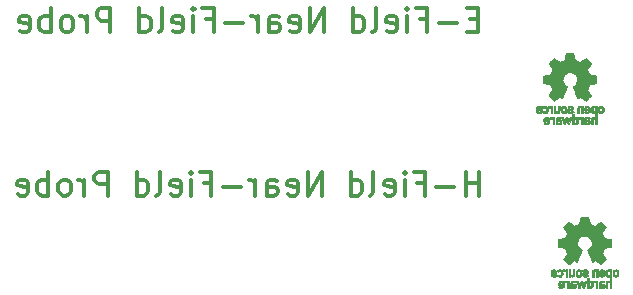
<source format=gbr>
%TF.GenerationSoftware,KiCad,Pcbnew,9.0.0*%
%TF.CreationDate,2025-03-22T15:43:37+01:00*%
%TF.ProjectId,Near-Field Probes,4e656172-2d46-4696-956c-642050726f62,1.0*%
%TF.SameCoordinates,Original*%
%TF.FileFunction,Legend,Bot*%
%TF.FilePolarity,Positive*%
%FSLAX46Y46*%
G04 Gerber Fmt 4.6, Leading zero omitted, Abs format (unit mm)*
G04 Created by KiCad (PCBNEW 9.0.0) date 2025-03-22 15:43:37*
%MOMM*%
%LPD*%
G01*
G04 APERTURE LIST*
%ADD10C,0.300000*%
%ADD11C,0.010000*%
G04 APERTURE END LIST*
D10*
X134076441Y-113999828D02*
X134076441Y-111999828D01*
X134076441Y-112952209D02*
X132933584Y-112952209D01*
X132933584Y-113999828D02*
X132933584Y-111999828D01*
X131981203Y-113237923D02*
X130457394Y-113237923D01*
X128838346Y-112952209D02*
X129505013Y-112952209D01*
X129505013Y-113999828D02*
X129505013Y-111999828D01*
X129505013Y-111999828D02*
X128552632Y-111999828D01*
X127790727Y-113999828D02*
X127790727Y-112666494D01*
X127790727Y-111999828D02*
X127885965Y-112095066D01*
X127885965Y-112095066D02*
X127790727Y-112190304D01*
X127790727Y-112190304D02*
X127695489Y-112095066D01*
X127695489Y-112095066D02*
X127790727Y-111999828D01*
X127790727Y-111999828D02*
X127790727Y-112190304D01*
X126076441Y-113904590D02*
X126266917Y-113999828D01*
X126266917Y-113999828D02*
X126647870Y-113999828D01*
X126647870Y-113999828D02*
X126838346Y-113904590D01*
X126838346Y-113904590D02*
X126933584Y-113714113D01*
X126933584Y-113714113D02*
X126933584Y-112952209D01*
X126933584Y-112952209D02*
X126838346Y-112761732D01*
X126838346Y-112761732D02*
X126647870Y-112666494D01*
X126647870Y-112666494D02*
X126266917Y-112666494D01*
X126266917Y-112666494D02*
X126076441Y-112761732D01*
X126076441Y-112761732D02*
X125981203Y-112952209D01*
X125981203Y-112952209D02*
X125981203Y-113142685D01*
X125981203Y-113142685D02*
X126933584Y-113333161D01*
X124838346Y-113999828D02*
X125028822Y-113904590D01*
X125028822Y-113904590D02*
X125124060Y-113714113D01*
X125124060Y-113714113D02*
X125124060Y-111999828D01*
X123219298Y-113999828D02*
X123219298Y-111999828D01*
X123219298Y-113904590D02*
X123409774Y-113999828D01*
X123409774Y-113999828D02*
X123790727Y-113999828D01*
X123790727Y-113999828D02*
X123981203Y-113904590D01*
X123981203Y-113904590D02*
X124076441Y-113809351D01*
X124076441Y-113809351D02*
X124171679Y-113618875D01*
X124171679Y-113618875D02*
X124171679Y-113047447D01*
X124171679Y-113047447D02*
X124076441Y-112856970D01*
X124076441Y-112856970D02*
X123981203Y-112761732D01*
X123981203Y-112761732D02*
X123790727Y-112666494D01*
X123790727Y-112666494D02*
X123409774Y-112666494D01*
X123409774Y-112666494D02*
X123219298Y-112761732D01*
X120743107Y-113999828D02*
X120743107Y-111999828D01*
X120743107Y-111999828D02*
X119600250Y-113999828D01*
X119600250Y-113999828D02*
X119600250Y-111999828D01*
X117885964Y-113904590D02*
X118076440Y-113999828D01*
X118076440Y-113999828D02*
X118457393Y-113999828D01*
X118457393Y-113999828D02*
X118647869Y-113904590D01*
X118647869Y-113904590D02*
X118743107Y-113714113D01*
X118743107Y-113714113D02*
X118743107Y-112952209D01*
X118743107Y-112952209D02*
X118647869Y-112761732D01*
X118647869Y-112761732D02*
X118457393Y-112666494D01*
X118457393Y-112666494D02*
X118076440Y-112666494D01*
X118076440Y-112666494D02*
X117885964Y-112761732D01*
X117885964Y-112761732D02*
X117790726Y-112952209D01*
X117790726Y-112952209D02*
X117790726Y-113142685D01*
X117790726Y-113142685D02*
X118743107Y-113333161D01*
X116076440Y-113999828D02*
X116076440Y-112952209D01*
X116076440Y-112952209D02*
X116171678Y-112761732D01*
X116171678Y-112761732D02*
X116362154Y-112666494D01*
X116362154Y-112666494D02*
X116743107Y-112666494D01*
X116743107Y-112666494D02*
X116933583Y-112761732D01*
X116076440Y-113904590D02*
X116266916Y-113999828D01*
X116266916Y-113999828D02*
X116743107Y-113999828D01*
X116743107Y-113999828D02*
X116933583Y-113904590D01*
X116933583Y-113904590D02*
X117028821Y-113714113D01*
X117028821Y-113714113D02*
X117028821Y-113523637D01*
X117028821Y-113523637D02*
X116933583Y-113333161D01*
X116933583Y-113333161D02*
X116743107Y-113237923D01*
X116743107Y-113237923D02*
X116266916Y-113237923D01*
X116266916Y-113237923D02*
X116076440Y-113142685D01*
X115124059Y-113999828D02*
X115124059Y-112666494D01*
X115124059Y-113047447D02*
X115028821Y-112856970D01*
X115028821Y-112856970D02*
X114933583Y-112761732D01*
X114933583Y-112761732D02*
X114743107Y-112666494D01*
X114743107Y-112666494D02*
X114552630Y-112666494D01*
X113885964Y-113237923D02*
X112362155Y-113237923D01*
X110743107Y-112952209D02*
X111409774Y-112952209D01*
X111409774Y-113999828D02*
X111409774Y-111999828D01*
X111409774Y-111999828D02*
X110457393Y-111999828D01*
X109695488Y-113999828D02*
X109695488Y-112666494D01*
X109695488Y-111999828D02*
X109790726Y-112095066D01*
X109790726Y-112095066D02*
X109695488Y-112190304D01*
X109695488Y-112190304D02*
X109600250Y-112095066D01*
X109600250Y-112095066D02*
X109695488Y-111999828D01*
X109695488Y-111999828D02*
X109695488Y-112190304D01*
X107981202Y-113904590D02*
X108171678Y-113999828D01*
X108171678Y-113999828D02*
X108552631Y-113999828D01*
X108552631Y-113999828D02*
X108743107Y-113904590D01*
X108743107Y-113904590D02*
X108838345Y-113714113D01*
X108838345Y-113714113D02*
X108838345Y-112952209D01*
X108838345Y-112952209D02*
X108743107Y-112761732D01*
X108743107Y-112761732D02*
X108552631Y-112666494D01*
X108552631Y-112666494D02*
X108171678Y-112666494D01*
X108171678Y-112666494D02*
X107981202Y-112761732D01*
X107981202Y-112761732D02*
X107885964Y-112952209D01*
X107885964Y-112952209D02*
X107885964Y-113142685D01*
X107885964Y-113142685D02*
X108838345Y-113333161D01*
X106743107Y-113999828D02*
X106933583Y-113904590D01*
X106933583Y-113904590D02*
X107028821Y-113714113D01*
X107028821Y-113714113D02*
X107028821Y-111999828D01*
X105124059Y-113999828D02*
X105124059Y-111999828D01*
X105124059Y-113904590D02*
X105314535Y-113999828D01*
X105314535Y-113999828D02*
X105695488Y-113999828D01*
X105695488Y-113999828D02*
X105885964Y-113904590D01*
X105885964Y-113904590D02*
X105981202Y-113809351D01*
X105981202Y-113809351D02*
X106076440Y-113618875D01*
X106076440Y-113618875D02*
X106076440Y-113047447D01*
X106076440Y-113047447D02*
X105981202Y-112856970D01*
X105981202Y-112856970D02*
X105885964Y-112761732D01*
X105885964Y-112761732D02*
X105695488Y-112666494D01*
X105695488Y-112666494D02*
X105314535Y-112666494D01*
X105314535Y-112666494D02*
X105124059Y-112761732D01*
X102647868Y-113999828D02*
X102647868Y-111999828D01*
X102647868Y-111999828D02*
X101885963Y-111999828D01*
X101885963Y-111999828D02*
X101695487Y-112095066D01*
X101695487Y-112095066D02*
X101600249Y-112190304D01*
X101600249Y-112190304D02*
X101505011Y-112380780D01*
X101505011Y-112380780D02*
X101505011Y-112666494D01*
X101505011Y-112666494D02*
X101600249Y-112856970D01*
X101600249Y-112856970D02*
X101695487Y-112952209D01*
X101695487Y-112952209D02*
X101885963Y-113047447D01*
X101885963Y-113047447D02*
X102647868Y-113047447D01*
X100647868Y-113999828D02*
X100647868Y-112666494D01*
X100647868Y-113047447D02*
X100552630Y-112856970D01*
X100552630Y-112856970D02*
X100457392Y-112761732D01*
X100457392Y-112761732D02*
X100266916Y-112666494D01*
X100266916Y-112666494D02*
X100076439Y-112666494D01*
X99124059Y-113999828D02*
X99314535Y-113904590D01*
X99314535Y-113904590D02*
X99409773Y-113809351D01*
X99409773Y-113809351D02*
X99505011Y-113618875D01*
X99505011Y-113618875D02*
X99505011Y-113047447D01*
X99505011Y-113047447D02*
X99409773Y-112856970D01*
X99409773Y-112856970D02*
X99314535Y-112761732D01*
X99314535Y-112761732D02*
X99124059Y-112666494D01*
X99124059Y-112666494D02*
X98838344Y-112666494D01*
X98838344Y-112666494D02*
X98647868Y-112761732D01*
X98647868Y-112761732D02*
X98552630Y-112856970D01*
X98552630Y-112856970D02*
X98457392Y-113047447D01*
X98457392Y-113047447D02*
X98457392Y-113618875D01*
X98457392Y-113618875D02*
X98552630Y-113809351D01*
X98552630Y-113809351D02*
X98647868Y-113904590D01*
X98647868Y-113904590D02*
X98838344Y-113999828D01*
X98838344Y-113999828D02*
X99124059Y-113999828D01*
X97600249Y-113999828D02*
X97600249Y-111999828D01*
X97600249Y-112761732D02*
X97409773Y-112666494D01*
X97409773Y-112666494D02*
X97028820Y-112666494D01*
X97028820Y-112666494D02*
X96838344Y-112761732D01*
X96838344Y-112761732D02*
X96743106Y-112856970D01*
X96743106Y-112856970D02*
X96647868Y-113047447D01*
X96647868Y-113047447D02*
X96647868Y-113618875D01*
X96647868Y-113618875D02*
X96743106Y-113809351D01*
X96743106Y-113809351D02*
X96838344Y-113904590D01*
X96838344Y-113904590D02*
X97028820Y-113999828D01*
X97028820Y-113999828D02*
X97409773Y-113999828D01*
X97409773Y-113999828D02*
X97600249Y-113904590D01*
X95028820Y-113904590D02*
X95219296Y-113999828D01*
X95219296Y-113999828D02*
X95600249Y-113999828D01*
X95600249Y-113999828D02*
X95790725Y-113904590D01*
X95790725Y-113904590D02*
X95885963Y-113714113D01*
X95885963Y-113714113D02*
X95885963Y-112952209D01*
X95885963Y-112952209D02*
X95790725Y-112761732D01*
X95790725Y-112761732D02*
X95600249Y-112666494D01*
X95600249Y-112666494D02*
X95219296Y-112666494D01*
X95219296Y-112666494D02*
X95028820Y-112761732D01*
X95028820Y-112761732D02*
X94933582Y-112952209D01*
X94933582Y-112952209D02*
X94933582Y-113142685D01*
X94933582Y-113142685D02*
X95885963Y-113333161D01*
X133976441Y-99092019D02*
X133309774Y-99092019D01*
X133024060Y-100139638D02*
X133976441Y-100139638D01*
X133976441Y-100139638D02*
X133976441Y-98139638D01*
X133976441Y-98139638D02*
X133024060Y-98139638D01*
X132166917Y-99377733D02*
X130643108Y-99377733D01*
X129024060Y-99092019D02*
X129690727Y-99092019D01*
X129690727Y-100139638D02*
X129690727Y-98139638D01*
X129690727Y-98139638D02*
X128738346Y-98139638D01*
X127976441Y-100139638D02*
X127976441Y-98806304D01*
X127976441Y-98139638D02*
X128071679Y-98234876D01*
X128071679Y-98234876D02*
X127976441Y-98330114D01*
X127976441Y-98330114D02*
X127881203Y-98234876D01*
X127881203Y-98234876D02*
X127976441Y-98139638D01*
X127976441Y-98139638D02*
X127976441Y-98330114D01*
X126262155Y-100044400D02*
X126452631Y-100139638D01*
X126452631Y-100139638D02*
X126833584Y-100139638D01*
X126833584Y-100139638D02*
X127024060Y-100044400D01*
X127024060Y-100044400D02*
X127119298Y-99853923D01*
X127119298Y-99853923D02*
X127119298Y-99092019D01*
X127119298Y-99092019D02*
X127024060Y-98901542D01*
X127024060Y-98901542D02*
X126833584Y-98806304D01*
X126833584Y-98806304D02*
X126452631Y-98806304D01*
X126452631Y-98806304D02*
X126262155Y-98901542D01*
X126262155Y-98901542D02*
X126166917Y-99092019D01*
X126166917Y-99092019D02*
X126166917Y-99282495D01*
X126166917Y-99282495D02*
X127119298Y-99472971D01*
X125024060Y-100139638D02*
X125214536Y-100044400D01*
X125214536Y-100044400D02*
X125309774Y-99853923D01*
X125309774Y-99853923D02*
X125309774Y-98139638D01*
X123405012Y-100139638D02*
X123405012Y-98139638D01*
X123405012Y-100044400D02*
X123595488Y-100139638D01*
X123595488Y-100139638D02*
X123976441Y-100139638D01*
X123976441Y-100139638D02*
X124166917Y-100044400D01*
X124166917Y-100044400D02*
X124262155Y-99949161D01*
X124262155Y-99949161D02*
X124357393Y-99758685D01*
X124357393Y-99758685D02*
X124357393Y-99187257D01*
X124357393Y-99187257D02*
X124262155Y-98996780D01*
X124262155Y-98996780D02*
X124166917Y-98901542D01*
X124166917Y-98901542D02*
X123976441Y-98806304D01*
X123976441Y-98806304D02*
X123595488Y-98806304D01*
X123595488Y-98806304D02*
X123405012Y-98901542D01*
X120928821Y-100139638D02*
X120928821Y-98139638D01*
X120928821Y-98139638D02*
X119785964Y-100139638D01*
X119785964Y-100139638D02*
X119785964Y-98139638D01*
X118071678Y-100044400D02*
X118262154Y-100139638D01*
X118262154Y-100139638D02*
X118643107Y-100139638D01*
X118643107Y-100139638D02*
X118833583Y-100044400D01*
X118833583Y-100044400D02*
X118928821Y-99853923D01*
X118928821Y-99853923D02*
X118928821Y-99092019D01*
X118928821Y-99092019D02*
X118833583Y-98901542D01*
X118833583Y-98901542D02*
X118643107Y-98806304D01*
X118643107Y-98806304D02*
X118262154Y-98806304D01*
X118262154Y-98806304D02*
X118071678Y-98901542D01*
X118071678Y-98901542D02*
X117976440Y-99092019D01*
X117976440Y-99092019D02*
X117976440Y-99282495D01*
X117976440Y-99282495D02*
X118928821Y-99472971D01*
X116262154Y-100139638D02*
X116262154Y-99092019D01*
X116262154Y-99092019D02*
X116357392Y-98901542D01*
X116357392Y-98901542D02*
X116547868Y-98806304D01*
X116547868Y-98806304D02*
X116928821Y-98806304D01*
X116928821Y-98806304D02*
X117119297Y-98901542D01*
X116262154Y-100044400D02*
X116452630Y-100139638D01*
X116452630Y-100139638D02*
X116928821Y-100139638D01*
X116928821Y-100139638D02*
X117119297Y-100044400D01*
X117119297Y-100044400D02*
X117214535Y-99853923D01*
X117214535Y-99853923D02*
X117214535Y-99663447D01*
X117214535Y-99663447D02*
X117119297Y-99472971D01*
X117119297Y-99472971D02*
X116928821Y-99377733D01*
X116928821Y-99377733D02*
X116452630Y-99377733D01*
X116452630Y-99377733D02*
X116262154Y-99282495D01*
X115309773Y-100139638D02*
X115309773Y-98806304D01*
X115309773Y-99187257D02*
X115214535Y-98996780D01*
X115214535Y-98996780D02*
X115119297Y-98901542D01*
X115119297Y-98901542D02*
X114928821Y-98806304D01*
X114928821Y-98806304D02*
X114738344Y-98806304D01*
X114071678Y-99377733D02*
X112547869Y-99377733D01*
X110928821Y-99092019D02*
X111595488Y-99092019D01*
X111595488Y-100139638D02*
X111595488Y-98139638D01*
X111595488Y-98139638D02*
X110643107Y-98139638D01*
X109881202Y-100139638D02*
X109881202Y-98806304D01*
X109881202Y-98139638D02*
X109976440Y-98234876D01*
X109976440Y-98234876D02*
X109881202Y-98330114D01*
X109881202Y-98330114D02*
X109785964Y-98234876D01*
X109785964Y-98234876D02*
X109881202Y-98139638D01*
X109881202Y-98139638D02*
X109881202Y-98330114D01*
X108166916Y-100044400D02*
X108357392Y-100139638D01*
X108357392Y-100139638D02*
X108738345Y-100139638D01*
X108738345Y-100139638D02*
X108928821Y-100044400D01*
X108928821Y-100044400D02*
X109024059Y-99853923D01*
X109024059Y-99853923D02*
X109024059Y-99092019D01*
X109024059Y-99092019D02*
X108928821Y-98901542D01*
X108928821Y-98901542D02*
X108738345Y-98806304D01*
X108738345Y-98806304D02*
X108357392Y-98806304D01*
X108357392Y-98806304D02*
X108166916Y-98901542D01*
X108166916Y-98901542D02*
X108071678Y-99092019D01*
X108071678Y-99092019D02*
X108071678Y-99282495D01*
X108071678Y-99282495D02*
X109024059Y-99472971D01*
X106928821Y-100139638D02*
X107119297Y-100044400D01*
X107119297Y-100044400D02*
X107214535Y-99853923D01*
X107214535Y-99853923D02*
X107214535Y-98139638D01*
X105309773Y-100139638D02*
X105309773Y-98139638D01*
X105309773Y-100044400D02*
X105500249Y-100139638D01*
X105500249Y-100139638D02*
X105881202Y-100139638D01*
X105881202Y-100139638D02*
X106071678Y-100044400D01*
X106071678Y-100044400D02*
X106166916Y-99949161D01*
X106166916Y-99949161D02*
X106262154Y-99758685D01*
X106262154Y-99758685D02*
X106262154Y-99187257D01*
X106262154Y-99187257D02*
X106166916Y-98996780D01*
X106166916Y-98996780D02*
X106071678Y-98901542D01*
X106071678Y-98901542D02*
X105881202Y-98806304D01*
X105881202Y-98806304D02*
X105500249Y-98806304D01*
X105500249Y-98806304D02*
X105309773Y-98901542D01*
X102833582Y-100139638D02*
X102833582Y-98139638D01*
X102833582Y-98139638D02*
X102071677Y-98139638D01*
X102071677Y-98139638D02*
X101881201Y-98234876D01*
X101881201Y-98234876D02*
X101785963Y-98330114D01*
X101785963Y-98330114D02*
X101690725Y-98520590D01*
X101690725Y-98520590D02*
X101690725Y-98806304D01*
X101690725Y-98806304D02*
X101785963Y-98996780D01*
X101785963Y-98996780D02*
X101881201Y-99092019D01*
X101881201Y-99092019D02*
X102071677Y-99187257D01*
X102071677Y-99187257D02*
X102833582Y-99187257D01*
X100833582Y-100139638D02*
X100833582Y-98806304D01*
X100833582Y-99187257D02*
X100738344Y-98996780D01*
X100738344Y-98996780D02*
X100643106Y-98901542D01*
X100643106Y-98901542D02*
X100452630Y-98806304D01*
X100452630Y-98806304D02*
X100262153Y-98806304D01*
X99309773Y-100139638D02*
X99500249Y-100044400D01*
X99500249Y-100044400D02*
X99595487Y-99949161D01*
X99595487Y-99949161D02*
X99690725Y-99758685D01*
X99690725Y-99758685D02*
X99690725Y-99187257D01*
X99690725Y-99187257D02*
X99595487Y-98996780D01*
X99595487Y-98996780D02*
X99500249Y-98901542D01*
X99500249Y-98901542D02*
X99309773Y-98806304D01*
X99309773Y-98806304D02*
X99024058Y-98806304D01*
X99024058Y-98806304D02*
X98833582Y-98901542D01*
X98833582Y-98901542D02*
X98738344Y-98996780D01*
X98738344Y-98996780D02*
X98643106Y-99187257D01*
X98643106Y-99187257D02*
X98643106Y-99758685D01*
X98643106Y-99758685D02*
X98738344Y-99949161D01*
X98738344Y-99949161D02*
X98833582Y-100044400D01*
X98833582Y-100044400D02*
X99024058Y-100139638D01*
X99024058Y-100139638D02*
X99309773Y-100139638D01*
X97785963Y-100139638D02*
X97785963Y-98139638D01*
X97785963Y-98901542D02*
X97595487Y-98806304D01*
X97595487Y-98806304D02*
X97214534Y-98806304D01*
X97214534Y-98806304D02*
X97024058Y-98901542D01*
X97024058Y-98901542D02*
X96928820Y-98996780D01*
X96928820Y-98996780D02*
X96833582Y-99187257D01*
X96833582Y-99187257D02*
X96833582Y-99758685D01*
X96833582Y-99758685D02*
X96928820Y-99949161D01*
X96928820Y-99949161D02*
X97024058Y-100044400D01*
X97024058Y-100044400D02*
X97214534Y-100139638D01*
X97214534Y-100139638D02*
X97595487Y-100139638D01*
X97595487Y-100139638D02*
X97785963Y-100044400D01*
X95214534Y-100044400D02*
X95405010Y-100139638D01*
X95405010Y-100139638D02*
X95785963Y-100139638D01*
X95785963Y-100139638D02*
X95976439Y-100044400D01*
X95976439Y-100044400D02*
X96071677Y-99853923D01*
X96071677Y-99853923D02*
X96071677Y-99092019D01*
X96071677Y-99092019D02*
X95976439Y-98901542D01*
X95976439Y-98901542D02*
X95785963Y-98806304D01*
X95785963Y-98806304D02*
X95405010Y-98806304D01*
X95405010Y-98806304D02*
X95214534Y-98901542D01*
X95214534Y-98901542D02*
X95119296Y-99092019D01*
X95119296Y-99092019D02*
X95119296Y-99282495D01*
X95119296Y-99282495D02*
X96071677Y-99472971D01*
D11*
%TO.C,REF\u002A\u002A*%
X141287128Y-120253945D02*
X141317954Y-120263568D01*
X141355916Y-120279563D01*
X141374296Y-120288159D01*
X141387561Y-120289713D01*
X141390495Y-120277798D01*
X141390498Y-120277461D01*
X141396709Y-120266087D01*
X141418131Y-120260256D01*
X141459653Y-120258614D01*
X141528812Y-120258614D01*
X141528812Y-120862179D01*
X141390495Y-120862179D01*
X141390495Y-120446027D01*
X141356110Y-120414161D01*
X141345368Y-120405104D01*
X141313370Y-120389630D01*
X141273965Y-120389010D01*
X141220312Y-120402664D01*
X141202225Y-120403529D01*
X141181008Y-120390283D01*
X141152768Y-120358800D01*
X141139069Y-120341385D01*
X141122868Y-120316797D01*
X141120371Y-120301145D01*
X141129442Y-120287941D01*
X141157289Y-120271245D01*
X141200540Y-120258030D01*
X141247464Y-120251478D01*
X141287128Y-120253945D01*
G36*
X141287128Y-120253945D02*
G01*
X141317954Y-120263568D01*
X141355916Y-120279563D01*
X141374296Y-120288159D01*
X141387561Y-120289713D01*
X141390495Y-120277798D01*
X141390498Y-120277461D01*
X141396709Y-120266087D01*
X141418131Y-120260256D01*
X141459653Y-120258614D01*
X141528812Y-120258614D01*
X141528812Y-120862179D01*
X141390495Y-120862179D01*
X141390495Y-120446027D01*
X141356110Y-120414161D01*
X141345368Y-120405104D01*
X141313370Y-120389630D01*
X141273965Y-120389010D01*
X141220312Y-120402664D01*
X141202225Y-120403529D01*
X141181008Y-120390283D01*
X141152768Y-120358800D01*
X141139069Y-120341385D01*
X141122868Y-120316797D01*
X141120371Y-120301145D01*
X141129442Y-120287941D01*
X141157289Y-120271245D01*
X141200540Y-120258030D01*
X141247464Y-120251478D01*
X141287128Y-120253945D01*
G37*
X141470265Y-121209965D02*
X141508255Y-121227745D01*
X141541386Y-121253806D01*
X141541386Y-121227745D01*
X141542211Y-121217849D01*
X141549893Y-121207358D01*
X141570667Y-121202725D01*
X141610544Y-121201683D01*
X141679703Y-121201683D01*
X141679703Y-121817822D01*
X141541386Y-121817822D01*
X141541386Y-121617226D01*
X141541369Y-121605710D01*
X141540189Y-121524758D01*
X141537294Y-121458817D01*
X141532888Y-121411258D01*
X141527181Y-121385452D01*
X141521940Y-121375710D01*
X141489676Y-121345156D01*
X141445730Y-121331631D01*
X141397743Y-121337941D01*
X141385973Y-121342217D01*
X141360898Y-121349776D01*
X141343762Y-121347428D01*
X141326518Y-121332064D01*
X141301124Y-121300571D01*
X141259936Y-121248568D01*
X141288886Y-121225125D01*
X141316405Y-121211015D01*
X141364745Y-121201486D01*
X141419230Y-121201174D01*
X141470265Y-121209965D01*
G36*
X141470265Y-121209965D02*
G01*
X141508255Y-121227745D01*
X141541386Y-121253806D01*
X141541386Y-121227745D01*
X141542211Y-121217849D01*
X141549893Y-121207358D01*
X141570667Y-121202725D01*
X141610544Y-121201683D01*
X141679703Y-121201683D01*
X141679703Y-121817822D01*
X141541386Y-121817822D01*
X141541386Y-121617226D01*
X141541369Y-121605710D01*
X141540189Y-121524758D01*
X141537294Y-121458817D01*
X141532888Y-121411258D01*
X141527181Y-121385452D01*
X141521940Y-121375710D01*
X141489676Y-121345156D01*
X141445730Y-121331631D01*
X141397743Y-121337941D01*
X141385973Y-121342217D01*
X141360898Y-121349776D01*
X141343762Y-121347428D01*
X141326518Y-121332064D01*
X141301124Y-121300571D01*
X141259936Y-121248568D01*
X141288886Y-121225125D01*
X141316405Y-121211015D01*
X141364745Y-121201486D01*
X141419230Y-121201174D01*
X141470265Y-121209965D01*
G37*
X144093960Y-121817822D02*
X143968218Y-121817822D01*
X143968218Y-121623740D01*
X143968078Y-121578594D01*
X143966649Y-121503823D01*
X143963029Y-121448467D01*
X143956434Y-121408702D01*
X143946079Y-121380700D01*
X143931178Y-121360635D01*
X143910946Y-121344681D01*
X143888859Y-121332792D01*
X143862705Y-121329421D01*
X143825508Y-121336917D01*
X143813555Y-121340038D01*
X143783718Y-121344735D01*
X143762383Y-121338005D01*
X143737655Y-121317177D01*
X143732963Y-121312647D01*
X143707020Y-121284626D01*
X143690291Y-121261843D01*
X143687996Y-121256355D01*
X143692543Y-121236088D01*
X143715602Y-121219884D01*
X143751995Y-121208513D01*
X143796544Y-121202740D01*
X143844072Y-121203334D01*
X143889400Y-121211063D01*
X143927351Y-121226694D01*
X143939381Y-121233993D01*
X143959632Y-121244676D01*
X143967129Y-121242230D01*
X143968218Y-121226647D01*
X143968473Y-121221053D01*
X143974539Y-121208660D01*
X143993356Y-121203020D01*
X144031089Y-121201683D01*
X144093960Y-121201683D01*
X144093960Y-121817822D01*
G36*
X144093960Y-121817822D02*
G01*
X143968218Y-121817822D01*
X143968218Y-121623740D01*
X143968078Y-121578594D01*
X143966649Y-121503823D01*
X143963029Y-121448467D01*
X143956434Y-121408702D01*
X143946079Y-121380700D01*
X143931178Y-121360635D01*
X143910946Y-121344681D01*
X143888859Y-121332792D01*
X143862705Y-121329421D01*
X143825508Y-121336917D01*
X143813555Y-121340038D01*
X143783718Y-121344735D01*
X143762383Y-121338005D01*
X143737655Y-121317177D01*
X143732963Y-121312647D01*
X143707020Y-121284626D01*
X143690291Y-121261843D01*
X143687996Y-121256355D01*
X143692543Y-121236088D01*
X143715602Y-121219884D01*
X143751995Y-121208513D01*
X143796544Y-121202740D01*
X143844072Y-121203334D01*
X143889400Y-121211063D01*
X143927351Y-121226694D01*
X143939381Y-121233993D01*
X143959632Y-121244676D01*
X143967129Y-121242230D01*
X143968218Y-121226647D01*
X143968473Y-121221053D01*
X143974539Y-121208660D01*
X143993356Y-121203020D01*
X144031089Y-121201683D01*
X144093960Y-121201683D01*
X144093960Y-121817822D01*
G37*
X141780297Y-120454342D02*
X141781357Y-120542394D01*
X141785509Y-120613510D01*
X141793921Y-120665199D01*
X141807757Y-120700360D01*
X141828182Y-120721889D01*
X141856364Y-120732682D01*
X141893465Y-120735636D01*
X141928890Y-120733000D01*
X141957500Y-120722679D01*
X141978296Y-120701772D01*
X141992442Y-120667381D01*
X142001103Y-120616610D01*
X142005445Y-120546563D01*
X142006633Y-120454342D01*
X142006633Y-120258614D01*
X142132376Y-120258614D01*
X142132376Y-120494578D01*
X142132160Y-120557561D01*
X142130484Y-120639007D01*
X142126277Y-120701121D01*
X142118521Y-120747458D01*
X142106196Y-120781573D01*
X142088285Y-120807022D01*
X142063767Y-120827362D01*
X142031623Y-120846147D01*
X141964125Y-120869928D01*
X141893681Y-120871480D01*
X141827264Y-120849580D01*
X141798286Y-120835383D01*
X141783909Y-120833261D01*
X141780297Y-120843293D01*
X141774299Y-120854556D01*
X141752830Y-120860489D01*
X141711138Y-120862179D01*
X141641980Y-120862179D01*
X141641980Y-120258614D01*
X141780297Y-120258614D01*
X141780297Y-120454342D01*
G36*
X141780297Y-120454342D02*
G01*
X141781357Y-120542394D01*
X141785509Y-120613510D01*
X141793921Y-120665199D01*
X141807757Y-120700360D01*
X141828182Y-120721889D01*
X141856364Y-120732682D01*
X141893465Y-120735636D01*
X141928890Y-120733000D01*
X141957500Y-120722679D01*
X141978296Y-120701772D01*
X141992442Y-120667381D01*
X142001103Y-120616610D01*
X142005445Y-120546563D01*
X142006633Y-120454342D01*
X142006633Y-120258614D01*
X142132376Y-120258614D01*
X142132376Y-120494578D01*
X142132160Y-120557561D01*
X142130484Y-120639007D01*
X142126277Y-120701121D01*
X142118521Y-120747458D01*
X142106196Y-120781573D01*
X142088285Y-120807022D01*
X142063767Y-120827362D01*
X142031623Y-120846147D01*
X141964125Y-120869928D01*
X141893681Y-120871480D01*
X141827264Y-120849580D01*
X141798286Y-120835383D01*
X141783909Y-120833261D01*
X141780297Y-120843293D01*
X141774299Y-120854556D01*
X141752830Y-120860489D01*
X141711138Y-120862179D01*
X141641980Y-120862179D01*
X141641980Y-120258614D01*
X141780297Y-120258614D01*
X141780297Y-120454342D01*
G37*
X143882605Y-120257424D02*
X143939926Y-120275434D01*
X143965199Y-120287674D01*
X143977910Y-120288938D01*
X143980792Y-120277798D01*
X143980795Y-120277461D01*
X143987006Y-120266087D01*
X144008428Y-120260256D01*
X144049950Y-120258614D01*
X144119109Y-120258614D01*
X144119109Y-120862179D01*
X143980792Y-120862179D01*
X143980792Y-120654132D01*
X143980697Y-120583879D01*
X143980051Y-120526170D01*
X143978320Y-120485787D01*
X143974974Y-120458615D01*
X143969481Y-120440540D01*
X143961310Y-120427447D01*
X143949928Y-120415221D01*
X143934424Y-120402217D01*
X143889843Y-120384745D01*
X143843047Y-120389873D01*
X143800180Y-120417507D01*
X143787927Y-120430368D01*
X143779132Y-120443384D01*
X143773233Y-120460706D01*
X143769651Y-120486501D01*
X143767809Y-120524939D01*
X143767128Y-120580189D01*
X143767030Y-120656418D01*
X143767030Y-120862179D01*
X143628713Y-120862179D01*
X143628989Y-120638985D01*
X143629008Y-120629044D01*
X143630207Y-120534106D01*
X143633891Y-120460358D01*
X143641006Y-120404214D01*
X143652500Y-120362087D01*
X143669318Y-120330391D01*
X143692409Y-120305541D01*
X143722717Y-120283950D01*
X143754012Y-120269002D01*
X143817037Y-120255421D01*
X143882605Y-120257424D01*
G36*
X143882605Y-120257424D02*
G01*
X143939926Y-120275434D01*
X143965199Y-120287674D01*
X143977910Y-120288938D01*
X143980792Y-120277798D01*
X143980795Y-120277461D01*
X143987006Y-120266087D01*
X144008428Y-120260256D01*
X144049950Y-120258614D01*
X144119109Y-120258614D01*
X144119109Y-120862179D01*
X143980792Y-120862179D01*
X143980792Y-120654132D01*
X143980697Y-120583879D01*
X143980051Y-120526170D01*
X143978320Y-120485787D01*
X143974974Y-120458615D01*
X143969481Y-120440540D01*
X143961310Y-120427447D01*
X143949928Y-120415221D01*
X143934424Y-120402217D01*
X143889843Y-120384745D01*
X143843047Y-120389873D01*
X143800180Y-120417507D01*
X143787927Y-120430368D01*
X143779132Y-120443384D01*
X143773233Y-120460706D01*
X143769651Y-120486501D01*
X143767809Y-120524939D01*
X143767128Y-120580189D01*
X143767030Y-120656418D01*
X143767030Y-120862179D01*
X143628713Y-120862179D01*
X143628989Y-120638985D01*
X143629008Y-120629044D01*
X143630207Y-120534106D01*
X143633891Y-120460358D01*
X143641006Y-120404214D01*
X143652500Y-120362087D01*
X143669318Y-120330391D01*
X143692409Y-120305541D01*
X143722717Y-120283950D01*
X143754012Y-120269002D01*
X143817037Y-120255421D01*
X143882605Y-120257424D01*
G37*
X140933409Y-120261493D02*
X141002021Y-120288224D01*
X141060048Y-120332351D01*
X141102907Y-120392958D01*
X141105801Y-120399137D01*
X141124176Y-120459409D01*
X141133357Y-120531407D01*
X141133285Y-120606369D01*
X141123901Y-120675536D01*
X141105149Y-120730149D01*
X141081995Y-120768212D01*
X141031030Y-120822135D01*
X140967306Y-120856411D01*
X140912785Y-120870272D01*
X140829767Y-120871785D01*
X140750326Y-120850882D01*
X140679879Y-120808464D01*
X140634284Y-120770880D01*
X140675351Y-120728510D01*
X140701296Y-120703409D01*
X140724764Y-120689434D01*
X140746524Y-120692511D01*
X140774356Y-120711287D01*
X140785454Y-120718638D01*
X140832337Y-120733683D01*
X140886224Y-120733673D01*
X140936675Y-120718168D01*
X140955672Y-120705716D01*
X140983537Y-120668946D01*
X140997506Y-120614939D01*
X140998405Y-120541331D01*
X140998403Y-120541289D01*
X140988009Y-120475433D01*
X140965114Y-120429772D01*
X140927439Y-120401528D01*
X140872708Y-120387920D01*
X140838241Y-120386090D01*
X140808126Y-120393584D01*
X140777240Y-120415295D01*
X140737272Y-120448926D01*
X140686656Y-120408250D01*
X140668163Y-120392667D01*
X140645065Y-120370340D01*
X140636039Y-120357183D01*
X140639236Y-120351253D01*
X140657646Y-120333048D01*
X140686973Y-120309895D01*
X140709920Y-120294830D01*
X140782774Y-120263880D01*
X140858799Y-120253073D01*
X140933409Y-120261493D01*
G36*
X140933409Y-120261493D02*
G01*
X141002021Y-120288224D01*
X141060048Y-120332351D01*
X141102907Y-120392958D01*
X141105801Y-120399137D01*
X141124176Y-120459409D01*
X141133357Y-120531407D01*
X141133285Y-120606369D01*
X141123901Y-120675536D01*
X141105149Y-120730149D01*
X141081995Y-120768212D01*
X141031030Y-120822135D01*
X140967306Y-120856411D01*
X140912785Y-120870272D01*
X140829767Y-120871785D01*
X140750326Y-120850882D01*
X140679879Y-120808464D01*
X140634284Y-120770880D01*
X140675351Y-120728510D01*
X140701296Y-120703409D01*
X140724764Y-120689434D01*
X140746524Y-120692511D01*
X140774356Y-120711287D01*
X140785454Y-120718638D01*
X140832337Y-120733683D01*
X140886224Y-120733673D01*
X140936675Y-120718168D01*
X140955672Y-120705716D01*
X140983537Y-120668946D01*
X140997506Y-120614939D01*
X140998405Y-120541331D01*
X140998403Y-120541289D01*
X140988009Y-120475433D01*
X140965114Y-120429772D01*
X140927439Y-120401528D01*
X140872708Y-120387920D01*
X140838241Y-120386090D01*
X140808126Y-120393584D01*
X140777240Y-120415295D01*
X140737272Y-120448926D01*
X140686656Y-120408250D01*
X140668163Y-120392667D01*
X140645065Y-120370340D01*
X140636039Y-120357183D01*
X140639236Y-120351253D01*
X140657646Y-120333048D01*
X140686973Y-120309895D01*
X140709920Y-120294830D01*
X140782774Y-120263880D01*
X140858799Y-120253073D01*
X140933409Y-120261493D01*
G37*
X142732857Y-120603771D02*
X142729349Y-120643565D01*
X142713844Y-120719538D01*
X142686110Y-120777511D01*
X142643898Y-120821300D01*
X142584960Y-120854722D01*
X142562076Y-120862676D01*
X142502812Y-120872601D01*
X142440447Y-120872331D01*
X142387823Y-120861430D01*
X142386789Y-120861034D01*
X142344381Y-120836087D01*
X142301537Y-120797468D01*
X142265986Y-120753306D01*
X142245459Y-120711727D01*
X142239374Y-120681334D01*
X142234164Y-120624429D01*
X142233291Y-120573705D01*
X142359976Y-120573705D01*
X142367549Y-120634545D01*
X142385341Y-120684538D01*
X142412296Y-120717204D01*
X142422513Y-120722812D01*
X142461473Y-120733007D01*
X142506536Y-120735104D01*
X142544448Y-120728020D01*
X142559244Y-120717861D01*
X142580014Y-120682334D01*
X142593083Y-120626732D01*
X142597624Y-120553766D01*
X142597551Y-120532762D01*
X142595974Y-120490203D01*
X142590728Y-120462439D01*
X142579723Y-120441925D01*
X142560868Y-120421112D01*
X142524989Y-120395887D01*
X142478280Y-120385573D01*
X142433151Y-120395396D01*
X142395680Y-120423805D01*
X142371943Y-120469253D01*
X142363675Y-120508497D01*
X142359976Y-120573705D01*
X142233291Y-120573705D01*
X142233049Y-120559621D01*
X142235844Y-120495116D01*
X142242366Y-120439121D01*
X142252432Y-120399842D01*
X142275877Y-120355372D01*
X142325637Y-120300692D01*
X142389238Y-120266055D01*
X142464790Y-120252345D01*
X142550399Y-120260448D01*
X142564644Y-120263899D01*
X142630982Y-120293664D01*
X142680971Y-120342530D01*
X142714612Y-120410501D01*
X142731906Y-120497580D01*
X142732410Y-120553766D01*
X142732857Y-120603771D01*
G36*
X142732857Y-120603771D02*
G01*
X142729349Y-120643565D01*
X142713844Y-120719538D01*
X142686110Y-120777511D01*
X142643898Y-120821300D01*
X142584960Y-120854722D01*
X142562076Y-120862676D01*
X142502812Y-120872601D01*
X142440447Y-120872331D01*
X142387823Y-120861430D01*
X142386789Y-120861034D01*
X142344381Y-120836087D01*
X142301537Y-120797468D01*
X142265986Y-120753306D01*
X142245459Y-120711727D01*
X142239374Y-120681334D01*
X142234164Y-120624429D01*
X142233291Y-120573705D01*
X142359976Y-120573705D01*
X142367549Y-120634545D01*
X142385341Y-120684538D01*
X142412296Y-120717204D01*
X142422513Y-120722812D01*
X142461473Y-120733007D01*
X142506536Y-120735104D01*
X142544448Y-120728020D01*
X142559244Y-120717861D01*
X142580014Y-120682334D01*
X142593083Y-120626732D01*
X142597624Y-120553766D01*
X142597551Y-120532762D01*
X142595974Y-120490203D01*
X142590728Y-120462439D01*
X142579723Y-120441925D01*
X142560868Y-120421112D01*
X142524989Y-120395887D01*
X142478280Y-120385573D01*
X142433151Y-120395396D01*
X142395680Y-120423805D01*
X142371943Y-120469253D01*
X142363675Y-120508497D01*
X142359976Y-120573705D01*
X142233291Y-120573705D01*
X142233049Y-120559621D01*
X142235844Y-120495116D01*
X142242366Y-120439121D01*
X142252432Y-120399842D01*
X142275877Y-120355372D01*
X142325637Y-120300692D01*
X142389238Y-120266055D01*
X142464790Y-120252345D01*
X142550399Y-120260448D01*
X142564644Y-120263899D01*
X142630982Y-120293664D01*
X142680971Y-120342530D01*
X142714612Y-120410501D01*
X142731906Y-120497580D01*
X142732410Y-120553766D01*
X142732857Y-120603771D01*
G37*
X142832997Y-121399130D02*
X142849997Y-121449850D01*
X142870107Y-121505997D01*
X142886899Y-121548532D01*
X142898986Y-121573990D01*
X142904980Y-121578903D01*
X142906426Y-121574630D01*
X142914254Y-121548422D01*
X142926723Y-121504649D01*
X142942447Y-121448211D01*
X142960043Y-121384010D01*
X143007914Y-121207971D01*
X143081007Y-121204152D01*
X143087177Y-121203846D01*
X143126592Y-121203441D01*
X143145533Y-121207487D01*
X143147945Y-121216726D01*
X143144898Y-121225749D01*
X143134874Y-121256632D01*
X143119180Y-121305544D01*
X143098934Y-121368987D01*
X143075256Y-121443462D01*
X143049263Y-121525471D01*
X142956736Y-121817822D01*
X142840993Y-121817822D01*
X142786457Y-121632352D01*
X142776386Y-121598294D01*
X142757775Y-121536378D01*
X142741872Y-121484787D01*
X142730109Y-121448130D01*
X142723918Y-121431018D01*
X142722154Y-121429741D01*
X142713571Y-121440779D01*
X142701316Y-121469969D01*
X142687426Y-121512750D01*
X142686692Y-121515263D01*
X142668096Y-121578400D01*
X142646818Y-121649889D01*
X142627321Y-121714734D01*
X142595705Y-121819122D01*
X142537402Y-121815328D01*
X142479098Y-121811535D01*
X142425098Y-121641782D01*
X142401390Y-121567193D01*
X142374833Y-121483539D01*
X142349404Y-121403342D01*
X142328354Y-121336857D01*
X142285609Y-121201683D01*
X142428612Y-121201683D01*
X142463274Y-121330570D01*
X142472488Y-121364625D01*
X142489915Y-121428115D01*
X142506054Y-121485874D01*
X142518322Y-121528614D01*
X142538709Y-121597773D01*
X142668745Y-121207971D01*
X142718476Y-121204237D01*
X142768206Y-121200504D01*
X142832997Y-121399130D01*
G36*
X142832997Y-121399130D02*
G01*
X142849997Y-121449850D01*
X142870107Y-121505997D01*
X142886899Y-121548532D01*
X142898986Y-121573990D01*
X142904980Y-121578903D01*
X142906426Y-121574630D01*
X142914254Y-121548422D01*
X142926723Y-121504649D01*
X142942447Y-121448211D01*
X142960043Y-121384010D01*
X143007914Y-121207971D01*
X143081007Y-121204152D01*
X143087177Y-121203846D01*
X143126592Y-121203441D01*
X143145533Y-121207487D01*
X143147945Y-121216726D01*
X143144898Y-121225749D01*
X143134874Y-121256632D01*
X143119180Y-121305544D01*
X143098934Y-121368987D01*
X143075256Y-121443462D01*
X143049263Y-121525471D01*
X142956736Y-121817822D01*
X142840993Y-121817822D01*
X142786457Y-121632352D01*
X142776386Y-121598294D01*
X142757775Y-121536378D01*
X142741872Y-121484787D01*
X142730109Y-121448130D01*
X142723918Y-121431018D01*
X142722154Y-121429741D01*
X142713571Y-121440779D01*
X142701316Y-121469969D01*
X142687426Y-121512750D01*
X142686692Y-121515263D01*
X142668096Y-121578400D01*
X142646818Y-121649889D01*
X142627321Y-121714734D01*
X142595705Y-121819122D01*
X142537402Y-121815328D01*
X142479098Y-121811535D01*
X142425098Y-121641782D01*
X142401390Y-121567193D01*
X142374833Y-121483539D01*
X142349404Y-121403342D01*
X142328354Y-121336857D01*
X142285609Y-121201683D01*
X142428612Y-121201683D01*
X142463274Y-121330570D01*
X142472488Y-121364625D01*
X142489915Y-121428115D01*
X142506054Y-121485874D01*
X142518322Y-121528614D01*
X142538709Y-121597773D01*
X142668745Y-121207971D01*
X142718476Y-121204237D01*
X142768206Y-121200504D01*
X142832997Y-121399130D01*
G37*
X143690761Y-121556813D02*
X143689167Y-121610571D01*
X143685962Y-121648018D01*
X143685413Y-121651450D01*
X143663838Y-121712835D01*
X143624438Y-121764877D01*
X143572752Y-121800135D01*
X143517248Y-121814729D01*
X143448977Y-121813597D01*
X143386173Y-121794029D01*
X143369815Y-121785771D01*
X143348779Y-121776923D01*
X143340774Y-121779676D01*
X143339505Y-121794029D01*
X143338922Y-121801186D01*
X143331394Y-121811772D01*
X143310488Y-121816645D01*
X143270346Y-121817822D01*
X143201188Y-121817822D01*
X143201188Y-121515930D01*
X143339505Y-121515930D01*
X143340496Y-121568230D01*
X143344519Y-121603050D01*
X143353108Y-121626905D01*
X143367797Y-121646895D01*
X143406584Y-121676618D01*
X143451974Y-121686582D01*
X143495989Y-121674260D01*
X143533060Y-121639888D01*
X143542859Y-121614735D01*
X143550097Y-121570194D01*
X143553279Y-121516155D01*
X143552277Y-121460728D01*
X143546961Y-121412022D01*
X143537204Y-121378148D01*
X143534087Y-121372593D01*
X143504038Y-121344674D01*
X143463315Y-121332306D01*
X143419579Y-121335183D01*
X143380491Y-121353000D01*
X143353710Y-121385452D01*
X143352603Y-121388181D01*
X143345963Y-121418634D01*
X143341278Y-121464139D01*
X143339505Y-121515930D01*
X143201188Y-121515930D01*
X143201188Y-120962773D01*
X143339505Y-120962773D01*
X143339505Y-121255878D01*
X143365124Y-121232693D01*
X143389792Y-121218282D01*
X143436480Y-121206236D01*
X143491056Y-121202354D01*
X143544354Y-121207120D01*
X143587207Y-121221014D01*
X143617878Y-121240779D01*
X143649471Y-121274449D01*
X143670733Y-121319730D01*
X143683514Y-121380981D01*
X143689664Y-121462563D01*
X143690568Y-121495540D01*
X143690633Y-121516155D01*
X143690761Y-121556813D01*
G36*
X143690761Y-121556813D02*
G01*
X143689167Y-121610571D01*
X143685962Y-121648018D01*
X143685413Y-121651450D01*
X143663838Y-121712835D01*
X143624438Y-121764877D01*
X143572752Y-121800135D01*
X143517248Y-121814729D01*
X143448977Y-121813597D01*
X143386173Y-121794029D01*
X143369815Y-121785771D01*
X143348779Y-121776923D01*
X143340774Y-121779676D01*
X143339505Y-121794029D01*
X143338922Y-121801186D01*
X143331394Y-121811772D01*
X143310488Y-121816645D01*
X143270346Y-121817822D01*
X143201188Y-121817822D01*
X143201188Y-121515930D01*
X143339505Y-121515930D01*
X143340496Y-121568230D01*
X143344519Y-121603050D01*
X143353108Y-121626905D01*
X143367797Y-121646895D01*
X143406584Y-121676618D01*
X143451974Y-121686582D01*
X143495989Y-121674260D01*
X143533060Y-121639888D01*
X143542859Y-121614735D01*
X143550097Y-121570194D01*
X143553279Y-121516155D01*
X143552277Y-121460728D01*
X143546961Y-121412022D01*
X143537204Y-121378148D01*
X143534087Y-121372593D01*
X143504038Y-121344674D01*
X143463315Y-121332306D01*
X143419579Y-121335183D01*
X143380491Y-121353000D01*
X143353710Y-121385452D01*
X143352603Y-121388181D01*
X143345963Y-121418634D01*
X143341278Y-121464139D01*
X143339505Y-121515930D01*
X143201188Y-121515930D01*
X143201188Y-120962773D01*
X143339505Y-120962773D01*
X143339505Y-121255878D01*
X143365124Y-121232693D01*
X143389792Y-121218282D01*
X143436480Y-121206236D01*
X143491056Y-121202354D01*
X143544354Y-121207120D01*
X143587207Y-121221014D01*
X143617878Y-121240779D01*
X143649471Y-121274449D01*
X143670733Y-121319730D01*
X143683514Y-121380981D01*
X143689664Y-121462563D01*
X143690568Y-121495540D01*
X143690633Y-121516155D01*
X143690761Y-121556813D01*
G37*
X145864997Y-120594931D02*
X145863373Y-120634310D01*
X145859688Y-120682332D01*
X145853410Y-120716368D01*
X145843044Y-120743338D01*
X145827092Y-120770158D01*
X145826412Y-120771175D01*
X145787132Y-120814629D01*
X145739072Y-120847772D01*
X145683185Y-120867439D01*
X145609666Y-120873824D01*
X145537609Y-120861268D01*
X145473201Y-120831011D01*
X145422627Y-120784294D01*
X145408108Y-120762221D01*
X145380993Y-120693602D01*
X145367546Y-120608939D01*
X145367776Y-120587523D01*
X145502920Y-120587523D01*
X145503174Y-120627574D01*
X145507421Y-120654313D01*
X145517096Y-120674859D01*
X145533638Y-120696331D01*
X145556593Y-120717639D01*
X145602505Y-120736653D01*
X145651802Y-120733122D01*
X145698917Y-120706694D01*
X145712207Y-120694072D01*
X145726397Y-120672465D01*
X145734266Y-120642094D01*
X145738726Y-120594770D01*
X145739955Y-120559219D01*
X145733224Y-120486620D01*
X145712567Y-120434642D01*
X145677894Y-120402999D01*
X145637249Y-120387847D01*
X145588777Y-120389123D01*
X145543845Y-120414703D01*
X145533103Y-120424442D01*
X145519548Y-120441480D01*
X145511505Y-120463772D01*
X145507043Y-120497947D01*
X145504228Y-120550638D01*
X145502920Y-120587523D01*
X145367776Y-120587523D01*
X145368583Y-120512351D01*
X145369907Y-120498651D01*
X145388374Y-120410908D01*
X145422540Y-120342793D01*
X145472479Y-120294231D01*
X145538261Y-120265148D01*
X145619961Y-120255471D01*
X145650828Y-120256379D01*
X145714128Y-120267493D01*
X145765889Y-120294021D01*
X145814147Y-120339436D01*
X145821865Y-120348551D01*
X145842681Y-120379248D01*
X145856362Y-120414007D01*
X145863948Y-120458056D01*
X145866479Y-120516621D01*
X145865672Y-120559219D01*
X145864997Y-120594931D01*
G36*
X145864997Y-120594931D02*
G01*
X145863373Y-120634310D01*
X145859688Y-120682332D01*
X145853410Y-120716368D01*
X145843044Y-120743338D01*
X145827092Y-120770158D01*
X145826412Y-120771175D01*
X145787132Y-120814629D01*
X145739072Y-120847772D01*
X145683185Y-120867439D01*
X145609666Y-120873824D01*
X145537609Y-120861268D01*
X145473201Y-120831011D01*
X145422627Y-120784294D01*
X145408108Y-120762221D01*
X145380993Y-120693602D01*
X145367546Y-120608939D01*
X145367776Y-120587523D01*
X145502920Y-120587523D01*
X145503174Y-120627574D01*
X145507421Y-120654313D01*
X145517096Y-120674859D01*
X145533638Y-120696331D01*
X145556593Y-120717639D01*
X145602505Y-120736653D01*
X145651802Y-120733122D01*
X145698917Y-120706694D01*
X145712207Y-120694072D01*
X145726397Y-120672465D01*
X145734266Y-120642094D01*
X145738726Y-120594770D01*
X145739955Y-120559219D01*
X145733224Y-120486620D01*
X145712567Y-120434642D01*
X145677894Y-120402999D01*
X145637249Y-120387847D01*
X145588777Y-120389123D01*
X145543845Y-120414703D01*
X145533103Y-120424442D01*
X145519548Y-120441480D01*
X145511505Y-120463772D01*
X145507043Y-120497947D01*
X145504228Y-120550638D01*
X145502920Y-120587523D01*
X145367776Y-120587523D01*
X145368583Y-120512351D01*
X145369907Y-120498651D01*
X145388374Y-120410908D01*
X145422540Y-120342793D01*
X145472479Y-120294231D01*
X145538261Y-120265148D01*
X145619961Y-120255471D01*
X145650828Y-120256379D01*
X145714128Y-120267493D01*
X145765889Y-120294021D01*
X145814147Y-120339436D01*
X145821865Y-120348551D01*
X145842681Y-120379248D01*
X145856362Y-120414007D01*
X145863948Y-120458056D01*
X145866479Y-120516621D01*
X145865672Y-120559219D01*
X145864997Y-120594931D01*
G37*
X140619444Y-120519878D02*
X140617825Y-120616121D01*
X140617615Y-120618014D01*
X140599535Y-120706325D01*
X140566870Y-120774986D01*
X140518601Y-120825506D01*
X140453713Y-120859393D01*
X140441801Y-120863268D01*
X140367971Y-120874688D01*
X140291614Y-120868320D01*
X140220626Y-120845563D01*
X140162904Y-120807819D01*
X140119667Y-120767872D01*
X140165625Y-120731532D01*
X140211583Y-120695193D01*
X140266969Y-120722101D01*
X140331056Y-120743905D01*
X140387632Y-120744558D01*
X140433920Y-120724525D01*
X140467230Y-120684315D01*
X140479171Y-120660222D01*
X140485837Y-120639630D01*
X140481980Y-120625720D01*
X140464675Y-120617181D01*
X140430997Y-120612704D01*
X140378021Y-120610978D01*
X140302822Y-120610693D01*
X140120495Y-120610693D01*
X140120495Y-120523492D01*
X140121857Y-120485210D01*
X140250234Y-120485210D01*
X140256399Y-120492251D01*
X140274654Y-120495916D01*
X140309352Y-120497306D01*
X140364846Y-120497525D01*
X140394603Y-120497176D01*
X140441562Y-120494867D01*
X140473416Y-120490822D01*
X140485148Y-120485542D01*
X140482146Y-120466062D01*
X140460988Y-120428786D01*
X140425731Y-120398164D01*
X140383699Y-120379668D01*
X140342220Y-120378773D01*
X140310997Y-120393604D01*
X140275618Y-120427355D01*
X140253122Y-120469233D01*
X140251805Y-120473690D01*
X140250234Y-120485210D01*
X140121857Y-120485210D01*
X140122136Y-120477371D01*
X140126955Y-120431740D01*
X140133840Y-120400893D01*
X140138859Y-120389117D01*
X140175390Y-120336667D01*
X140228175Y-120292921D01*
X140289904Y-120264279D01*
X140322102Y-120256457D01*
X140398820Y-120252896D01*
X140467179Y-120271009D01*
X140525299Y-120308779D01*
X140571302Y-120364191D01*
X140603310Y-120435229D01*
X140612900Y-120485542D01*
X140619444Y-120519878D01*
G36*
X140619444Y-120519878D02*
G01*
X140617825Y-120616121D01*
X140617615Y-120618014D01*
X140599535Y-120706325D01*
X140566870Y-120774986D01*
X140518601Y-120825506D01*
X140453713Y-120859393D01*
X140441801Y-120863268D01*
X140367971Y-120874688D01*
X140291614Y-120868320D01*
X140220626Y-120845563D01*
X140162904Y-120807819D01*
X140119667Y-120767872D01*
X140165625Y-120731532D01*
X140211583Y-120695193D01*
X140266969Y-120722101D01*
X140331056Y-120743905D01*
X140387632Y-120744558D01*
X140433920Y-120724525D01*
X140467230Y-120684315D01*
X140479171Y-120660222D01*
X140485837Y-120639630D01*
X140481980Y-120625720D01*
X140464675Y-120617181D01*
X140430997Y-120612704D01*
X140378021Y-120610978D01*
X140302822Y-120610693D01*
X140120495Y-120610693D01*
X140120495Y-120523492D01*
X140121857Y-120485210D01*
X140250234Y-120485210D01*
X140256399Y-120492251D01*
X140274654Y-120495916D01*
X140309352Y-120497306D01*
X140364846Y-120497525D01*
X140394603Y-120497176D01*
X140441562Y-120494867D01*
X140473416Y-120490822D01*
X140485148Y-120485542D01*
X140482146Y-120466062D01*
X140460988Y-120428786D01*
X140425731Y-120398164D01*
X140383699Y-120379668D01*
X140342220Y-120378773D01*
X140310997Y-120393604D01*
X140275618Y-120427355D01*
X140253122Y-120469233D01*
X140251805Y-120473690D01*
X140250234Y-120485210D01*
X140121857Y-120485210D01*
X140122136Y-120477371D01*
X140126955Y-120431740D01*
X140133840Y-120400893D01*
X140138859Y-120389117D01*
X140175390Y-120336667D01*
X140228175Y-120292921D01*
X140289904Y-120264279D01*
X140322102Y-120256457D01*
X140398820Y-120252896D01*
X140467179Y-120271009D01*
X140525299Y-120308779D01*
X140571302Y-120364191D01*
X140603310Y-120435229D01*
X140612900Y-120485542D01*
X140619444Y-120519878D01*
G37*
X143098874Y-120258207D02*
X143171495Y-120276408D01*
X143224546Y-120310144D01*
X143258329Y-120359642D01*
X143273147Y-120425126D01*
X143270147Y-120487820D01*
X143248493Y-120540699D01*
X143206967Y-120579796D01*
X143144736Y-120605873D01*
X143060969Y-120619695D01*
X143006540Y-120626940D01*
X142956860Y-120642615D01*
X142931211Y-120665314D01*
X142929662Y-120694998D01*
X142939984Y-120713507D01*
X142971951Y-120735443D01*
X143017395Y-120745818D01*
X143070649Y-120744399D01*
X143126048Y-120730952D01*
X143177928Y-120705243D01*
X143229653Y-120671013D01*
X143275148Y-120717049D01*
X143320643Y-120763084D01*
X143282921Y-120793876D01*
X143268253Y-120804574D01*
X143226983Y-120828880D01*
X143182327Y-120849825D01*
X143146984Y-120861845D01*
X143095234Y-120870552D01*
X143031435Y-120870667D01*
X142953200Y-120861081D01*
X142882722Y-120836783D01*
X142832836Y-120798188D01*
X142803423Y-120745198D01*
X142794365Y-120677718D01*
X142800921Y-120618354D01*
X142821970Y-120569752D01*
X142859864Y-120534946D01*
X142917004Y-120511798D01*
X142995785Y-120498170D01*
X143004834Y-120497183D01*
X143053885Y-120490892D01*
X143093675Y-120484309D01*
X143116312Y-120478708D01*
X143123866Y-120474197D01*
X143136637Y-120450941D01*
X143134563Y-120421171D01*
X143117495Y-120395327D01*
X143108533Y-120389691D01*
X143071188Y-120380660D01*
X143022950Y-120381267D01*
X142972650Y-120390878D01*
X142929115Y-120408858D01*
X142883372Y-120435847D01*
X142847890Y-120394384D01*
X142839280Y-120383850D01*
X142819883Y-120355632D01*
X142811897Y-120336508D01*
X142820283Y-120324781D01*
X142846226Y-120306476D01*
X142883688Y-120286777D01*
X142888966Y-120284370D01*
X142938366Y-120265482D01*
X142985983Y-120256452D01*
X143045072Y-120254639D01*
X143098874Y-120258207D01*
G36*
X143098874Y-120258207D02*
G01*
X143171495Y-120276408D01*
X143224546Y-120310144D01*
X143258329Y-120359642D01*
X143273147Y-120425126D01*
X143270147Y-120487820D01*
X143248493Y-120540699D01*
X143206967Y-120579796D01*
X143144736Y-120605873D01*
X143060969Y-120619695D01*
X143006540Y-120626940D01*
X142956860Y-120642615D01*
X142931211Y-120665314D01*
X142929662Y-120694998D01*
X142939984Y-120713507D01*
X142971951Y-120735443D01*
X143017395Y-120745818D01*
X143070649Y-120744399D01*
X143126048Y-120730952D01*
X143177928Y-120705243D01*
X143229653Y-120671013D01*
X143275148Y-120717049D01*
X143320643Y-120763084D01*
X143282921Y-120793876D01*
X143268253Y-120804574D01*
X143226983Y-120828880D01*
X143182327Y-120849825D01*
X143146984Y-120861845D01*
X143095234Y-120870552D01*
X143031435Y-120870667D01*
X142953200Y-120861081D01*
X142882722Y-120836783D01*
X142832836Y-120798188D01*
X142803423Y-120745198D01*
X142794365Y-120677718D01*
X142800921Y-120618354D01*
X142821970Y-120569752D01*
X142859864Y-120534946D01*
X142917004Y-120511798D01*
X142995785Y-120498170D01*
X143004834Y-120497183D01*
X143053885Y-120490892D01*
X143093675Y-120484309D01*
X143116312Y-120478708D01*
X143123866Y-120474197D01*
X143136637Y-120450941D01*
X143134563Y-120421171D01*
X143117495Y-120395327D01*
X143108533Y-120389691D01*
X143071188Y-120380660D01*
X143022950Y-120381267D01*
X142972650Y-120390878D01*
X142929115Y-120408858D01*
X142883372Y-120435847D01*
X142847890Y-120394384D01*
X142839280Y-120383850D01*
X142819883Y-120355632D01*
X142811897Y-120336508D01*
X142820283Y-120324781D01*
X142846226Y-120306476D01*
X142883688Y-120286777D01*
X142888966Y-120284370D01*
X142938366Y-120265482D01*
X142985983Y-120256452D01*
X143045072Y-120254639D01*
X143098874Y-120258207D01*
G37*
X141264353Y-121509753D02*
X141262718Y-121556692D01*
X141247827Y-121646459D01*
X141217185Y-121717045D01*
X141170524Y-121768952D01*
X141107574Y-121802686D01*
X141087235Y-121808647D01*
X141014612Y-121816971D01*
X140937928Y-121809946D01*
X140868663Y-121788265D01*
X140844262Y-121775959D01*
X140809275Y-121754879D01*
X140788072Y-121737534D01*
X140784942Y-121733571D01*
X140779085Y-121719077D01*
X140787524Y-121703321D01*
X140813221Y-121679460D01*
X140825622Y-121669072D01*
X140850052Y-121650063D01*
X140862861Y-121642293D01*
X140866530Y-121643094D01*
X140887561Y-121651745D01*
X140918960Y-121666931D01*
X140929197Y-121671926D01*
X140989590Y-121690475D01*
X141042057Y-121685694D01*
X141088065Y-121657500D01*
X141093419Y-121652291D01*
X141119013Y-121619659D01*
X141133637Y-121588342D01*
X141141736Y-121553763D01*
X140761782Y-121553763D01*
X140761852Y-121487748D01*
X140761892Y-121481182D01*
X140767022Y-121428218D01*
X140900099Y-121428218D01*
X140901670Y-121439203D01*
X140909738Y-121446773D01*
X140928967Y-121450975D01*
X140964019Y-121452783D01*
X141019554Y-121453169D01*
X141050429Y-121452768D01*
X141096002Y-121450429D01*
X141127348Y-121446465D01*
X141139010Y-121441413D01*
X141129064Y-121399827D01*
X141099947Y-121361013D01*
X141057952Y-121334086D01*
X141009440Y-121324772D01*
X140973723Y-121335272D01*
X140938020Y-121360940D01*
X140910879Y-121394381D01*
X140900099Y-121428218D01*
X140767022Y-121428218D01*
X140769758Y-121399965D01*
X140792655Y-121333895D01*
X140832607Y-121276940D01*
X140856979Y-121252848D01*
X140907315Y-121220597D01*
X140967419Y-121204970D01*
X141043338Y-121203871D01*
X141080010Y-121208179D01*
X141147703Y-121230549D01*
X141199530Y-121271263D01*
X141235945Y-121330949D01*
X141257401Y-121410236D01*
X141259579Y-121441413D01*
X141264353Y-121509753D01*
G36*
X141264353Y-121509753D02*
G01*
X141262718Y-121556692D01*
X141247827Y-121646459D01*
X141217185Y-121717045D01*
X141170524Y-121768952D01*
X141107574Y-121802686D01*
X141087235Y-121808647D01*
X141014612Y-121816971D01*
X140937928Y-121809946D01*
X140868663Y-121788265D01*
X140844262Y-121775959D01*
X140809275Y-121754879D01*
X140788072Y-121737534D01*
X140784942Y-121733571D01*
X140779085Y-121719077D01*
X140787524Y-121703321D01*
X140813221Y-121679460D01*
X140825622Y-121669072D01*
X140850052Y-121650063D01*
X140862861Y-121642293D01*
X140866530Y-121643094D01*
X140887561Y-121651745D01*
X140918960Y-121666931D01*
X140929197Y-121671926D01*
X140989590Y-121690475D01*
X141042057Y-121685694D01*
X141088065Y-121657500D01*
X141093419Y-121652291D01*
X141119013Y-121619659D01*
X141133637Y-121588342D01*
X141141736Y-121553763D01*
X140761782Y-121553763D01*
X140761852Y-121487748D01*
X140761892Y-121481182D01*
X140767022Y-121428218D01*
X140900099Y-121428218D01*
X140901670Y-121439203D01*
X140909738Y-121446773D01*
X140928967Y-121450975D01*
X140964019Y-121452783D01*
X141019554Y-121453169D01*
X141050429Y-121452768D01*
X141096002Y-121450429D01*
X141127348Y-121446465D01*
X141139010Y-121441413D01*
X141129064Y-121399827D01*
X141099947Y-121361013D01*
X141057952Y-121334086D01*
X141009440Y-121324772D01*
X140973723Y-121335272D01*
X140938020Y-121360940D01*
X140910879Y-121394381D01*
X140900099Y-121428218D01*
X140767022Y-121428218D01*
X140769758Y-121399965D01*
X140792655Y-121333895D01*
X140832607Y-121276940D01*
X140856979Y-121252848D01*
X140907315Y-121220597D01*
X140967419Y-121204970D01*
X141043338Y-121203871D01*
X141080010Y-121208179D01*
X141147703Y-121230549D01*
X141199530Y-121271263D01*
X141235945Y-121330949D01*
X141257401Y-121410236D01*
X141259579Y-121441413D01*
X141264353Y-121509753D01*
G37*
X144707022Y-120484861D02*
X144711421Y-120572936D01*
X144710322Y-120611371D01*
X144697926Y-120695367D01*
X144670608Y-120761595D01*
X144626941Y-120812784D01*
X144565495Y-120851663D01*
X144505888Y-120869812D01*
X144431110Y-120873284D01*
X144355664Y-120859930D01*
X144288366Y-120830425D01*
X144263428Y-120814012D01*
X144235951Y-120792973D01*
X144223414Y-120779129D01*
X144224124Y-120773417D01*
X144238158Y-120753955D01*
X144264533Y-120730376D01*
X144310240Y-120695513D01*
X144363799Y-120722262D01*
X144378282Y-120728882D01*
X144420916Y-120743273D01*
X144456649Y-120749010D01*
X144482998Y-120744282D01*
X144524347Y-120721514D01*
X144559104Y-120686170D01*
X144578983Y-120645273D01*
X144587083Y-120610693D01*
X144207129Y-120610693D01*
X144207199Y-120544679D01*
X144207774Y-120523757D01*
X144211972Y-120478862D01*
X144345445Y-120478862D01*
X144345690Y-120481434D01*
X144352604Y-120489443D01*
X144372141Y-120494364D01*
X144408467Y-120496843D01*
X144465748Y-120497525D01*
X144484575Y-120497517D01*
X144533470Y-120497065D01*
X144562863Y-120495113D01*
X144577115Y-120490558D01*
X144580582Y-120482299D01*
X144577625Y-120469233D01*
X144577173Y-120467752D01*
X144551699Y-120422285D01*
X144511539Y-120390981D01*
X144463651Y-120379327D01*
X144445949Y-120380259D01*
X144413094Y-120391408D01*
X144381575Y-120419763D01*
X144373085Y-120429789D01*
X144353336Y-120458423D01*
X144345445Y-120478862D01*
X144211972Y-120478862D01*
X144212512Y-120473091D01*
X144220459Y-120431166D01*
X144229168Y-120407696D01*
X144259790Y-120356646D01*
X144300799Y-120310283D01*
X144344168Y-120278514D01*
X144356699Y-120272614D01*
X144429661Y-120253046D01*
X144504168Y-120255109D01*
X144574217Y-120277931D01*
X144633807Y-120320639D01*
X144666038Y-120360025D01*
X144692392Y-120415510D01*
X144706482Y-120482299D01*
X144707022Y-120484861D01*
G36*
X144707022Y-120484861D02*
G01*
X144711421Y-120572936D01*
X144710322Y-120611371D01*
X144697926Y-120695367D01*
X144670608Y-120761595D01*
X144626941Y-120812784D01*
X144565495Y-120851663D01*
X144505888Y-120869812D01*
X144431110Y-120873284D01*
X144355664Y-120859930D01*
X144288366Y-120830425D01*
X144263428Y-120814012D01*
X144235951Y-120792973D01*
X144223414Y-120779129D01*
X144224124Y-120773417D01*
X144238158Y-120753955D01*
X144264533Y-120730376D01*
X144310240Y-120695513D01*
X144363799Y-120722262D01*
X144378282Y-120728882D01*
X144420916Y-120743273D01*
X144456649Y-120749010D01*
X144482998Y-120744282D01*
X144524347Y-120721514D01*
X144559104Y-120686170D01*
X144578983Y-120645273D01*
X144587083Y-120610693D01*
X144207129Y-120610693D01*
X144207199Y-120544679D01*
X144207774Y-120523757D01*
X144211972Y-120478862D01*
X144345445Y-120478862D01*
X144345690Y-120481434D01*
X144352604Y-120489443D01*
X144372141Y-120494364D01*
X144408467Y-120496843D01*
X144465748Y-120497525D01*
X144484575Y-120497517D01*
X144533470Y-120497065D01*
X144562863Y-120495113D01*
X144577115Y-120490558D01*
X144580582Y-120482299D01*
X144577625Y-120469233D01*
X144577173Y-120467752D01*
X144551699Y-120422285D01*
X144511539Y-120390981D01*
X144463651Y-120379327D01*
X144445949Y-120380259D01*
X144413094Y-120391408D01*
X144381575Y-120419763D01*
X144373085Y-120429789D01*
X144353336Y-120458423D01*
X144345445Y-120478862D01*
X144211972Y-120478862D01*
X144212512Y-120473091D01*
X144220459Y-120431166D01*
X144229168Y-120407696D01*
X144259790Y-120356646D01*
X144300799Y-120310283D01*
X144344168Y-120278514D01*
X144356699Y-120272614D01*
X144429661Y-120253046D01*
X144504168Y-120255109D01*
X144574217Y-120277931D01*
X144633807Y-120320639D01*
X144666038Y-120360025D01*
X144692392Y-120415510D01*
X144706482Y-120482299D01*
X144707022Y-120484861D01*
G37*
X142289413Y-121652333D02*
X142274244Y-121709419D01*
X142241277Y-121758255D01*
X142191270Y-121793386D01*
X142186362Y-121795521D01*
X142131646Y-121810903D01*
X142069993Y-121816899D01*
X142011376Y-121813233D01*
X141965767Y-121799629D01*
X141947549Y-121790754D01*
X141934179Y-121788637D01*
X141931188Y-121799706D01*
X141925524Y-121809942D01*
X141903607Y-121816038D01*
X141861068Y-121817822D01*
X141790948Y-121817822D01*
X141795053Y-121575768D01*
X141795492Y-121553763D01*
X141931188Y-121553763D01*
X141931188Y-121597773D01*
X141935924Y-121630666D01*
X141956336Y-121666931D01*
X141963871Y-121673597D01*
X141994753Y-121687620D01*
X142041213Y-121691228D01*
X142069090Y-121689819D01*
X142121255Y-121679204D01*
X142153587Y-121659425D01*
X142164492Y-121631824D01*
X142152374Y-121597743D01*
X142145304Y-121588824D01*
X142113724Y-121568818D01*
X142063744Y-121557395D01*
X141992487Y-121553763D01*
X141931188Y-121553763D01*
X141795492Y-121553763D01*
X141796169Y-121519794D01*
X141799106Y-121435996D01*
X141804058Y-121371920D01*
X141812002Y-121324073D01*
X141823917Y-121288962D01*
X141840780Y-121263093D01*
X141863572Y-121242974D01*
X141893269Y-121225110D01*
X141908589Y-121218290D01*
X141961589Y-121205417D01*
X142025513Y-121200095D01*
X142091602Y-121202227D01*
X142151099Y-121211714D01*
X142195247Y-121228461D01*
X142210604Y-121238185D01*
X142245960Y-121267005D01*
X142257926Y-121291137D01*
X142255020Y-121295800D01*
X142236909Y-121312088D01*
X142207672Y-121333817D01*
X142192725Y-121343987D01*
X142167270Y-121358397D01*
X142150728Y-121359773D01*
X142135370Y-121349827D01*
X142097094Y-121329684D01*
X142045590Y-121321400D01*
X141992957Y-121327742D01*
X141991961Y-121328030D01*
X141954838Y-121344158D01*
X141936463Y-121369405D01*
X141931380Y-121411158D01*
X141931188Y-121450879D01*
X142062423Y-121455168D01*
X142083331Y-121455873D01*
X142136043Y-121458326D01*
X142171381Y-121462180D01*
X142195267Y-121468878D01*
X142213624Y-121479864D01*
X142232376Y-121496580D01*
X142263337Y-121535244D01*
X142286029Y-121592456D01*
X142288254Y-121631824D01*
X142289413Y-121652333D01*
G36*
X142289413Y-121652333D02*
G01*
X142274244Y-121709419D01*
X142241277Y-121758255D01*
X142191270Y-121793386D01*
X142186362Y-121795521D01*
X142131646Y-121810903D01*
X142069993Y-121816899D01*
X142011376Y-121813233D01*
X141965767Y-121799629D01*
X141947549Y-121790754D01*
X141934179Y-121788637D01*
X141931188Y-121799706D01*
X141925524Y-121809942D01*
X141903607Y-121816038D01*
X141861068Y-121817822D01*
X141790948Y-121817822D01*
X141795053Y-121575768D01*
X141795492Y-121553763D01*
X141931188Y-121553763D01*
X141931188Y-121597773D01*
X141935924Y-121630666D01*
X141956336Y-121666931D01*
X141963871Y-121673597D01*
X141994753Y-121687620D01*
X142041213Y-121691228D01*
X142069090Y-121689819D01*
X142121255Y-121679204D01*
X142153587Y-121659425D01*
X142164492Y-121631824D01*
X142152374Y-121597743D01*
X142145304Y-121588824D01*
X142113724Y-121568818D01*
X142063744Y-121557395D01*
X141992487Y-121553763D01*
X141931188Y-121553763D01*
X141795492Y-121553763D01*
X141796169Y-121519794D01*
X141799106Y-121435996D01*
X141804058Y-121371920D01*
X141812002Y-121324073D01*
X141823917Y-121288962D01*
X141840780Y-121263093D01*
X141863572Y-121242974D01*
X141893269Y-121225110D01*
X141908589Y-121218290D01*
X141961589Y-121205417D01*
X142025513Y-121200095D01*
X142091602Y-121202227D01*
X142151099Y-121211714D01*
X142195247Y-121228461D01*
X142210604Y-121238185D01*
X142245960Y-121267005D01*
X142257926Y-121291137D01*
X142255020Y-121295800D01*
X142236909Y-121312088D01*
X142207672Y-121333817D01*
X142192725Y-121343987D01*
X142167270Y-121358397D01*
X142150728Y-121359773D01*
X142135370Y-121349827D01*
X142097094Y-121329684D01*
X142045590Y-121321400D01*
X141992957Y-121327742D01*
X141991961Y-121328030D01*
X141954838Y-121344158D01*
X141936463Y-121369405D01*
X141931380Y-121411158D01*
X141931188Y-121450879D01*
X142062423Y-121455168D01*
X142083331Y-121455873D01*
X142136043Y-121458326D01*
X142171381Y-121462180D01*
X142195267Y-121468878D01*
X142213624Y-121479864D01*
X142232376Y-121496580D01*
X142263337Y-121535244D01*
X142286029Y-121592456D01*
X142288254Y-121631824D01*
X142289413Y-121652333D01*
G37*
X144707299Y-121650223D02*
X144707157Y-121651882D01*
X144691835Y-121716479D01*
X144657753Y-121765063D01*
X144603218Y-121800072D01*
X144575036Y-121808589D01*
X144526764Y-121815228D01*
X144473978Y-121816813D01*
X144426353Y-121813160D01*
X144393566Y-121804083D01*
X144373652Y-121796813D01*
X144354155Y-121804083D01*
X144347023Y-121808295D01*
X144318557Y-121815126D01*
X144280059Y-121817822D01*
X144219703Y-121817822D01*
X144219703Y-121574484D01*
X144219707Y-121553763D01*
X144358020Y-121553763D01*
X144358020Y-121602111D01*
X144362668Y-121638904D01*
X144381015Y-121671269D01*
X144391514Y-121678274D01*
X144428988Y-121689191D01*
X144475773Y-121691917D01*
X144521652Y-121686379D01*
X144556410Y-121672505D01*
X144573726Y-121654161D01*
X144584356Y-121621566D01*
X144574929Y-121595729D01*
X144543764Y-121573263D01*
X144493667Y-121558850D01*
X144427582Y-121553763D01*
X144358020Y-121553763D01*
X144219707Y-121553763D01*
X144219707Y-121553440D01*
X144219937Y-121474122D01*
X144220797Y-121415154D01*
X144222679Y-121372616D01*
X144225974Y-121342592D01*
X144231073Y-121321163D01*
X144238366Y-121304411D01*
X144248246Y-121288419D01*
X144280023Y-121250948D01*
X144325055Y-121222339D01*
X144384210Y-121206555D01*
X144462161Y-121201703D01*
X144464695Y-121201708D01*
X144518880Y-121204155D01*
X144567380Y-121210256D01*
X144600478Y-121218809D01*
X144609552Y-121223096D01*
X144638433Y-121241248D01*
X144664568Y-121262822D01*
X144681764Y-121282236D01*
X144683825Y-121293909D01*
X144679803Y-121297063D01*
X144635976Y-121330739D01*
X144606671Y-121350600D01*
X144587294Y-121358613D01*
X144573253Y-121356746D01*
X144559957Y-121346965D01*
X144535418Y-121334756D01*
X144494064Y-121326615D01*
X144447326Y-121324503D01*
X144405034Y-121328800D01*
X144377017Y-121339887D01*
X144375543Y-121341236D01*
X144362953Y-121366581D01*
X144358020Y-121404411D01*
X144358020Y-121453169D01*
X144474331Y-121453216D01*
X144527760Y-121454061D01*
X144572735Y-121457740D01*
X144604907Y-121465309D01*
X144630899Y-121477808D01*
X144636948Y-121481647D01*
X144680710Y-121523845D01*
X144703987Y-121579647D01*
X144705955Y-121621566D01*
X144707299Y-121650223D01*
G36*
X144707299Y-121650223D02*
G01*
X144707157Y-121651882D01*
X144691835Y-121716479D01*
X144657753Y-121765063D01*
X144603218Y-121800072D01*
X144575036Y-121808589D01*
X144526764Y-121815228D01*
X144473978Y-121816813D01*
X144426353Y-121813160D01*
X144393566Y-121804083D01*
X144373652Y-121796813D01*
X144354155Y-121804083D01*
X144347023Y-121808295D01*
X144318557Y-121815126D01*
X144280059Y-121817822D01*
X144219703Y-121817822D01*
X144219703Y-121574484D01*
X144219707Y-121553763D01*
X144358020Y-121553763D01*
X144358020Y-121602111D01*
X144362668Y-121638904D01*
X144381015Y-121671269D01*
X144391514Y-121678274D01*
X144428988Y-121689191D01*
X144475773Y-121691917D01*
X144521652Y-121686379D01*
X144556410Y-121672505D01*
X144573726Y-121654161D01*
X144584356Y-121621566D01*
X144574929Y-121595729D01*
X144543764Y-121573263D01*
X144493667Y-121558850D01*
X144427582Y-121553763D01*
X144358020Y-121553763D01*
X144219707Y-121553763D01*
X144219707Y-121553440D01*
X144219937Y-121474122D01*
X144220797Y-121415154D01*
X144222679Y-121372616D01*
X144225974Y-121342592D01*
X144231073Y-121321163D01*
X144238366Y-121304411D01*
X144248246Y-121288419D01*
X144280023Y-121250948D01*
X144325055Y-121222339D01*
X144384210Y-121206555D01*
X144462161Y-121201703D01*
X144464695Y-121201708D01*
X144518880Y-121204155D01*
X144567380Y-121210256D01*
X144600478Y-121218809D01*
X144609552Y-121223096D01*
X144638433Y-121241248D01*
X144664568Y-121262822D01*
X144681764Y-121282236D01*
X144683825Y-121293909D01*
X144679803Y-121297063D01*
X144635976Y-121330739D01*
X144606671Y-121350600D01*
X144587294Y-121358613D01*
X144573253Y-121356746D01*
X144559957Y-121346965D01*
X144535418Y-121334756D01*
X144494064Y-121326615D01*
X144447326Y-121324503D01*
X144405034Y-121328800D01*
X144377017Y-121339887D01*
X144375543Y-121341236D01*
X144362953Y-121366581D01*
X144358020Y-121404411D01*
X144358020Y-121453169D01*
X144474331Y-121453216D01*
X144527760Y-121454061D01*
X144572735Y-121457740D01*
X144604907Y-121465309D01*
X144630899Y-121477808D01*
X144636948Y-121481647D01*
X144680710Y-121523845D01*
X144703987Y-121579647D01*
X144705955Y-121621566D01*
X144707299Y-121650223D01*
G37*
X145275940Y-121819136D02*
X145209926Y-121815336D01*
X145143911Y-121811535D01*
X145140772Y-121610347D01*
X145139844Y-121561425D01*
X145137208Y-121487926D01*
X145132683Y-121433991D01*
X145125438Y-121395995D01*
X145114642Y-121370313D01*
X145099462Y-121353320D01*
X145079066Y-121341389D01*
X145040797Y-121329205D01*
X145002738Y-121333940D01*
X144962549Y-121359979D01*
X144923861Y-121392533D01*
X144923861Y-121817822D01*
X144785544Y-121817822D01*
X144785544Y-121587176D01*
X144785677Y-121514882D01*
X144786413Y-121450641D01*
X144788181Y-121403618D01*
X144791411Y-121369548D01*
X144796530Y-121344170D01*
X144803967Y-121323221D01*
X144814150Y-121302436D01*
X144816564Y-121298024D01*
X144848675Y-121255047D01*
X144886256Y-121225013D01*
X144931564Y-121209243D01*
X144991561Y-121202222D01*
X145051643Y-121206025D01*
X145100525Y-121220868D01*
X145137624Y-121240052D01*
X145137624Y-120824859D01*
X145086792Y-120851354D01*
X145065558Y-120860980D01*
X144998536Y-120874592D01*
X144931930Y-120865184D01*
X144870187Y-120833905D01*
X144817757Y-120781902D01*
X144809543Y-120769680D01*
X144801649Y-120751763D01*
X144796500Y-120727404D01*
X144793527Y-120691927D01*
X144792161Y-120640656D01*
X144791915Y-120587236D01*
X144924749Y-120587236D01*
X144924861Y-120631849D01*
X144928272Y-120661601D01*
X144935937Y-120682835D01*
X144948814Y-120701896D01*
X144965171Y-120719617D01*
X144991329Y-120733028D01*
X145030742Y-120736436D01*
X145065559Y-120733471D01*
X145100020Y-120718631D01*
X145122215Y-120688569D01*
X145134097Y-120640254D01*
X145137624Y-120570650D01*
X145136712Y-120533624D01*
X145127609Y-120463728D01*
X145108828Y-120416464D01*
X145080476Y-120392168D01*
X145051840Y-120385332D01*
X145001970Y-120388537D01*
X144959833Y-120408380D01*
X144949749Y-120417480D01*
X144939063Y-120433223D01*
X144932456Y-120456658D01*
X144928532Y-120493604D01*
X144925897Y-120549880D01*
X144924749Y-120587236D01*
X144791915Y-120587236D01*
X144791831Y-120568917D01*
X144791944Y-120536184D01*
X144793872Y-120460044D01*
X144799240Y-120403166D01*
X144809406Y-120361249D01*
X144825725Y-120329996D01*
X144849553Y-120305106D01*
X144882247Y-120282282D01*
X144908759Y-120269184D01*
X144971615Y-120254739D01*
X145037869Y-120256707D01*
X145096757Y-120275433D01*
X145122030Y-120287673D01*
X145134742Y-120288938D01*
X145137624Y-120277798D01*
X145137626Y-120277461D01*
X145143838Y-120266087D01*
X145165260Y-120260256D01*
X145206782Y-120258614D01*
X145275940Y-120258614D01*
X145275940Y-120570650D01*
X145275940Y-121819136D01*
G36*
X145275940Y-121819136D02*
G01*
X145209926Y-121815336D01*
X145143911Y-121811535D01*
X145140772Y-121610347D01*
X145139844Y-121561425D01*
X145137208Y-121487926D01*
X145132683Y-121433991D01*
X145125438Y-121395995D01*
X145114642Y-121370313D01*
X145099462Y-121353320D01*
X145079066Y-121341389D01*
X145040797Y-121329205D01*
X145002738Y-121333940D01*
X144962549Y-121359979D01*
X144923861Y-121392533D01*
X144923861Y-121817822D01*
X144785544Y-121817822D01*
X144785544Y-121587176D01*
X144785677Y-121514882D01*
X144786413Y-121450641D01*
X144788181Y-121403618D01*
X144791411Y-121369548D01*
X144796530Y-121344170D01*
X144803967Y-121323221D01*
X144814150Y-121302436D01*
X144816564Y-121298024D01*
X144848675Y-121255047D01*
X144886256Y-121225013D01*
X144931564Y-121209243D01*
X144991561Y-121202222D01*
X145051643Y-121206025D01*
X145100525Y-121220868D01*
X145137624Y-121240052D01*
X145137624Y-120824859D01*
X145086792Y-120851354D01*
X145065558Y-120860980D01*
X144998536Y-120874592D01*
X144931930Y-120865184D01*
X144870187Y-120833905D01*
X144817757Y-120781902D01*
X144809543Y-120769680D01*
X144801649Y-120751763D01*
X144796500Y-120727404D01*
X144793527Y-120691927D01*
X144792161Y-120640656D01*
X144791915Y-120587236D01*
X144924749Y-120587236D01*
X144924861Y-120631849D01*
X144928272Y-120661601D01*
X144935937Y-120682835D01*
X144948814Y-120701896D01*
X144965171Y-120719617D01*
X144991329Y-120733028D01*
X145030742Y-120736436D01*
X145065559Y-120733471D01*
X145100020Y-120718631D01*
X145122215Y-120688569D01*
X145134097Y-120640254D01*
X145137624Y-120570650D01*
X145136712Y-120533624D01*
X145127609Y-120463728D01*
X145108828Y-120416464D01*
X145080476Y-120392168D01*
X145051840Y-120385332D01*
X145001970Y-120388537D01*
X144959833Y-120408380D01*
X144949749Y-120417480D01*
X144939063Y-120433223D01*
X144932456Y-120456658D01*
X144928532Y-120493604D01*
X144925897Y-120549880D01*
X144924749Y-120587236D01*
X144791915Y-120587236D01*
X144791831Y-120568917D01*
X144791944Y-120536184D01*
X144793872Y-120460044D01*
X144799240Y-120403166D01*
X144809406Y-120361249D01*
X144825725Y-120329996D01*
X144849553Y-120305106D01*
X144882247Y-120282282D01*
X144908759Y-120269184D01*
X144971615Y-120254739D01*
X145037869Y-120256707D01*
X145096757Y-120275433D01*
X145122030Y-120287673D01*
X145134742Y-120288938D01*
X145137624Y-120277798D01*
X145137626Y-120277461D01*
X145143838Y-120266087D01*
X145165260Y-120260256D01*
X145206782Y-120258614D01*
X145275940Y-120258614D01*
X145275940Y-120570650D01*
X145275940Y-121819136D01*
G37*
X143364389Y-116090018D02*
X143421237Y-116391570D01*
X143631001Y-116478041D01*
X143840764Y-116564512D01*
X144092410Y-116393395D01*
X144142216Y-116359661D01*
X144208244Y-116315381D01*
X144265410Y-116277561D01*
X144310744Y-116248142D01*
X144341280Y-116229067D01*
X144354046Y-116222278D01*
X144361887Y-116227106D01*
X144385325Y-116247339D01*
X144420794Y-116280543D01*
X144465289Y-116323670D01*
X144515805Y-116373670D01*
X144569336Y-116427495D01*
X144622877Y-116482095D01*
X144673423Y-116534423D01*
X144717968Y-116581428D01*
X144753507Y-116620063D01*
X144777034Y-116647278D01*
X144785544Y-116660024D01*
X144783565Y-116665500D01*
X144769857Y-116689927D01*
X144744825Y-116730129D01*
X144710499Y-116782952D01*
X144668907Y-116845247D01*
X144622079Y-116913862D01*
X144596380Y-116951283D01*
X144552173Y-117016432D01*
X144514272Y-117073289D01*
X144484698Y-117118770D01*
X144465472Y-117149793D01*
X144458614Y-117163274D01*
X144458726Y-117164021D01*
X144464776Y-117181110D01*
X144478654Y-117216006D01*
X144498427Y-117264151D01*
X144522160Y-117320986D01*
X144547918Y-117381953D01*
X144573766Y-117442492D01*
X144597771Y-117498047D01*
X144617998Y-117544057D01*
X144632511Y-117575965D01*
X144639377Y-117589212D01*
X144643439Y-117590387D01*
X144668121Y-117595687D01*
X144712111Y-117604467D01*
X144771887Y-117616040D01*
X144843929Y-117629721D01*
X144924716Y-117644823D01*
X144967294Y-117652830D01*
X145045445Y-117668107D01*
X145113775Y-117682215D01*
X145168551Y-117694345D01*
X145206037Y-117703686D01*
X145222500Y-117709427D01*
X145225457Y-117715119D01*
X145230362Y-117742930D01*
X145234216Y-117789250D01*
X145237021Y-117849720D01*
X145238781Y-117919983D01*
X145239499Y-117995680D01*
X145239177Y-118072453D01*
X145237819Y-118145944D01*
X145235428Y-118211794D01*
X145232006Y-118265645D01*
X145227556Y-118303138D01*
X145222082Y-118319916D01*
X145218760Y-118321809D01*
X145193987Y-118329926D01*
X145151011Y-118340666D01*
X145094802Y-118352853D01*
X145030325Y-118365310D01*
X145008570Y-118369277D01*
X144908093Y-118387729D01*
X144829126Y-118402559D01*
X144768934Y-118414380D01*
X144724778Y-118423809D01*
X144693920Y-118431460D01*
X144673625Y-118437948D01*
X144661154Y-118443888D01*
X144653771Y-118449894D01*
X144652913Y-118450902D01*
X144640838Y-118471919D01*
X144622971Y-118510376D01*
X144601042Y-118561761D01*
X144576784Y-118621563D01*
X144551927Y-118685270D01*
X144528205Y-118748371D01*
X144507347Y-118806355D01*
X144491087Y-118854709D01*
X144481156Y-118888922D01*
X144479285Y-118904483D01*
X144480536Y-118906502D01*
X144493486Y-118926028D01*
X144517840Y-118962042D01*
X144551340Y-119011228D01*
X144591727Y-119070267D01*
X144636745Y-119135842D01*
X144649100Y-119153884D01*
X144692545Y-119218599D01*
X144730091Y-119276476D01*
X144759594Y-119324082D01*
X144778914Y-119357985D01*
X144785905Y-119374752D01*
X144784398Y-119379161D01*
X144768695Y-119400882D01*
X144737714Y-119436354D01*
X144693673Y-119483188D01*
X144638790Y-119538996D01*
X144575286Y-119601392D01*
X144538988Y-119636317D01*
X144481595Y-119690711D01*
X144431361Y-119737302D01*
X144390984Y-119773636D01*
X144363161Y-119797261D01*
X144350590Y-119805724D01*
X144341952Y-119802587D01*
X144315360Y-119787747D01*
X144276741Y-119763477D01*
X144231134Y-119732852D01*
X144198707Y-119710503D01*
X144133970Y-119666122D01*
X144064886Y-119618987D01*
X144001787Y-119576155D01*
X143878178Y-119492547D01*
X143774417Y-119548650D01*
X143749984Y-119561599D01*
X143705552Y-119583749D01*
X143671191Y-119599041D01*
X143652828Y-119604743D01*
X143646818Y-119597421D01*
X143631895Y-119569541D01*
X143609852Y-119523575D01*
X143581917Y-119462441D01*
X143549317Y-119389055D01*
X143513276Y-119306335D01*
X143475023Y-119217197D01*
X143435783Y-119124559D01*
X143396783Y-119031337D01*
X143359249Y-118940450D01*
X143324409Y-118854814D01*
X143293488Y-118777345D01*
X143267714Y-118710962D01*
X143248311Y-118658582D01*
X143236508Y-118623121D01*
X143233531Y-118607496D01*
X143233732Y-118607039D01*
X143247601Y-118592595D01*
X143276611Y-118569974D01*
X143314772Y-118543864D01*
X143326817Y-118535892D01*
X143418469Y-118460256D01*
X143494323Y-118370169D01*
X143552581Y-118269381D01*
X143591448Y-118161640D01*
X143609128Y-118050697D01*
X143603826Y-117940303D01*
X143582347Y-117842115D01*
X143543782Y-117742966D01*
X143487562Y-117654512D01*
X143410410Y-117570487D01*
X143380095Y-117543645D01*
X143282094Y-117477510D01*
X143176227Y-117432970D01*
X143065561Y-117409625D01*
X142953164Y-117407078D01*
X142842105Y-117424929D01*
X142735451Y-117462780D01*
X142636270Y-117520232D01*
X142547631Y-117596887D01*
X142472600Y-117692345D01*
X142458175Y-117715985D01*
X142409143Y-117824034D01*
X142383103Y-117936548D01*
X142379372Y-118050614D01*
X142397268Y-118163318D01*
X142436109Y-118271745D01*
X142495214Y-118372982D01*
X142573900Y-118464114D01*
X142671485Y-118542228D01*
X142674654Y-118544333D01*
X142712411Y-118570940D01*
X142740709Y-118593561D01*
X142753634Y-118607496D01*
X142752003Y-118618421D01*
X142741864Y-118650231D01*
X142723884Y-118699534D01*
X142699292Y-118763413D01*
X142669311Y-118838948D01*
X142635170Y-118923223D01*
X142598092Y-119013320D01*
X142559306Y-119106321D01*
X142520036Y-119199308D01*
X142481509Y-119289364D01*
X142444950Y-119373571D01*
X142411586Y-119449010D01*
X142382643Y-119512765D01*
X142359346Y-119561917D01*
X142342923Y-119593549D01*
X142334598Y-119604743D01*
X142327674Y-119603227D01*
X142300477Y-119592331D01*
X142260280Y-119573228D01*
X142213009Y-119548650D01*
X142109248Y-119492547D01*
X141985639Y-119576155D01*
X141949120Y-119600913D01*
X141881194Y-119647171D01*
X141813475Y-119693503D01*
X141756291Y-119732852D01*
X141724732Y-119754297D01*
X141683714Y-119780939D01*
X141653301Y-119799178D01*
X141638446Y-119805941D01*
X141632065Y-119803070D01*
X141608996Y-119785485D01*
X141573433Y-119754523D01*
X141528471Y-119713231D01*
X141477206Y-119664653D01*
X141422733Y-119611835D01*
X141368148Y-119557823D01*
X141316547Y-119505661D01*
X141271024Y-119458396D01*
X141234675Y-119419072D01*
X141210595Y-119390736D01*
X141201881Y-119376432D01*
X141202383Y-119373711D01*
X141212755Y-119351560D01*
X141234912Y-119313235D01*
X141266712Y-119262200D01*
X141306016Y-119201914D01*
X141350681Y-119135842D01*
X141363207Y-119117617D01*
X141407193Y-119053485D01*
X141445937Y-118996789D01*
X141477182Y-118950844D01*
X141498669Y-118918970D01*
X141508140Y-118904483D01*
X141508373Y-118903862D01*
X141505578Y-118886139D01*
X141494903Y-118850235D01*
X141478081Y-118800662D01*
X141456843Y-118741932D01*
X141432921Y-118678556D01*
X141408046Y-118615046D01*
X141383950Y-118555913D01*
X141362365Y-118505669D01*
X141345023Y-118468826D01*
X141333655Y-118449894D01*
X141332516Y-118448719D01*
X141324376Y-118442773D01*
X141310629Y-118436776D01*
X141288537Y-118430114D01*
X141255363Y-118422173D01*
X141208370Y-118412337D01*
X141144820Y-118399991D01*
X141061976Y-118384520D01*
X140957100Y-118365310D01*
X140935348Y-118361267D01*
X140873036Y-118348769D01*
X140820619Y-118336927D01*
X140783066Y-118326917D01*
X140765343Y-118319916D01*
X140762378Y-118314075D01*
X140757435Y-118286016D01*
X140753518Y-118239500D01*
X140750629Y-118178886D01*
X140748773Y-118108532D01*
X140747952Y-118032796D01*
X140748168Y-117956037D01*
X140749426Y-117882612D01*
X140751728Y-117816880D01*
X140755076Y-117763200D01*
X140759474Y-117725930D01*
X140764926Y-117709427D01*
X140770491Y-117706989D01*
X140798178Y-117699305D01*
X140844979Y-117688436D01*
X140907157Y-117675192D01*
X140980979Y-117660384D01*
X141062710Y-117644823D01*
X141107336Y-117636509D01*
X141183824Y-117622092D01*
X141249660Y-117609467D01*
X141301323Y-117599321D01*
X141335293Y-117592341D01*
X141348048Y-117589212D01*
X141348528Y-117588568D01*
X141356651Y-117572181D01*
X141372137Y-117537852D01*
X141393050Y-117490136D01*
X141417455Y-117433586D01*
X141443416Y-117372758D01*
X141468997Y-117312206D01*
X141492262Y-117256485D01*
X141511277Y-117210150D01*
X141524105Y-117177755D01*
X141528812Y-117163855D01*
X141526736Y-117158965D01*
X141512920Y-117135692D01*
X141487860Y-117096519D01*
X141453568Y-117044520D01*
X141412059Y-116982768D01*
X141365346Y-116914336D01*
X141339718Y-116876860D01*
X141295490Y-116811156D01*
X141257570Y-116753492D01*
X141227980Y-116707014D01*
X141208743Y-116674865D01*
X141201881Y-116660190D01*
X141206649Y-116652230D01*
X141226593Y-116628446D01*
X141259313Y-116592451D01*
X141301805Y-116547295D01*
X141351065Y-116496028D01*
X141404091Y-116441701D01*
X141457877Y-116387364D01*
X141509421Y-116336067D01*
X141555720Y-116290859D01*
X141593769Y-116254792D01*
X141620565Y-116230914D01*
X141633105Y-116222278D01*
X141640066Y-116225636D01*
X141665627Y-116241210D01*
X141706874Y-116267715D01*
X141760837Y-116303210D01*
X141824542Y-116345750D01*
X141895016Y-116393395D01*
X142146662Y-116564512D01*
X142566188Y-116391570D01*
X142623036Y-116090018D01*
X142679885Y-115788466D01*
X143307540Y-115788466D01*
X143364389Y-116090018D01*
G36*
X143364389Y-116090018D02*
G01*
X143421237Y-116391570D01*
X143631001Y-116478041D01*
X143840764Y-116564512D01*
X144092410Y-116393395D01*
X144142216Y-116359661D01*
X144208244Y-116315381D01*
X144265410Y-116277561D01*
X144310744Y-116248142D01*
X144341280Y-116229067D01*
X144354046Y-116222278D01*
X144361887Y-116227106D01*
X144385325Y-116247339D01*
X144420794Y-116280543D01*
X144465289Y-116323670D01*
X144515805Y-116373670D01*
X144569336Y-116427495D01*
X144622877Y-116482095D01*
X144673423Y-116534423D01*
X144717968Y-116581428D01*
X144753507Y-116620063D01*
X144777034Y-116647278D01*
X144785544Y-116660024D01*
X144783565Y-116665500D01*
X144769857Y-116689927D01*
X144744825Y-116730129D01*
X144710499Y-116782952D01*
X144668907Y-116845247D01*
X144622079Y-116913862D01*
X144596380Y-116951283D01*
X144552173Y-117016432D01*
X144514272Y-117073289D01*
X144484698Y-117118770D01*
X144465472Y-117149793D01*
X144458614Y-117163274D01*
X144458726Y-117164021D01*
X144464776Y-117181110D01*
X144478654Y-117216006D01*
X144498427Y-117264151D01*
X144522160Y-117320986D01*
X144547918Y-117381953D01*
X144573766Y-117442492D01*
X144597771Y-117498047D01*
X144617998Y-117544057D01*
X144632511Y-117575965D01*
X144639377Y-117589212D01*
X144643439Y-117590387D01*
X144668121Y-117595687D01*
X144712111Y-117604467D01*
X144771887Y-117616040D01*
X144843929Y-117629721D01*
X144924716Y-117644823D01*
X144967294Y-117652830D01*
X145045445Y-117668107D01*
X145113775Y-117682215D01*
X145168551Y-117694345D01*
X145206037Y-117703686D01*
X145222500Y-117709427D01*
X145225457Y-117715119D01*
X145230362Y-117742930D01*
X145234216Y-117789250D01*
X145237021Y-117849720D01*
X145238781Y-117919983D01*
X145239499Y-117995680D01*
X145239177Y-118072453D01*
X145237819Y-118145944D01*
X145235428Y-118211794D01*
X145232006Y-118265645D01*
X145227556Y-118303138D01*
X145222082Y-118319916D01*
X145218760Y-118321809D01*
X145193987Y-118329926D01*
X145151011Y-118340666D01*
X145094802Y-118352853D01*
X145030325Y-118365310D01*
X145008570Y-118369277D01*
X144908093Y-118387729D01*
X144829126Y-118402559D01*
X144768934Y-118414380D01*
X144724778Y-118423809D01*
X144693920Y-118431460D01*
X144673625Y-118437948D01*
X144661154Y-118443888D01*
X144653771Y-118449894D01*
X144652913Y-118450902D01*
X144640838Y-118471919D01*
X144622971Y-118510376D01*
X144601042Y-118561761D01*
X144576784Y-118621563D01*
X144551927Y-118685270D01*
X144528205Y-118748371D01*
X144507347Y-118806355D01*
X144491087Y-118854709D01*
X144481156Y-118888922D01*
X144479285Y-118904483D01*
X144480536Y-118906502D01*
X144493486Y-118926028D01*
X144517840Y-118962042D01*
X144551340Y-119011228D01*
X144591727Y-119070267D01*
X144636745Y-119135842D01*
X144649100Y-119153884D01*
X144692545Y-119218599D01*
X144730091Y-119276476D01*
X144759594Y-119324082D01*
X144778914Y-119357985D01*
X144785905Y-119374752D01*
X144784398Y-119379161D01*
X144768695Y-119400882D01*
X144737714Y-119436354D01*
X144693673Y-119483188D01*
X144638790Y-119538996D01*
X144575286Y-119601392D01*
X144538988Y-119636317D01*
X144481595Y-119690711D01*
X144431361Y-119737302D01*
X144390984Y-119773636D01*
X144363161Y-119797261D01*
X144350590Y-119805724D01*
X144341952Y-119802587D01*
X144315360Y-119787747D01*
X144276741Y-119763477D01*
X144231134Y-119732852D01*
X144198707Y-119710503D01*
X144133970Y-119666122D01*
X144064886Y-119618987D01*
X144001787Y-119576155D01*
X143878178Y-119492547D01*
X143774417Y-119548650D01*
X143749984Y-119561599D01*
X143705552Y-119583749D01*
X143671191Y-119599041D01*
X143652828Y-119604743D01*
X143646818Y-119597421D01*
X143631895Y-119569541D01*
X143609852Y-119523575D01*
X143581917Y-119462441D01*
X143549317Y-119389055D01*
X143513276Y-119306335D01*
X143475023Y-119217197D01*
X143435783Y-119124559D01*
X143396783Y-119031337D01*
X143359249Y-118940450D01*
X143324409Y-118854814D01*
X143293488Y-118777345D01*
X143267714Y-118710962D01*
X143248311Y-118658582D01*
X143236508Y-118623121D01*
X143233531Y-118607496D01*
X143233732Y-118607039D01*
X143247601Y-118592595D01*
X143276611Y-118569974D01*
X143314772Y-118543864D01*
X143326817Y-118535892D01*
X143418469Y-118460256D01*
X143494323Y-118370169D01*
X143552581Y-118269381D01*
X143591448Y-118161640D01*
X143609128Y-118050697D01*
X143603826Y-117940303D01*
X143582347Y-117842115D01*
X143543782Y-117742966D01*
X143487562Y-117654512D01*
X143410410Y-117570487D01*
X143380095Y-117543645D01*
X143282094Y-117477510D01*
X143176227Y-117432970D01*
X143065561Y-117409625D01*
X142953164Y-117407078D01*
X142842105Y-117424929D01*
X142735451Y-117462780D01*
X142636270Y-117520232D01*
X142547631Y-117596887D01*
X142472600Y-117692345D01*
X142458175Y-117715985D01*
X142409143Y-117824034D01*
X142383103Y-117936548D01*
X142379372Y-118050614D01*
X142397268Y-118163318D01*
X142436109Y-118271745D01*
X142495214Y-118372982D01*
X142573900Y-118464114D01*
X142671485Y-118542228D01*
X142674654Y-118544333D01*
X142712411Y-118570940D01*
X142740709Y-118593561D01*
X142753634Y-118607496D01*
X142752003Y-118618421D01*
X142741864Y-118650231D01*
X142723884Y-118699534D01*
X142699292Y-118763413D01*
X142669311Y-118838948D01*
X142635170Y-118923223D01*
X142598092Y-119013320D01*
X142559306Y-119106321D01*
X142520036Y-119199308D01*
X142481509Y-119289364D01*
X142444950Y-119373571D01*
X142411586Y-119449010D01*
X142382643Y-119512765D01*
X142359346Y-119561917D01*
X142342923Y-119593549D01*
X142334598Y-119604743D01*
X142327674Y-119603227D01*
X142300477Y-119592331D01*
X142260280Y-119573228D01*
X142213009Y-119548650D01*
X142109248Y-119492547D01*
X141985639Y-119576155D01*
X141949120Y-119600913D01*
X141881194Y-119647171D01*
X141813475Y-119693503D01*
X141756291Y-119732852D01*
X141724732Y-119754297D01*
X141683714Y-119780939D01*
X141653301Y-119799178D01*
X141638446Y-119805941D01*
X141632065Y-119803070D01*
X141608996Y-119785485D01*
X141573433Y-119754523D01*
X141528471Y-119713231D01*
X141477206Y-119664653D01*
X141422733Y-119611835D01*
X141368148Y-119557823D01*
X141316547Y-119505661D01*
X141271024Y-119458396D01*
X141234675Y-119419072D01*
X141210595Y-119390736D01*
X141201881Y-119376432D01*
X141202383Y-119373711D01*
X141212755Y-119351560D01*
X141234912Y-119313235D01*
X141266712Y-119262200D01*
X141306016Y-119201914D01*
X141350681Y-119135842D01*
X141363207Y-119117617D01*
X141407193Y-119053485D01*
X141445937Y-118996789D01*
X141477182Y-118950844D01*
X141498669Y-118918970D01*
X141508140Y-118904483D01*
X141508373Y-118903862D01*
X141505578Y-118886139D01*
X141494903Y-118850235D01*
X141478081Y-118800662D01*
X141456843Y-118741932D01*
X141432921Y-118678556D01*
X141408046Y-118615046D01*
X141383950Y-118555913D01*
X141362365Y-118505669D01*
X141345023Y-118468826D01*
X141333655Y-118449894D01*
X141332516Y-118448719D01*
X141324376Y-118442773D01*
X141310629Y-118436776D01*
X141288537Y-118430114D01*
X141255363Y-118422173D01*
X141208370Y-118412337D01*
X141144820Y-118399991D01*
X141061976Y-118384520D01*
X140957100Y-118365310D01*
X140935348Y-118361267D01*
X140873036Y-118348769D01*
X140820619Y-118336927D01*
X140783066Y-118326917D01*
X140765343Y-118319916D01*
X140762378Y-118314075D01*
X140757435Y-118286016D01*
X140753518Y-118239500D01*
X140750629Y-118178886D01*
X140748773Y-118108532D01*
X140747952Y-118032796D01*
X140748168Y-117956037D01*
X140749426Y-117882612D01*
X140751728Y-117816880D01*
X140755076Y-117763200D01*
X140759474Y-117725930D01*
X140764926Y-117709427D01*
X140770491Y-117706989D01*
X140798178Y-117699305D01*
X140844979Y-117688436D01*
X140907157Y-117675192D01*
X140980979Y-117660384D01*
X141062710Y-117644823D01*
X141107336Y-117636509D01*
X141183824Y-117622092D01*
X141249660Y-117609467D01*
X141301323Y-117599321D01*
X141335293Y-117592341D01*
X141348048Y-117589212D01*
X141348528Y-117588568D01*
X141356651Y-117572181D01*
X141372137Y-117537852D01*
X141393050Y-117490136D01*
X141417455Y-117433586D01*
X141443416Y-117372758D01*
X141468997Y-117312206D01*
X141492262Y-117256485D01*
X141511277Y-117210150D01*
X141524105Y-117177755D01*
X141528812Y-117163855D01*
X141526736Y-117158965D01*
X141512920Y-117135692D01*
X141487860Y-117096519D01*
X141453568Y-117044520D01*
X141412059Y-116982768D01*
X141365346Y-116914336D01*
X141339718Y-116876860D01*
X141295490Y-116811156D01*
X141257570Y-116753492D01*
X141227980Y-116707014D01*
X141208743Y-116674865D01*
X141201881Y-116660190D01*
X141206649Y-116652230D01*
X141226593Y-116628446D01*
X141259313Y-116592451D01*
X141301805Y-116547295D01*
X141351065Y-116496028D01*
X141404091Y-116441701D01*
X141457877Y-116387364D01*
X141509421Y-116336067D01*
X141555720Y-116290859D01*
X141593769Y-116254792D01*
X141620565Y-116230914D01*
X141633105Y-116222278D01*
X141640066Y-116225636D01*
X141665627Y-116241210D01*
X141706874Y-116267715D01*
X141760837Y-116303210D01*
X141824542Y-116345750D01*
X141895016Y-116393395D01*
X142146662Y-116564512D01*
X142566188Y-116391570D01*
X142623036Y-116090018D01*
X142679885Y-115788466D01*
X143307540Y-115788466D01*
X143364389Y-116090018D01*
G37*
X140037128Y-106403945D02*
X140067954Y-106413568D01*
X140105916Y-106429563D01*
X140124296Y-106438159D01*
X140137561Y-106439713D01*
X140140495Y-106427798D01*
X140140498Y-106427461D01*
X140146709Y-106416087D01*
X140168131Y-106410256D01*
X140209653Y-106408614D01*
X140278812Y-106408614D01*
X140278812Y-107012179D01*
X140140495Y-107012179D01*
X140140495Y-106596027D01*
X140106110Y-106564161D01*
X140095368Y-106555104D01*
X140063370Y-106539630D01*
X140023965Y-106539010D01*
X139970312Y-106552664D01*
X139952225Y-106553529D01*
X139931008Y-106540283D01*
X139902768Y-106508800D01*
X139889069Y-106491385D01*
X139872868Y-106466797D01*
X139870371Y-106451145D01*
X139879442Y-106437941D01*
X139907289Y-106421245D01*
X139950540Y-106408030D01*
X139997464Y-106401478D01*
X140037128Y-106403945D01*
G36*
X140037128Y-106403945D02*
G01*
X140067954Y-106413568D01*
X140105916Y-106429563D01*
X140124296Y-106438159D01*
X140137561Y-106439713D01*
X140140495Y-106427798D01*
X140140498Y-106427461D01*
X140146709Y-106416087D01*
X140168131Y-106410256D01*
X140209653Y-106408614D01*
X140278812Y-106408614D01*
X140278812Y-107012179D01*
X140140495Y-107012179D01*
X140140495Y-106596027D01*
X140106110Y-106564161D01*
X140095368Y-106555104D01*
X140063370Y-106539630D01*
X140023965Y-106539010D01*
X139970312Y-106552664D01*
X139952225Y-106553529D01*
X139931008Y-106540283D01*
X139902768Y-106508800D01*
X139889069Y-106491385D01*
X139872868Y-106466797D01*
X139870371Y-106451145D01*
X139879442Y-106437941D01*
X139907289Y-106421245D01*
X139950540Y-106408030D01*
X139997464Y-106401478D01*
X140037128Y-106403945D01*
G37*
X140220265Y-107359965D02*
X140258255Y-107377745D01*
X140291386Y-107403806D01*
X140291386Y-107377745D01*
X140292211Y-107367849D01*
X140299893Y-107357358D01*
X140320667Y-107352725D01*
X140360544Y-107351683D01*
X140429703Y-107351683D01*
X140429703Y-107967822D01*
X140291386Y-107967822D01*
X140291386Y-107767226D01*
X140291369Y-107755710D01*
X140290189Y-107674758D01*
X140287294Y-107608817D01*
X140282888Y-107561258D01*
X140277181Y-107535452D01*
X140271940Y-107525710D01*
X140239676Y-107495156D01*
X140195730Y-107481631D01*
X140147743Y-107487941D01*
X140135973Y-107492217D01*
X140110898Y-107499776D01*
X140093762Y-107497428D01*
X140076518Y-107482064D01*
X140051124Y-107450571D01*
X140009936Y-107398568D01*
X140038886Y-107375125D01*
X140066405Y-107361015D01*
X140114745Y-107351486D01*
X140169230Y-107351174D01*
X140220265Y-107359965D01*
G36*
X140220265Y-107359965D02*
G01*
X140258255Y-107377745D01*
X140291386Y-107403806D01*
X140291386Y-107377745D01*
X140292211Y-107367849D01*
X140299893Y-107357358D01*
X140320667Y-107352725D01*
X140360544Y-107351683D01*
X140429703Y-107351683D01*
X140429703Y-107967822D01*
X140291386Y-107967822D01*
X140291386Y-107767226D01*
X140291369Y-107755710D01*
X140290189Y-107674758D01*
X140287294Y-107608817D01*
X140282888Y-107561258D01*
X140277181Y-107535452D01*
X140271940Y-107525710D01*
X140239676Y-107495156D01*
X140195730Y-107481631D01*
X140147743Y-107487941D01*
X140135973Y-107492217D01*
X140110898Y-107499776D01*
X140093762Y-107497428D01*
X140076518Y-107482064D01*
X140051124Y-107450571D01*
X140009936Y-107398568D01*
X140038886Y-107375125D01*
X140066405Y-107361015D01*
X140114745Y-107351486D01*
X140169230Y-107351174D01*
X140220265Y-107359965D01*
G37*
X142843960Y-107967822D02*
X142718218Y-107967822D01*
X142718218Y-107773740D01*
X142718078Y-107728594D01*
X142716649Y-107653823D01*
X142713029Y-107598467D01*
X142706434Y-107558702D01*
X142696079Y-107530700D01*
X142681178Y-107510635D01*
X142660946Y-107494681D01*
X142638859Y-107482792D01*
X142612705Y-107479421D01*
X142575508Y-107486917D01*
X142563555Y-107490038D01*
X142533718Y-107494735D01*
X142512383Y-107488005D01*
X142487655Y-107467177D01*
X142482963Y-107462647D01*
X142457020Y-107434626D01*
X142440291Y-107411843D01*
X142437996Y-107406355D01*
X142442543Y-107386088D01*
X142465602Y-107369884D01*
X142501995Y-107358513D01*
X142546544Y-107352740D01*
X142594072Y-107353334D01*
X142639400Y-107361063D01*
X142677351Y-107376694D01*
X142689381Y-107383993D01*
X142709632Y-107394676D01*
X142717129Y-107392230D01*
X142718218Y-107376647D01*
X142718473Y-107371053D01*
X142724539Y-107358660D01*
X142743356Y-107353020D01*
X142781089Y-107351683D01*
X142843960Y-107351683D01*
X142843960Y-107967822D01*
G36*
X142843960Y-107967822D02*
G01*
X142718218Y-107967822D01*
X142718218Y-107773740D01*
X142718078Y-107728594D01*
X142716649Y-107653823D01*
X142713029Y-107598467D01*
X142706434Y-107558702D01*
X142696079Y-107530700D01*
X142681178Y-107510635D01*
X142660946Y-107494681D01*
X142638859Y-107482792D01*
X142612705Y-107479421D01*
X142575508Y-107486917D01*
X142563555Y-107490038D01*
X142533718Y-107494735D01*
X142512383Y-107488005D01*
X142487655Y-107467177D01*
X142482963Y-107462647D01*
X142457020Y-107434626D01*
X142440291Y-107411843D01*
X142437996Y-107406355D01*
X142442543Y-107386088D01*
X142465602Y-107369884D01*
X142501995Y-107358513D01*
X142546544Y-107352740D01*
X142594072Y-107353334D01*
X142639400Y-107361063D01*
X142677351Y-107376694D01*
X142689381Y-107383993D01*
X142709632Y-107394676D01*
X142717129Y-107392230D01*
X142718218Y-107376647D01*
X142718473Y-107371053D01*
X142724539Y-107358660D01*
X142743356Y-107353020D01*
X142781089Y-107351683D01*
X142843960Y-107351683D01*
X142843960Y-107967822D01*
G37*
X140530297Y-106604342D02*
X140531357Y-106692394D01*
X140535509Y-106763510D01*
X140543921Y-106815199D01*
X140557757Y-106850360D01*
X140578182Y-106871889D01*
X140606364Y-106882682D01*
X140643465Y-106885636D01*
X140678890Y-106883000D01*
X140707500Y-106872679D01*
X140728296Y-106851772D01*
X140742442Y-106817381D01*
X140751103Y-106766610D01*
X140755445Y-106696563D01*
X140756633Y-106604342D01*
X140756633Y-106408614D01*
X140882376Y-106408614D01*
X140882376Y-106644578D01*
X140882160Y-106707561D01*
X140880484Y-106789007D01*
X140876277Y-106851121D01*
X140868521Y-106897458D01*
X140856196Y-106931573D01*
X140838285Y-106957022D01*
X140813767Y-106977362D01*
X140781623Y-106996147D01*
X140714125Y-107019928D01*
X140643681Y-107021480D01*
X140577264Y-106999580D01*
X140548286Y-106985383D01*
X140533909Y-106983261D01*
X140530297Y-106993293D01*
X140524299Y-107004556D01*
X140502830Y-107010489D01*
X140461138Y-107012179D01*
X140391980Y-107012179D01*
X140391980Y-106408614D01*
X140530297Y-106408614D01*
X140530297Y-106604342D01*
G36*
X140530297Y-106604342D02*
G01*
X140531357Y-106692394D01*
X140535509Y-106763510D01*
X140543921Y-106815199D01*
X140557757Y-106850360D01*
X140578182Y-106871889D01*
X140606364Y-106882682D01*
X140643465Y-106885636D01*
X140678890Y-106883000D01*
X140707500Y-106872679D01*
X140728296Y-106851772D01*
X140742442Y-106817381D01*
X140751103Y-106766610D01*
X140755445Y-106696563D01*
X140756633Y-106604342D01*
X140756633Y-106408614D01*
X140882376Y-106408614D01*
X140882376Y-106644578D01*
X140882160Y-106707561D01*
X140880484Y-106789007D01*
X140876277Y-106851121D01*
X140868521Y-106897458D01*
X140856196Y-106931573D01*
X140838285Y-106957022D01*
X140813767Y-106977362D01*
X140781623Y-106996147D01*
X140714125Y-107019928D01*
X140643681Y-107021480D01*
X140577264Y-106999580D01*
X140548286Y-106985383D01*
X140533909Y-106983261D01*
X140530297Y-106993293D01*
X140524299Y-107004556D01*
X140502830Y-107010489D01*
X140461138Y-107012179D01*
X140391980Y-107012179D01*
X140391980Y-106408614D01*
X140530297Y-106408614D01*
X140530297Y-106604342D01*
G37*
X142632605Y-106407424D02*
X142689926Y-106425434D01*
X142715199Y-106437674D01*
X142727910Y-106438938D01*
X142730792Y-106427798D01*
X142730795Y-106427461D01*
X142737006Y-106416087D01*
X142758428Y-106410256D01*
X142799950Y-106408614D01*
X142869109Y-106408614D01*
X142869109Y-107012179D01*
X142730792Y-107012179D01*
X142730792Y-106804132D01*
X142730697Y-106733879D01*
X142730051Y-106676170D01*
X142728320Y-106635787D01*
X142724974Y-106608615D01*
X142719481Y-106590540D01*
X142711310Y-106577447D01*
X142699928Y-106565221D01*
X142684424Y-106552217D01*
X142639843Y-106534745D01*
X142593047Y-106539873D01*
X142550180Y-106567507D01*
X142537927Y-106580368D01*
X142529132Y-106593384D01*
X142523233Y-106610706D01*
X142519651Y-106636501D01*
X142517809Y-106674939D01*
X142517128Y-106730189D01*
X142517030Y-106806418D01*
X142517030Y-107012179D01*
X142378713Y-107012179D01*
X142378989Y-106788985D01*
X142379008Y-106779044D01*
X142380207Y-106684106D01*
X142383891Y-106610358D01*
X142391006Y-106554214D01*
X142402500Y-106512087D01*
X142419318Y-106480391D01*
X142442409Y-106455541D01*
X142472717Y-106433950D01*
X142504012Y-106419002D01*
X142567037Y-106405421D01*
X142632605Y-106407424D01*
G36*
X142632605Y-106407424D02*
G01*
X142689926Y-106425434D01*
X142715199Y-106437674D01*
X142727910Y-106438938D01*
X142730792Y-106427798D01*
X142730795Y-106427461D01*
X142737006Y-106416087D01*
X142758428Y-106410256D01*
X142799950Y-106408614D01*
X142869109Y-106408614D01*
X142869109Y-107012179D01*
X142730792Y-107012179D01*
X142730792Y-106804132D01*
X142730697Y-106733879D01*
X142730051Y-106676170D01*
X142728320Y-106635787D01*
X142724974Y-106608615D01*
X142719481Y-106590540D01*
X142711310Y-106577447D01*
X142699928Y-106565221D01*
X142684424Y-106552217D01*
X142639843Y-106534745D01*
X142593047Y-106539873D01*
X142550180Y-106567507D01*
X142537927Y-106580368D01*
X142529132Y-106593384D01*
X142523233Y-106610706D01*
X142519651Y-106636501D01*
X142517809Y-106674939D01*
X142517128Y-106730189D01*
X142517030Y-106806418D01*
X142517030Y-107012179D01*
X142378713Y-107012179D01*
X142378989Y-106788985D01*
X142379008Y-106779044D01*
X142380207Y-106684106D01*
X142383891Y-106610358D01*
X142391006Y-106554214D01*
X142402500Y-106512087D01*
X142419318Y-106480391D01*
X142442409Y-106455541D01*
X142472717Y-106433950D01*
X142504012Y-106419002D01*
X142567037Y-106405421D01*
X142632605Y-106407424D01*
G37*
X139683409Y-106411493D02*
X139752021Y-106438224D01*
X139810048Y-106482351D01*
X139852907Y-106542958D01*
X139855801Y-106549137D01*
X139874176Y-106609409D01*
X139883357Y-106681407D01*
X139883285Y-106756369D01*
X139873901Y-106825536D01*
X139855149Y-106880149D01*
X139831995Y-106918212D01*
X139781030Y-106972135D01*
X139717306Y-107006411D01*
X139662785Y-107020272D01*
X139579767Y-107021785D01*
X139500326Y-107000882D01*
X139429879Y-106958464D01*
X139384284Y-106920880D01*
X139425351Y-106878510D01*
X139451296Y-106853409D01*
X139474764Y-106839434D01*
X139496524Y-106842511D01*
X139524356Y-106861287D01*
X139535454Y-106868638D01*
X139582337Y-106883683D01*
X139636224Y-106883673D01*
X139686675Y-106868168D01*
X139705672Y-106855716D01*
X139733537Y-106818946D01*
X139747506Y-106764939D01*
X139748405Y-106691331D01*
X139748403Y-106691289D01*
X139738009Y-106625433D01*
X139715114Y-106579772D01*
X139677439Y-106551528D01*
X139622708Y-106537920D01*
X139588241Y-106536090D01*
X139558126Y-106543584D01*
X139527240Y-106565295D01*
X139487272Y-106598926D01*
X139436656Y-106558250D01*
X139418163Y-106542667D01*
X139395065Y-106520340D01*
X139386039Y-106507183D01*
X139389236Y-106501253D01*
X139407646Y-106483048D01*
X139436973Y-106459895D01*
X139459920Y-106444830D01*
X139532774Y-106413880D01*
X139608799Y-106403073D01*
X139683409Y-106411493D01*
G36*
X139683409Y-106411493D02*
G01*
X139752021Y-106438224D01*
X139810048Y-106482351D01*
X139852907Y-106542958D01*
X139855801Y-106549137D01*
X139874176Y-106609409D01*
X139883357Y-106681407D01*
X139883285Y-106756369D01*
X139873901Y-106825536D01*
X139855149Y-106880149D01*
X139831995Y-106918212D01*
X139781030Y-106972135D01*
X139717306Y-107006411D01*
X139662785Y-107020272D01*
X139579767Y-107021785D01*
X139500326Y-107000882D01*
X139429879Y-106958464D01*
X139384284Y-106920880D01*
X139425351Y-106878510D01*
X139451296Y-106853409D01*
X139474764Y-106839434D01*
X139496524Y-106842511D01*
X139524356Y-106861287D01*
X139535454Y-106868638D01*
X139582337Y-106883683D01*
X139636224Y-106883673D01*
X139686675Y-106868168D01*
X139705672Y-106855716D01*
X139733537Y-106818946D01*
X139747506Y-106764939D01*
X139748405Y-106691331D01*
X139748403Y-106691289D01*
X139738009Y-106625433D01*
X139715114Y-106579772D01*
X139677439Y-106551528D01*
X139622708Y-106537920D01*
X139588241Y-106536090D01*
X139558126Y-106543584D01*
X139527240Y-106565295D01*
X139487272Y-106598926D01*
X139436656Y-106558250D01*
X139418163Y-106542667D01*
X139395065Y-106520340D01*
X139386039Y-106507183D01*
X139389236Y-106501253D01*
X139407646Y-106483048D01*
X139436973Y-106459895D01*
X139459920Y-106444830D01*
X139532774Y-106413880D01*
X139608799Y-106403073D01*
X139683409Y-106411493D01*
G37*
X141482857Y-106753771D02*
X141479349Y-106793565D01*
X141463844Y-106869538D01*
X141436110Y-106927511D01*
X141393898Y-106971300D01*
X141334960Y-107004722D01*
X141312076Y-107012676D01*
X141252812Y-107022601D01*
X141190447Y-107022331D01*
X141137823Y-107011430D01*
X141136789Y-107011034D01*
X141094381Y-106986087D01*
X141051537Y-106947468D01*
X141015986Y-106903306D01*
X140995459Y-106861727D01*
X140989374Y-106831334D01*
X140984164Y-106774429D01*
X140983291Y-106723705D01*
X141109976Y-106723705D01*
X141117549Y-106784545D01*
X141135341Y-106834538D01*
X141162296Y-106867204D01*
X141172513Y-106872812D01*
X141211473Y-106883007D01*
X141256536Y-106885104D01*
X141294448Y-106878020D01*
X141309244Y-106867861D01*
X141330014Y-106832334D01*
X141343083Y-106776732D01*
X141347624Y-106703766D01*
X141347551Y-106682762D01*
X141345974Y-106640203D01*
X141340728Y-106612439D01*
X141329723Y-106591925D01*
X141310868Y-106571112D01*
X141274989Y-106545887D01*
X141228280Y-106535573D01*
X141183151Y-106545396D01*
X141145680Y-106573805D01*
X141121943Y-106619253D01*
X141113675Y-106658497D01*
X141109976Y-106723705D01*
X140983291Y-106723705D01*
X140983049Y-106709621D01*
X140985844Y-106645116D01*
X140992366Y-106589121D01*
X141002432Y-106549842D01*
X141025877Y-106505372D01*
X141075637Y-106450692D01*
X141139238Y-106416055D01*
X141214790Y-106402345D01*
X141300399Y-106410448D01*
X141314644Y-106413899D01*
X141380982Y-106443664D01*
X141430971Y-106492530D01*
X141464612Y-106560501D01*
X141481906Y-106647580D01*
X141482410Y-106703766D01*
X141482857Y-106753771D01*
G36*
X141482857Y-106753771D02*
G01*
X141479349Y-106793565D01*
X141463844Y-106869538D01*
X141436110Y-106927511D01*
X141393898Y-106971300D01*
X141334960Y-107004722D01*
X141312076Y-107012676D01*
X141252812Y-107022601D01*
X141190447Y-107022331D01*
X141137823Y-107011430D01*
X141136789Y-107011034D01*
X141094381Y-106986087D01*
X141051537Y-106947468D01*
X141015986Y-106903306D01*
X140995459Y-106861727D01*
X140989374Y-106831334D01*
X140984164Y-106774429D01*
X140983291Y-106723705D01*
X141109976Y-106723705D01*
X141117549Y-106784545D01*
X141135341Y-106834538D01*
X141162296Y-106867204D01*
X141172513Y-106872812D01*
X141211473Y-106883007D01*
X141256536Y-106885104D01*
X141294448Y-106878020D01*
X141309244Y-106867861D01*
X141330014Y-106832334D01*
X141343083Y-106776732D01*
X141347624Y-106703766D01*
X141347551Y-106682762D01*
X141345974Y-106640203D01*
X141340728Y-106612439D01*
X141329723Y-106591925D01*
X141310868Y-106571112D01*
X141274989Y-106545887D01*
X141228280Y-106535573D01*
X141183151Y-106545396D01*
X141145680Y-106573805D01*
X141121943Y-106619253D01*
X141113675Y-106658497D01*
X141109976Y-106723705D01*
X140983291Y-106723705D01*
X140983049Y-106709621D01*
X140985844Y-106645116D01*
X140992366Y-106589121D01*
X141002432Y-106549842D01*
X141025877Y-106505372D01*
X141075637Y-106450692D01*
X141139238Y-106416055D01*
X141214790Y-106402345D01*
X141300399Y-106410448D01*
X141314644Y-106413899D01*
X141380982Y-106443664D01*
X141430971Y-106492530D01*
X141464612Y-106560501D01*
X141481906Y-106647580D01*
X141482410Y-106703766D01*
X141482857Y-106753771D01*
G37*
X141582997Y-107549130D02*
X141599997Y-107599850D01*
X141620107Y-107655997D01*
X141636899Y-107698532D01*
X141648986Y-107723990D01*
X141654980Y-107728903D01*
X141656426Y-107724630D01*
X141664254Y-107698422D01*
X141676723Y-107654649D01*
X141692447Y-107598211D01*
X141710043Y-107534010D01*
X141757914Y-107357971D01*
X141831007Y-107354152D01*
X141837177Y-107353846D01*
X141876592Y-107353441D01*
X141895533Y-107357487D01*
X141897945Y-107366726D01*
X141894898Y-107375749D01*
X141884874Y-107406632D01*
X141869180Y-107455544D01*
X141848934Y-107518987D01*
X141825256Y-107593462D01*
X141799263Y-107675471D01*
X141706736Y-107967822D01*
X141590993Y-107967822D01*
X141536457Y-107782352D01*
X141526386Y-107748294D01*
X141507775Y-107686378D01*
X141491872Y-107634787D01*
X141480109Y-107598130D01*
X141473918Y-107581018D01*
X141472154Y-107579741D01*
X141463571Y-107590779D01*
X141451316Y-107619969D01*
X141437426Y-107662750D01*
X141436692Y-107665263D01*
X141418096Y-107728400D01*
X141396818Y-107799889D01*
X141377321Y-107864734D01*
X141345705Y-107969122D01*
X141287402Y-107965328D01*
X141229098Y-107961535D01*
X141175098Y-107791782D01*
X141151390Y-107717193D01*
X141124833Y-107633539D01*
X141099404Y-107553342D01*
X141078354Y-107486857D01*
X141035609Y-107351683D01*
X141178612Y-107351683D01*
X141213274Y-107480570D01*
X141222488Y-107514625D01*
X141239915Y-107578115D01*
X141256054Y-107635874D01*
X141268322Y-107678614D01*
X141288709Y-107747773D01*
X141418745Y-107357971D01*
X141468476Y-107354237D01*
X141518206Y-107350504D01*
X141582997Y-107549130D01*
G36*
X141582997Y-107549130D02*
G01*
X141599997Y-107599850D01*
X141620107Y-107655997D01*
X141636899Y-107698532D01*
X141648986Y-107723990D01*
X141654980Y-107728903D01*
X141656426Y-107724630D01*
X141664254Y-107698422D01*
X141676723Y-107654649D01*
X141692447Y-107598211D01*
X141710043Y-107534010D01*
X141757914Y-107357971D01*
X141831007Y-107354152D01*
X141837177Y-107353846D01*
X141876592Y-107353441D01*
X141895533Y-107357487D01*
X141897945Y-107366726D01*
X141894898Y-107375749D01*
X141884874Y-107406632D01*
X141869180Y-107455544D01*
X141848934Y-107518987D01*
X141825256Y-107593462D01*
X141799263Y-107675471D01*
X141706736Y-107967822D01*
X141590993Y-107967822D01*
X141536457Y-107782352D01*
X141526386Y-107748294D01*
X141507775Y-107686378D01*
X141491872Y-107634787D01*
X141480109Y-107598130D01*
X141473918Y-107581018D01*
X141472154Y-107579741D01*
X141463571Y-107590779D01*
X141451316Y-107619969D01*
X141437426Y-107662750D01*
X141436692Y-107665263D01*
X141418096Y-107728400D01*
X141396818Y-107799889D01*
X141377321Y-107864734D01*
X141345705Y-107969122D01*
X141287402Y-107965328D01*
X141229098Y-107961535D01*
X141175098Y-107791782D01*
X141151390Y-107717193D01*
X141124833Y-107633539D01*
X141099404Y-107553342D01*
X141078354Y-107486857D01*
X141035609Y-107351683D01*
X141178612Y-107351683D01*
X141213274Y-107480570D01*
X141222488Y-107514625D01*
X141239915Y-107578115D01*
X141256054Y-107635874D01*
X141268322Y-107678614D01*
X141288709Y-107747773D01*
X141418745Y-107357971D01*
X141468476Y-107354237D01*
X141518206Y-107350504D01*
X141582997Y-107549130D01*
G37*
X142440761Y-107706813D02*
X142439167Y-107760571D01*
X142435962Y-107798018D01*
X142435413Y-107801450D01*
X142413838Y-107862835D01*
X142374438Y-107914877D01*
X142322752Y-107950135D01*
X142267248Y-107964729D01*
X142198977Y-107963597D01*
X142136173Y-107944029D01*
X142119815Y-107935771D01*
X142098779Y-107926923D01*
X142090774Y-107929676D01*
X142089505Y-107944029D01*
X142088922Y-107951186D01*
X142081394Y-107961772D01*
X142060488Y-107966645D01*
X142020346Y-107967822D01*
X141951188Y-107967822D01*
X141951188Y-107665930D01*
X142089505Y-107665930D01*
X142090496Y-107718230D01*
X142094519Y-107753050D01*
X142103108Y-107776905D01*
X142117797Y-107796895D01*
X142156584Y-107826618D01*
X142201974Y-107836582D01*
X142245989Y-107824260D01*
X142283060Y-107789888D01*
X142292859Y-107764735D01*
X142300097Y-107720194D01*
X142303279Y-107666155D01*
X142302277Y-107610728D01*
X142296961Y-107562022D01*
X142287204Y-107528148D01*
X142284087Y-107522593D01*
X142254038Y-107494674D01*
X142213315Y-107482306D01*
X142169579Y-107485183D01*
X142130491Y-107503000D01*
X142103710Y-107535452D01*
X142102603Y-107538181D01*
X142095963Y-107568634D01*
X142091278Y-107614139D01*
X142089505Y-107665930D01*
X141951188Y-107665930D01*
X141951188Y-107112773D01*
X142089505Y-107112773D01*
X142089505Y-107405878D01*
X142115124Y-107382693D01*
X142139792Y-107368282D01*
X142186480Y-107356236D01*
X142241056Y-107352354D01*
X142294354Y-107357120D01*
X142337207Y-107371014D01*
X142367878Y-107390779D01*
X142399471Y-107424449D01*
X142420733Y-107469730D01*
X142433514Y-107530981D01*
X142439664Y-107612563D01*
X142440568Y-107645540D01*
X142440633Y-107666155D01*
X142440761Y-107706813D01*
G36*
X142440761Y-107706813D02*
G01*
X142439167Y-107760571D01*
X142435962Y-107798018D01*
X142435413Y-107801450D01*
X142413838Y-107862835D01*
X142374438Y-107914877D01*
X142322752Y-107950135D01*
X142267248Y-107964729D01*
X142198977Y-107963597D01*
X142136173Y-107944029D01*
X142119815Y-107935771D01*
X142098779Y-107926923D01*
X142090774Y-107929676D01*
X142089505Y-107944029D01*
X142088922Y-107951186D01*
X142081394Y-107961772D01*
X142060488Y-107966645D01*
X142020346Y-107967822D01*
X141951188Y-107967822D01*
X141951188Y-107665930D01*
X142089505Y-107665930D01*
X142090496Y-107718230D01*
X142094519Y-107753050D01*
X142103108Y-107776905D01*
X142117797Y-107796895D01*
X142156584Y-107826618D01*
X142201974Y-107836582D01*
X142245989Y-107824260D01*
X142283060Y-107789888D01*
X142292859Y-107764735D01*
X142300097Y-107720194D01*
X142303279Y-107666155D01*
X142302277Y-107610728D01*
X142296961Y-107562022D01*
X142287204Y-107528148D01*
X142284087Y-107522593D01*
X142254038Y-107494674D01*
X142213315Y-107482306D01*
X142169579Y-107485183D01*
X142130491Y-107503000D01*
X142103710Y-107535452D01*
X142102603Y-107538181D01*
X142095963Y-107568634D01*
X142091278Y-107614139D01*
X142089505Y-107665930D01*
X141951188Y-107665930D01*
X141951188Y-107112773D01*
X142089505Y-107112773D01*
X142089505Y-107405878D01*
X142115124Y-107382693D01*
X142139792Y-107368282D01*
X142186480Y-107356236D01*
X142241056Y-107352354D01*
X142294354Y-107357120D01*
X142337207Y-107371014D01*
X142367878Y-107390779D01*
X142399471Y-107424449D01*
X142420733Y-107469730D01*
X142433514Y-107530981D01*
X142439664Y-107612563D01*
X142440568Y-107645540D01*
X142440633Y-107666155D01*
X142440761Y-107706813D01*
G37*
X144614997Y-106744931D02*
X144613373Y-106784310D01*
X144609688Y-106832332D01*
X144603410Y-106866368D01*
X144593044Y-106893338D01*
X144577092Y-106920158D01*
X144576412Y-106921175D01*
X144537132Y-106964629D01*
X144489072Y-106997772D01*
X144433185Y-107017439D01*
X144359666Y-107023824D01*
X144287609Y-107011268D01*
X144223201Y-106981011D01*
X144172627Y-106934294D01*
X144158108Y-106912221D01*
X144130993Y-106843602D01*
X144117546Y-106758939D01*
X144117776Y-106737523D01*
X144252920Y-106737523D01*
X144253174Y-106777574D01*
X144257421Y-106804313D01*
X144267096Y-106824859D01*
X144283638Y-106846331D01*
X144306593Y-106867639D01*
X144352505Y-106886653D01*
X144401802Y-106883122D01*
X144448917Y-106856694D01*
X144462207Y-106844072D01*
X144476397Y-106822465D01*
X144484266Y-106792094D01*
X144488726Y-106744770D01*
X144489955Y-106709219D01*
X144483224Y-106636620D01*
X144462567Y-106584642D01*
X144427894Y-106552999D01*
X144387249Y-106537847D01*
X144338777Y-106539123D01*
X144293845Y-106564703D01*
X144283103Y-106574442D01*
X144269548Y-106591480D01*
X144261505Y-106613772D01*
X144257043Y-106647947D01*
X144254228Y-106700638D01*
X144252920Y-106737523D01*
X144117776Y-106737523D01*
X144118583Y-106662351D01*
X144119907Y-106648651D01*
X144138374Y-106560908D01*
X144172540Y-106492793D01*
X144222479Y-106444231D01*
X144288261Y-106415148D01*
X144369961Y-106405471D01*
X144400828Y-106406379D01*
X144464128Y-106417493D01*
X144515889Y-106444021D01*
X144564147Y-106489436D01*
X144571865Y-106498551D01*
X144592681Y-106529248D01*
X144606362Y-106564007D01*
X144613948Y-106608056D01*
X144616479Y-106666621D01*
X144615672Y-106709219D01*
X144614997Y-106744931D01*
G36*
X144614997Y-106744931D02*
G01*
X144613373Y-106784310D01*
X144609688Y-106832332D01*
X144603410Y-106866368D01*
X144593044Y-106893338D01*
X144577092Y-106920158D01*
X144576412Y-106921175D01*
X144537132Y-106964629D01*
X144489072Y-106997772D01*
X144433185Y-107017439D01*
X144359666Y-107023824D01*
X144287609Y-107011268D01*
X144223201Y-106981011D01*
X144172627Y-106934294D01*
X144158108Y-106912221D01*
X144130993Y-106843602D01*
X144117546Y-106758939D01*
X144117776Y-106737523D01*
X144252920Y-106737523D01*
X144253174Y-106777574D01*
X144257421Y-106804313D01*
X144267096Y-106824859D01*
X144283638Y-106846331D01*
X144306593Y-106867639D01*
X144352505Y-106886653D01*
X144401802Y-106883122D01*
X144448917Y-106856694D01*
X144462207Y-106844072D01*
X144476397Y-106822465D01*
X144484266Y-106792094D01*
X144488726Y-106744770D01*
X144489955Y-106709219D01*
X144483224Y-106636620D01*
X144462567Y-106584642D01*
X144427894Y-106552999D01*
X144387249Y-106537847D01*
X144338777Y-106539123D01*
X144293845Y-106564703D01*
X144283103Y-106574442D01*
X144269548Y-106591480D01*
X144261505Y-106613772D01*
X144257043Y-106647947D01*
X144254228Y-106700638D01*
X144252920Y-106737523D01*
X144117776Y-106737523D01*
X144118583Y-106662351D01*
X144119907Y-106648651D01*
X144138374Y-106560908D01*
X144172540Y-106492793D01*
X144222479Y-106444231D01*
X144288261Y-106415148D01*
X144369961Y-106405471D01*
X144400828Y-106406379D01*
X144464128Y-106417493D01*
X144515889Y-106444021D01*
X144564147Y-106489436D01*
X144571865Y-106498551D01*
X144592681Y-106529248D01*
X144606362Y-106564007D01*
X144613948Y-106608056D01*
X144616479Y-106666621D01*
X144615672Y-106709219D01*
X144614997Y-106744931D01*
G37*
X139369444Y-106669878D02*
X139367825Y-106766121D01*
X139367615Y-106768014D01*
X139349535Y-106856325D01*
X139316870Y-106924986D01*
X139268601Y-106975506D01*
X139203713Y-107009393D01*
X139191801Y-107013268D01*
X139117971Y-107024688D01*
X139041614Y-107018320D01*
X138970626Y-106995563D01*
X138912904Y-106957819D01*
X138869667Y-106917872D01*
X138915625Y-106881532D01*
X138961583Y-106845193D01*
X139016969Y-106872101D01*
X139081056Y-106893905D01*
X139137632Y-106894558D01*
X139183920Y-106874525D01*
X139217230Y-106834315D01*
X139229171Y-106810222D01*
X139235837Y-106789630D01*
X139231980Y-106775720D01*
X139214675Y-106767181D01*
X139180997Y-106762704D01*
X139128021Y-106760978D01*
X139052822Y-106760693D01*
X138870495Y-106760693D01*
X138870495Y-106673492D01*
X138871857Y-106635210D01*
X139000234Y-106635210D01*
X139006399Y-106642251D01*
X139024654Y-106645916D01*
X139059352Y-106647306D01*
X139114846Y-106647525D01*
X139144603Y-106647176D01*
X139191562Y-106644867D01*
X139223416Y-106640822D01*
X139235148Y-106635542D01*
X139232146Y-106616062D01*
X139210988Y-106578786D01*
X139175731Y-106548164D01*
X139133699Y-106529668D01*
X139092220Y-106528773D01*
X139060997Y-106543604D01*
X139025618Y-106577355D01*
X139003122Y-106619233D01*
X139001805Y-106623690D01*
X139000234Y-106635210D01*
X138871857Y-106635210D01*
X138872136Y-106627371D01*
X138876955Y-106581740D01*
X138883840Y-106550893D01*
X138888859Y-106539117D01*
X138925390Y-106486667D01*
X138978175Y-106442921D01*
X139039904Y-106414279D01*
X139072102Y-106406457D01*
X139148820Y-106402896D01*
X139217179Y-106421009D01*
X139275299Y-106458779D01*
X139321302Y-106514191D01*
X139353310Y-106585229D01*
X139362900Y-106635542D01*
X139369444Y-106669878D01*
G36*
X139369444Y-106669878D02*
G01*
X139367825Y-106766121D01*
X139367615Y-106768014D01*
X139349535Y-106856325D01*
X139316870Y-106924986D01*
X139268601Y-106975506D01*
X139203713Y-107009393D01*
X139191801Y-107013268D01*
X139117971Y-107024688D01*
X139041614Y-107018320D01*
X138970626Y-106995563D01*
X138912904Y-106957819D01*
X138869667Y-106917872D01*
X138915625Y-106881532D01*
X138961583Y-106845193D01*
X139016969Y-106872101D01*
X139081056Y-106893905D01*
X139137632Y-106894558D01*
X139183920Y-106874525D01*
X139217230Y-106834315D01*
X139229171Y-106810222D01*
X139235837Y-106789630D01*
X139231980Y-106775720D01*
X139214675Y-106767181D01*
X139180997Y-106762704D01*
X139128021Y-106760978D01*
X139052822Y-106760693D01*
X138870495Y-106760693D01*
X138870495Y-106673492D01*
X138871857Y-106635210D01*
X139000234Y-106635210D01*
X139006399Y-106642251D01*
X139024654Y-106645916D01*
X139059352Y-106647306D01*
X139114846Y-106647525D01*
X139144603Y-106647176D01*
X139191562Y-106644867D01*
X139223416Y-106640822D01*
X139235148Y-106635542D01*
X139232146Y-106616062D01*
X139210988Y-106578786D01*
X139175731Y-106548164D01*
X139133699Y-106529668D01*
X139092220Y-106528773D01*
X139060997Y-106543604D01*
X139025618Y-106577355D01*
X139003122Y-106619233D01*
X139001805Y-106623690D01*
X139000234Y-106635210D01*
X138871857Y-106635210D01*
X138872136Y-106627371D01*
X138876955Y-106581740D01*
X138883840Y-106550893D01*
X138888859Y-106539117D01*
X138925390Y-106486667D01*
X138978175Y-106442921D01*
X139039904Y-106414279D01*
X139072102Y-106406457D01*
X139148820Y-106402896D01*
X139217179Y-106421009D01*
X139275299Y-106458779D01*
X139321302Y-106514191D01*
X139353310Y-106585229D01*
X139362900Y-106635542D01*
X139369444Y-106669878D01*
G37*
X141848874Y-106408207D02*
X141921495Y-106426408D01*
X141974546Y-106460144D01*
X142008329Y-106509642D01*
X142023147Y-106575126D01*
X142020147Y-106637820D01*
X141998493Y-106690699D01*
X141956967Y-106729796D01*
X141894736Y-106755873D01*
X141810969Y-106769695D01*
X141756540Y-106776940D01*
X141706860Y-106792615D01*
X141681211Y-106815314D01*
X141679662Y-106844998D01*
X141689984Y-106863507D01*
X141721951Y-106885443D01*
X141767395Y-106895818D01*
X141820649Y-106894399D01*
X141876048Y-106880952D01*
X141927928Y-106855243D01*
X141979653Y-106821013D01*
X142025148Y-106867049D01*
X142070643Y-106913084D01*
X142032921Y-106943876D01*
X142018253Y-106954574D01*
X141976983Y-106978880D01*
X141932327Y-106999825D01*
X141896984Y-107011845D01*
X141845234Y-107020552D01*
X141781435Y-107020667D01*
X141703200Y-107011081D01*
X141632722Y-106986783D01*
X141582836Y-106948188D01*
X141553423Y-106895198D01*
X141544365Y-106827718D01*
X141550921Y-106768354D01*
X141571970Y-106719752D01*
X141609864Y-106684946D01*
X141667004Y-106661798D01*
X141745785Y-106648170D01*
X141754834Y-106647183D01*
X141803885Y-106640892D01*
X141843675Y-106634309D01*
X141866312Y-106628708D01*
X141873866Y-106624197D01*
X141886637Y-106600941D01*
X141884563Y-106571171D01*
X141867495Y-106545327D01*
X141858533Y-106539691D01*
X141821188Y-106530660D01*
X141772950Y-106531267D01*
X141722650Y-106540878D01*
X141679115Y-106558858D01*
X141633372Y-106585847D01*
X141597890Y-106544384D01*
X141589280Y-106533850D01*
X141569883Y-106505632D01*
X141561897Y-106486508D01*
X141570283Y-106474781D01*
X141596226Y-106456476D01*
X141633688Y-106436777D01*
X141638966Y-106434370D01*
X141688366Y-106415482D01*
X141735983Y-106406452D01*
X141795072Y-106404639D01*
X141848874Y-106408207D01*
G36*
X141848874Y-106408207D02*
G01*
X141921495Y-106426408D01*
X141974546Y-106460144D01*
X142008329Y-106509642D01*
X142023147Y-106575126D01*
X142020147Y-106637820D01*
X141998493Y-106690699D01*
X141956967Y-106729796D01*
X141894736Y-106755873D01*
X141810969Y-106769695D01*
X141756540Y-106776940D01*
X141706860Y-106792615D01*
X141681211Y-106815314D01*
X141679662Y-106844998D01*
X141689984Y-106863507D01*
X141721951Y-106885443D01*
X141767395Y-106895818D01*
X141820649Y-106894399D01*
X141876048Y-106880952D01*
X141927928Y-106855243D01*
X141979653Y-106821013D01*
X142025148Y-106867049D01*
X142070643Y-106913084D01*
X142032921Y-106943876D01*
X142018253Y-106954574D01*
X141976983Y-106978880D01*
X141932327Y-106999825D01*
X141896984Y-107011845D01*
X141845234Y-107020552D01*
X141781435Y-107020667D01*
X141703200Y-107011081D01*
X141632722Y-106986783D01*
X141582836Y-106948188D01*
X141553423Y-106895198D01*
X141544365Y-106827718D01*
X141550921Y-106768354D01*
X141571970Y-106719752D01*
X141609864Y-106684946D01*
X141667004Y-106661798D01*
X141745785Y-106648170D01*
X141754834Y-106647183D01*
X141803885Y-106640892D01*
X141843675Y-106634309D01*
X141866312Y-106628708D01*
X141873866Y-106624197D01*
X141886637Y-106600941D01*
X141884563Y-106571171D01*
X141867495Y-106545327D01*
X141858533Y-106539691D01*
X141821188Y-106530660D01*
X141772950Y-106531267D01*
X141722650Y-106540878D01*
X141679115Y-106558858D01*
X141633372Y-106585847D01*
X141597890Y-106544384D01*
X141589280Y-106533850D01*
X141569883Y-106505632D01*
X141561897Y-106486508D01*
X141570283Y-106474781D01*
X141596226Y-106456476D01*
X141633688Y-106436777D01*
X141638966Y-106434370D01*
X141688366Y-106415482D01*
X141735983Y-106406452D01*
X141795072Y-106404639D01*
X141848874Y-106408207D01*
G37*
X140014353Y-107659753D02*
X140012718Y-107706692D01*
X139997827Y-107796459D01*
X139967185Y-107867045D01*
X139920524Y-107918952D01*
X139857574Y-107952686D01*
X139837235Y-107958647D01*
X139764612Y-107966971D01*
X139687928Y-107959946D01*
X139618663Y-107938265D01*
X139594262Y-107925959D01*
X139559275Y-107904879D01*
X139538072Y-107887534D01*
X139534942Y-107883571D01*
X139529085Y-107869077D01*
X139537524Y-107853321D01*
X139563221Y-107829460D01*
X139575622Y-107819072D01*
X139600052Y-107800063D01*
X139612861Y-107792293D01*
X139616530Y-107793094D01*
X139637561Y-107801745D01*
X139668960Y-107816931D01*
X139679197Y-107821926D01*
X139739590Y-107840475D01*
X139792057Y-107835694D01*
X139838065Y-107807500D01*
X139843419Y-107802291D01*
X139869013Y-107769659D01*
X139883637Y-107738342D01*
X139891736Y-107703763D01*
X139511782Y-107703763D01*
X139511852Y-107637748D01*
X139511892Y-107631182D01*
X139517022Y-107578218D01*
X139650099Y-107578218D01*
X139651670Y-107589203D01*
X139659738Y-107596773D01*
X139678967Y-107600975D01*
X139714019Y-107602783D01*
X139769554Y-107603169D01*
X139800429Y-107602768D01*
X139846002Y-107600429D01*
X139877348Y-107596465D01*
X139889010Y-107591413D01*
X139879064Y-107549827D01*
X139849947Y-107511013D01*
X139807952Y-107484086D01*
X139759440Y-107474772D01*
X139723723Y-107485272D01*
X139688020Y-107510940D01*
X139660879Y-107544381D01*
X139650099Y-107578218D01*
X139517022Y-107578218D01*
X139519758Y-107549965D01*
X139542655Y-107483895D01*
X139582607Y-107426940D01*
X139606979Y-107402848D01*
X139657315Y-107370597D01*
X139717419Y-107354970D01*
X139793338Y-107353871D01*
X139830010Y-107358179D01*
X139897703Y-107380549D01*
X139949530Y-107421263D01*
X139985945Y-107480949D01*
X140007401Y-107560236D01*
X140009579Y-107591413D01*
X140014353Y-107659753D01*
G36*
X140014353Y-107659753D02*
G01*
X140012718Y-107706692D01*
X139997827Y-107796459D01*
X139967185Y-107867045D01*
X139920524Y-107918952D01*
X139857574Y-107952686D01*
X139837235Y-107958647D01*
X139764612Y-107966971D01*
X139687928Y-107959946D01*
X139618663Y-107938265D01*
X139594262Y-107925959D01*
X139559275Y-107904879D01*
X139538072Y-107887534D01*
X139534942Y-107883571D01*
X139529085Y-107869077D01*
X139537524Y-107853321D01*
X139563221Y-107829460D01*
X139575622Y-107819072D01*
X139600052Y-107800063D01*
X139612861Y-107792293D01*
X139616530Y-107793094D01*
X139637561Y-107801745D01*
X139668960Y-107816931D01*
X139679197Y-107821926D01*
X139739590Y-107840475D01*
X139792057Y-107835694D01*
X139838065Y-107807500D01*
X139843419Y-107802291D01*
X139869013Y-107769659D01*
X139883637Y-107738342D01*
X139891736Y-107703763D01*
X139511782Y-107703763D01*
X139511852Y-107637748D01*
X139511892Y-107631182D01*
X139517022Y-107578218D01*
X139650099Y-107578218D01*
X139651670Y-107589203D01*
X139659738Y-107596773D01*
X139678967Y-107600975D01*
X139714019Y-107602783D01*
X139769554Y-107603169D01*
X139800429Y-107602768D01*
X139846002Y-107600429D01*
X139877348Y-107596465D01*
X139889010Y-107591413D01*
X139879064Y-107549827D01*
X139849947Y-107511013D01*
X139807952Y-107484086D01*
X139759440Y-107474772D01*
X139723723Y-107485272D01*
X139688020Y-107510940D01*
X139660879Y-107544381D01*
X139650099Y-107578218D01*
X139517022Y-107578218D01*
X139519758Y-107549965D01*
X139542655Y-107483895D01*
X139582607Y-107426940D01*
X139606979Y-107402848D01*
X139657315Y-107370597D01*
X139717419Y-107354970D01*
X139793338Y-107353871D01*
X139830010Y-107358179D01*
X139897703Y-107380549D01*
X139949530Y-107421263D01*
X139985945Y-107480949D01*
X140007401Y-107560236D01*
X140009579Y-107591413D01*
X140014353Y-107659753D01*
G37*
X143457022Y-106634861D02*
X143461421Y-106722936D01*
X143460322Y-106761371D01*
X143447926Y-106845367D01*
X143420608Y-106911595D01*
X143376941Y-106962784D01*
X143315495Y-107001663D01*
X143255888Y-107019812D01*
X143181110Y-107023284D01*
X143105664Y-107009930D01*
X143038366Y-106980425D01*
X143013428Y-106964012D01*
X142985951Y-106942973D01*
X142973414Y-106929129D01*
X142974124Y-106923417D01*
X142988158Y-106903955D01*
X143014533Y-106880376D01*
X143060240Y-106845513D01*
X143113799Y-106872262D01*
X143128282Y-106878882D01*
X143170916Y-106893273D01*
X143206649Y-106899010D01*
X143232998Y-106894282D01*
X143274347Y-106871514D01*
X143309104Y-106836170D01*
X143328983Y-106795273D01*
X143337083Y-106760693D01*
X142957129Y-106760693D01*
X142957199Y-106694679D01*
X142957774Y-106673757D01*
X142961972Y-106628862D01*
X143095445Y-106628862D01*
X143095690Y-106631434D01*
X143102604Y-106639443D01*
X143122141Y-106644364D01*
X143158467Y-106646843D01*
X143215748Y-106647525D01*
X143234575Y-106647517D01*
X143283470Y-106647065D01*
X143312863Y-106645113D01*
X143327115Y-106640558D01*
X143330582Y-106632299D01*
X143327625Y-106619233D01*
X143327173Y-106617752D01*
X143301699Y-106572285D01*
X143261539Y-106540981D01*
X143213651Y-106529327D01*
X143195949Y-106530259D01*
X143163094Y-106541408D01*
X143131575Y-106569763D01*
X143123085Y-106579789D01*
X143103336Y-106608423D01*
X143095445Y-106628862D01*
X142961972Y-106628862D01*
X142962512Y-106623091D01*
X142970459Y-106581166D01*
X142979168Y-106557696D01*
X143009790Y-106506646D01*
X143050799Y-106460283D01*
X143094168Y-106428514D01*
X143106699Y-106422614D01*
X143179661Y-106403046D01*
X143254168Y-106405109D01*
X143324217Y-106427931D01*
X143383807Y-106470639D01*
X143416038Y-106510025D01*
X143442392Y-106565510D01*
X143456482Y-106632299D01*
X143457022Y-106634861D01*
G36*
X143457022Y-106634861D02*
G01*
X143461421Y-106722936D01*
X143460322Y-106761371D01*
X143447926Y-106845367D01*
X143420608Y-106911595D01*
X143376941Y-106962784D01*
X143315495Y-107001663D01*
X143255888Y-107019812D01*
X143181110Y-107023284D01*
X143105664Y-107009930D01*
X143038366Y-106980425D01*
X143013428Y-106964012D01*
X142985951Y-106942973D01*
X142973414Y-106929129D01*
X142974124Y-106923417D01*
X142988158Y-106903955D01*
X143014533Y-106880376D01*
X143060240Y-106845513D01*
X143113799Y-106872262D01*
X143128282Y-106878882D01*
X143170916Y-106893273D01*
X143206649Y-106899010D01*
X143232998Y-106894282D01*
X143274347Y-106871514D01*
X143309104Y-106836170D01*
X143328983Y-106795273D01*
X143337083Y-106760693D01*
X142957129Y-106760693D01*
X142957199Y-106694679D01*
X142957774Y-106673757D01*
X142961972Y-106628862D01*
X143095445Y-106628862D01*
X143095690Y-106631434D01*
X143102604Y-106639443D01*
X143122141Y-106644364D01*
X143158467Y-106646843D01*
X143215748Y-106647525D01*
X143234575Y-106647517D01*
X143283470Y-106647065D01*
X143312863Y-106645113D01*
X143327115Y-106640558D01*
X143330582Y-106632299D01*
X143327625Y-106619233D01*
X143327173Y-106617752D01*
X143301699Y-106572285D01*
X143261539Y-106540981D01*
X143213651Y-106529327D01*
X143195949Y-106530259D01*
X143163094Y-106541408D01*
X143131575Y-106569763D01*
X143123085Y-106579789D01*
X143103336Y-106608423D01*
X143095445Y-106628862D01*
X142961972Y-106628862D01*
X142962512Y-106623091D01*
X142970459Y-106581166D01*
X142979168Y-106557696D01*
X143009790Y-106506646D01*
X143050799Y-106460283D01*
X143094168Y-106428514D01*
X143106699Y-106422614D01*
X143179661Y-106403046D01*
X143254168Y-106405109D01*
X143324217Y-106427931D01*
X143383807Y-106470639D01*
X143416038Y-106510025D01*
X143442392Y-106565510D01*
X143456482Y-106632299D01*
X143457022Y-106634861D01*
G37*
X141039413Y-107802333D02*
X141024244Y-107859419D01*
X140991277Y-107908255D01*
X140941270Y-107943386D01*
X140936362Y-107945521D01*
X140881646Y-107960903D01*
X140819993Y-107966899D01*
X140761376Y-107963233D01*
X140715767Y-107949629D01*
X140697549Y-107940754D01*
X140684179Y-107938637D01*
X140681188Y-107949706D01*
X140675524Y-107959942D01*
X140653607Y-107966038D01*
X140611068Y-107967822D01*
X140540948Y-107967822D01*
X140545053Y-107725768D01*
X140545492Y-107703763D01*
X140681188Y-107703763D01*
X140681188Y-107747773D01*
X140685924Y-107780666D01*
X140706336Y-107816931D01*
X140713871Y-107823597D01*
X140744753Y-107837620D01*
X140791213Y-107841228D01*
X140819090Y-107839819D01*
X140871255Y-107829204D01*
X140903587Y-107809425D01*
X140914492Y-107781824D01*
X140902374Y-107747743D01*
X140895304Y-107738824D01*
X140863724Y-107718818D01*
X140813744Y-107707395D01*
X140742487Y-107703763D01*
X140681188Y-107703763D01*
X140545492Y-107703763D01*
X140546169Y-107669794D01*
X140549106Y-107585996D01*
X140554058Y-107521920D01*
X140562002Y-107474073D01*
X140573917Y-107438962D01*
X140590780Y-107413093D01*
X140613572Y-107392974D01*
X140643269Y-107375110D01*
X140658589Y-107368290D01*
X140711589Y-107355417D01*
X140775513Y-107350095D01*
X140841602Y-107352227D01*
X140901099Y-107361714D01*
X140945247Y-107378461D01*
X140960604Y-107388185D01*
X140995960Y-107417005D01*
X141007926Y-107441137D01*
X141005020Y-107445800D01*
X140986909Y-107462088D01*
X140957672Y-107483817D01*
X140942725Y-107493987D01*
X140917270Y-107508397D01*
X140900728Y-107509773D01*
X140885370Y-107499827D01*
X140847094Y-107479684D01*
X140795590Y-107471400D01*
X140742957Y-107477742D01*
X140741961Y-107478030D01*
X140704838Y-107494158D01*
X140686463Y-107519405D01*
X140681380Y-107561158D01*
X140681188Y-107600879D01*
X140812423Y-107605168D01*
X140833331Y-107605873D01*
X140886043Y-107608326D01*
X140921381Y-107612180D01*
X140945267Y-107618878D01*
X140963624Y-107629864D01*
X140982376Y-107646580D01*
X141013337Y-107685244D01*
X141036029Y-107742456D01*
X141038254Y-107781824D01*
X141039413Y-107802333D01*
G36*
X141039413Y-107802333D02*
G01*
X141024244Y-107859419D01*
X140991277Y-107908255D01*
X140941270Y-107943386D01*
X140936362Y-107945521D01*
X140881646Y-107960903D01*
X140819993Y-107966899D01*
X140761376Y-107963233D01*
X140715767Y-107949629D01*
X140697549Y-107940754D01*
X140684179Y-107938637D01*
X140681188Y-107949706D01*
X140675524Y-107959942D01*
X140653607Y-107966038D01*
X140611068Y-107967822D01*
X140540948Y-107967822D01*
X140545053Y-107725768D01*
X140545492Y-107703763D01*
X140681188Y-107703763D01*
X140681188Y-107747773D01*
X140685924Y-107780666D01*
X140706336Y-107816931D01*
X140713871Y-107823597D01*
X140744753Y-107837620D01*
X140791213Y-107841228D01*
X140819090Y-107839819D01*
X140871255Y-107829204D01*
X140903587Y-107809425D01*
X140914492Y-107781824D01*
X140902374Y-107747743D01*
X140895304Y-107738824D01*
X140863724Y-107718818D01*
X140813744Y-107707395D01*
X140742487Y-107703763D01*
X140681188Y-107703763D01*
X140545492Y-107703763D01*
X140546169Y-107669794D01*
X140549106Y-107585996D01*
X140554058Y-107521920D01*
X140562002Y-107474073D01*
X140573917Y-107438962D01*
X140590780Y-107413093D01*
X140613572Y-107392974D01*
X140643269Y-107375110D01*
X140658589Y-107368290D01*
X140711589Y-107355417D01*
X140775513Y-107350095D01*
X140841602Y-107352227D01*
X140901099Y-107361714D01*
X140945247Y-107378461D01*
X140960604Y-107388185D01*
X140995960Y-107417005D01*
X141007926Y-107441137D01*
X141005020Y-107445800D01*
X140986909Y-107462088D01*
X140957672Y-107483817D01*
X140942725Y-107493987D01*
X140917270Y-107508397D01*
X140900728Y-107509773D01*
X140885370Y-107499827D01*
X140847094Y-107479684D01*
X140795590Y-107471400D01*
X140742957Y-107477742D01*
X140741961Y-107478030D01*
X140704838Y-107494158D01*
X140686463Y-107519405D01*
X140681380Y-107561158D01*
X140681188Y-107600879D01*
X140812423Y-107605168D01*
X140833331Y-107605873D01*
X140886043Y-107608326D01*
X140921381Y-107612180D01*
X140945267Y-107618878D01*
X140963624Y-107629864D01*
X140982376Y-107646580D01*
X141013337Y-107685244D01*
X141036029Y-107742456D01*
X141038254Y-107781824D01*
X141039413Y-107802333D01*
G37*
X143457299Y-107800223D02*
X143457157Y-107801882D01*
X143441835Y-107866479D01*
X143407753Y-107915063D01*
X143353218Y-107950072D01*
X143325036Y-107958589D01*
X143276764Y-107965228D01*
X143223978Y-107966813D01*
X143176353Y-107963160D01*
X143143566Y-107954083D01*
X143123652Y-107946813D01*
X143104155Y-107954083D01*
X143097023Y-107958295D01*
X143068557Y-107965126D01*
X143030059Y-107967822D01*
X142969703Y-107967822D01*
X142969703Y-107724484D01*
X142969707Y-107703763D01*
X143108020Y-107703763D01*
X143108020Y-107752111D01*
X143112668Y-107788904D01*
X143131015Y-107821269D01*
X143141514Y-107828274D01*
X143178988Y-107839191D01*
X143225773Y-107841917D01*
X143271652Y-107836379D01*
X143306410Y-107822505D01*
X143323726Y-107804161D01*
X143334356Y-107771566D01*
X143324929Y-107745729D01*
X143293764Y-107723263D01*
X143243667Y-107708850D01*
X143177582Y-107703763D01*
X143108020Y-107703763D01*
X142969707Y-107703763D01*
X142969707Y-107703440D01*
X142969937Y-107624122D01*
X142970797Y-107565154D01*
X142972679Y-107522616D01*
X142975974Y-107492592D01*
X142981073Y-107471163D01*
X142988366Y-107454411D01*
X142998246Y-107438419D01*
X143030023Y-107400948D01*
X143075055Y-107372339D01*
X143134210Y-107356555D01*
X143212161Y-107351703D01*
X143214695Y-107351708D01*
X143268880Y-107354155D01*
X143317380Y-107360256D01*
X143350478Y-107368809D01*
X143359552Y-107373096D01*
X143388433Y-107391248D01*
X143414568Y-107412822D01*
X143431764Y-107432236D01*
X143433825Y-107443909D01*
X143429803Y-107447063D01*
X143385976Y-107480739D01*
X143356671Y-107500600D01*
X143337294Y-107508613D01*
X143323253Y-107506746D01*
X143309957Y-107496965D01*
X143285418Y-107484756D01*
X143244064Y-107476615D01*
X143197326Y-107474503D01*
X143155034Y-107478800D01*
X143127017Y-107489887D01*
X143125543Y-107491236D01*
X143112953Y-107516581D01*
X143108020Y-107554411D01*
X143108020Y-107603169D01*
X143224331Y-107603216D01*
X143277760Y-107604061D01*
X143322735Y-107607740D01*
X143354907Y-107615309D01*
X143380899Y-107627808D01*
X143386948Y-107631647D01*
X143430710Y-107673845D01*
X143453987Y-107729647D01*
X143455955Y-107771566D01*
X143457299Y-107800223D01*
G36*
X143457299Y-107800223D02*
G01*
X143457157Y-107801882D01*
X143441835Y-107866479D01*
X143407753Y-107915063D01*
X143353218Y-107950072D01*
X143325036Y-107958589D01*
X143276764Y-107965228D01*
X143223978Y-107966813D01*
X143176353Y-107963160D01*
X143143566Y-107954083D01*
X143123652Y-107946813D01*
X143104155Y-107954083D01*
X143097023Y-107958295D01*
X143068557Y-107965126D01*
X143030059Y-107967822D01*
X142969703Y-107967822D01*
X142969703Y-107724484D01*
X142969707Y-107703763D01*
X143108020Y-107703763D01*
X143108020Y-107752111D01*
X143112668Y-107788904D01*
X143131015Y-107821269D01*
X143141514Y-107828274D01*
X143178988Y-107839191D01*
X143225773Y-107841917D01*
X143271652Y-107836379D01*
X143306410Y-107822505D01*
X143323726Y-107804161D01*
X143334356Y-107771566D01*
X143324929Y-107745729D01*
X143293764Y-107723263D01*
X143243667Y-107708850D01*
X143177582Y-107703763D01*
X143108020Y-107703763D01*
X142969707Y-107703763D01*
X142969707Y-107703440D01*
X142969937Y-107624122D01*
X142970797Y-107565154D01*
X142972679Y-107522616D01*
X142975974Y-107492592D01*
X142981073Y-107471163D01*
X142988366Y-107454411D01*
X142998246Y-107438419D01*
X143030023Y-107400948D01*
X143075055Y-107372339D01*
X143134210Y-107356555D01*
X143212161Y-107351703D01*
X143214695Y-107351708D01*
X143268880Y-107354155D01*
X143317380Y-107360256D01*
X143350478Y-107368809D01*
X143359552Y-107373096D01*
X143388433Y-107391248D01*
X143414568Y-107412822D01*
X143431764Y-107432236D01*
X143433825Y-107443909D01*
X143429803Y-107447063D01*
X143385976Y-107480739D01*
X143356671Y-107500600D01*
X143337294Y-107508613D01*
X143323253Y-107506746D01*
X143309957Y-107496965D01*
X143285418Y-107484756D01*
X143244064Y-107476615D01*
X143197326Y-107474503D01*
X143155034Y-107478800D01*
X143127017Y-107489887D01*
X143125543Y-107491236D01*
X143112953Y-107516581D01*
X143108020Y-107554411D01*
X143108020Y-107603169D01*
X143224331Y-107603216D01*
X143277760Y-107604061D01*
X143322735Y-107607740D01*
X143354907Y-107615309D01*
X143380899Y-107627808D01*
X143386948Y-107631647D01*
X143430710Y-107673845D01*
X143453987Y-107729647D01*
X143455955Y-107771566D01*
X143457299Y-107800223D01*
G37*
X144025940Y-107969136D02*
X143959926Y-107965336D01*
X143893911Y-107961535D01*
X143890772Y-107760347D01*
X143889844Y-107711425D01*
X143887208Y-107637926D01*
X143882683Y-107583991D01*
X143875438Y-107545995D01*
X143864642Y-107520313D01*
X143849462Y-107503320D01*
X143829066Y-107491389D01*
X143790797Y-107479205D01*
X143752738Y-107483940D01*
X143712549Y-107509979D01*
X143673861Y-107542533D01*
X143673861Y-107967822D01*
X143535544Y-107967822D01*
X143535544Y-107737176D01*
X143535677Y-107664882D01*
X143536413Y-107600641D01*
X143538181Y-107553618D01*
X143541411Y-107519548D01*
X143546530Y-107494170D01*
X143553967Y-107473221D01*
X143564150Y-107452436D01*
X143566564Y-107448024D01*
X143598675Y-107405047D01*
X143636256Y-107375013D01*
X143681564Y-107359243D01*
X143741561Y-107352222D01*
X143801643Y-107356025D01*
X143850525Y-107370868D01*
X143887624Y-107390052D01*
X143887624Y-106974859D01*
X143836792Y-107001354D01*
X143815558Y-107010980D01*
X143748536Y-107024592D01*
X143681930Y-107015184D01*
X143620187Y-106983905D01*
X143567757Y-106931902D01*
X143559543Y-106919680D01*
X143551649Y-106901763D01*
X143546500Y-106877404D01*
X143543527Y-106841927D01*
X143542161Y-106790656D01*
X143541915Y-106737236D01*
X143674749Y-106737236D01*
X143674861Y-106781849D01*
X143678272Y-106811601D01*
X143685937Y-106832835D01*
X143698814Y-106851896D01*
X143715171Y-106869617D01*
X143741329Y-106883028D01*
X143780742Y-106886436D01*
X143815559Y-106883471D01*
X143850020Y-106868631D01*
X143872215Y-106838569D01*
X143884097Y-106790254D01*
X143887624Y-106720650D01*
X143886712Y-106683624D01*
X143877609Y-106613728D01*
X143858828Y-106566464D01*
X143830476Y-106542168D01*
X143801840Y-106535332D01*
X143751970Y-106538537D01*
X143709833Y-106558380D01*
X143699749Y-106567480D01*
X143689063Y-106583223D01*
X143682456Y-106606658D01*
X143678532Y-106643604D01*
X143675897Y-106699880D01*
X143674749Y-106737236D01*
X143541915Y-106737236D01*
X143541831Y-106718917D01*
X143541944Y-106686184D01*
X143543872Y-106610044D01*
X143549240Y-106553166D01*
X143559406Y-106511249D01*
X143575725Y-106479996D01*
X143599553Y-106455106D01*
X143632247Y-106432282D01*
X143658759Y-106419184D01*
X143721615Y-106404739D01*
X143787869Y-106406707D01*
X143846757Y-106425433D01*
X143872030Y-106437673D01*
X143884742Y-106438938D01*
X143887624Y-106427798D01*
X143887626Y-106427461D01*
X143893838Y-106416087D01*
X143915260Y-106410256D01*
X143956782Y-106408614D01*
X144025940Y-106408614D01*
X144025940Y-106720650D01*
X144025940Y-107969136D01*
G36*
X144025940Y-107969136D02*
G01*
X143959926Y-107965336D01*
X143893911Y-107961535D01*
X143890772Y-107760347D01*
X143889844Y-107711425D01*
X143887208Y-107637926D01*
X143882683Y-107583991D01*
X143875438Y-107545995D01*
X143864642Y-107520313D01*
X143849462Y-107503320D01*
X143829066Y-107491389D01*
X143790797Y-107479205D01*
X143752738Y-107483940D01*
X143712549Y-107509979D01*
X143673861Y-107542533D01*
X143673861Y-107967822D01*
X143535544Y-107967822D01*
X143535544Y-107737176D01*
X143535677Y-107664882D01*
X143536413Y-107600641D01*
X143538181Y-107553618D01*
X143541411Y-107519548D01*
X143546530Y-107494170D01*
X143553967Y-107473221D01*
X143564150Y-107452436D01*
X143566564Y-107448024D01*
X143598675Y-107405047D01*
X143636256Y-107375013D01*
X143681564Y-107359243D01*
X143741561Y-107352222D01*
X143801643Y-107356025D01*
X143850525Y-107370868D01*
X143887624Y-107390052D01*
X143887624Y-106974859D01*
X143836792Y-107001354D01*
X143815558Y-107010980D01*
X143748536Y-107024592D01*
X143681930Y-107015184D01*
X143620187Y-106983905D01*
X143567757Y-106931902D01*
X143559543Y-106919680D01*
X143551649Y-106901763D01*
X143546500Y-106877404D01*
X143543527Y-106841927D01*
X143542161Y-106790656D01*
X143541915Y-106737236D01*
X143674749Y-106737236D01*
X143674861Y-106781849D01*
X143678272Y-106811601D01*
X143685937Y-106832835D01*
X143698814Y-106851896D01*
X143715171Y-106869617D01*
X143741329Y-106883028D01*
X143780742Y-106886436D01*
X143815559Y-106883471D01*
X143850020Y-106868631D01*
X143872215Y-106838569D01*
X143884097Y-106790254D01*
X143887624Y-106720650D01*
X143886712Y-106683624D01*
X143877609Y-106613728D01*
X143858828Y-106566464D01*
X143830476Y-106542168D01*
X143801840Y-106535332D01*
X143751970Y-106538537D01*
X143709833Y-106558380D01*
X143699749Y-106567480D01*
X143689063Y-106583223D01*
X143682456Y-106606658D01*
X143678532Y-106643604D01*
X143675897Y-106699880D01*
X143674749Y-106737236D01*
X143541915Y-106737236D01*
X143541831Y-106718917D01*
X143541944Y-106686184D01*
X143543872Y-106610044D01*
X143549240Y-106553166D01*
X143559406Y-106511249D01*
X143575725Y-106479996D01*
X143599553Y-106455106D01*
X143632247Y-106432282D01*
X143658759Y-106419184D01*
X143721615Y-106404739D01*
X143787869Y-106406707D01*
X143846757Y-106425433D01*
X143872030Y-106437673D01*
X143884742Y-106438938D01*
X143887624Y-106427798D01*
X143887626Y-106427461D01*
X143893838Y-106416087D01*
X143915260Y-106410256D01*
X143956782Y-106408614D01*
X144025940Y-106408614D01*
X144025940Y-106720650D01*
X144025940Y-107969136D01*
G37*
X142114389Y-102240018D02*
X142171237Y-102541570D01*
X142381001Y-102628041D01*
X142590764Y-102714512D01*
X142842410Y-102543395D01*
X142892216Y-102509661D01*
X142958244Y-102465381D01*
X143015410Y-102427561D01*
X143060744Y-102398142D01*
X143091280Y-102379067D01*
X143104046Y-102372278D01*
X143111887Y-102377106D01*
X143135325Y-102397339D01*
X143170794Y-102430543D01*
X143215289Y-102473670D01*
X143265805Y-102523670D01*
X143319336Y-102577495D01*
X143372877Y-102632095D01*
X143423423Y-102684423D01*
X143467968Y-102731428D01*
X143503507Y-102770063D01*
X143527034Y-102797278D01*
X143535544Y-102810024D01*
X143533565Y-102815500D01*
X143519857Y-102839927D01*
X143494825Y-102880129D01*
X143460499Y-102932952D01*
X143418907Y-102995247D01*
X143372079Y-103063862D01*
X143346380Y-103101283D01*
X143302173Y-103166432D01*
X143264272Y-103223289D01*
X143234698Y-103268770D01*
X143215472Y-103299793D01*
X143208614Y-103313274D01*
X143208726Y-103314021D01*
X143214776Y-103331110D01*
X143228654Y-103366006D01*
X143248427Y-103414151D01*
X143272160Y-103470986D01*
X143297918Y-103531953D01*
X143323766Y-103592492D01*
X143347771Y-103648047D01*
X143367998Y-103694057D01*
X143382511Y-103725965D01*
X143389377Y-103739212D01*
X143393439Y-103740387D01*
X143418121Y-103745687D01*
X143462111Y-103754467D01*
X143521887Y-103766040D01*
X143593929Y-103779721D01*
X143674716Y-103794823D01*
X143717294Y-103802830D01*
X143795445Y-103818107D01*
X143863775Y-103832215D01*
X143918551Y-103844345D01*
X143956037Y-103853686D01*
X143972500Y-103859427D01*
X143975457Y-103865119D01*
X143980362Y-103892930D01*
X143984216Y-103939250D01*
X143987021Y-103999720D01*
X143988781Y-104069983D01*
X143989499Y-104145680D01*
X143989177Y-104222453D01*
X143987819Y-104295944D01*
X143985428Y-104361794D01*
X143982006Y-104415645D01*
X143977556Y-104453138D01*
X143972082Y-104469916D01*
X143968760Y-104471809D01*
X143943987Y-104479926D01*
X143901011Y-104490666D01*
X143844802Y-104502853D01*
X143780325Y-104515310D01*
X143758570Y-104519277D01*
X143658093Y-104537729D01*
X143579126Y-104552559D01*
X143518934Y-104564380D01*
X143474778Y-104573809D01*
X143443920Y-104581460D01*
X143423625Y-104587948D01*
X143411154Y-104593888D01*
X143403771Y-104599894D01*
X143402913Y-104600902D01*
X143390838Y-104621919D01*
X143372971Y-104660376D01*
X143351042Y-104711761D01*
X143326784Y-104771563D01*
X143301927Y-104835270D01*
X143278205Y-104898371D01*
X143257347Y-104956355D01*
X143241087Y-105004709D01*
X143231156Y-105038922D01*
X143229285Y-105054483D01*
X143230536Y-105056502D01*
X143243486Y-105076028D01*
X143267840Y-105112042D01*
X143301340Y-105161228D01*
X143341727Y-105220267D01*
X143386745Y-105285842D01*
X143399100Y-105303884D01*
X143442545Y-105368599D01*
X143480091Y-105426476D01*
X143509594Y-105474082D01*
X143528914Y-105507985D01*
X143535905Y-105524752D01*
X143534398Y-105529161D01*
X143518695Y-105550882D01*
X143487714Y-105586354D01*
X143443673Y-105633188D01*
X143388790Y-105688996D01*
X143325286Y-105751392D01*
X143288988Y-105786317D01*
X143231595Y-105840711D01*
X143181361Y-105887302D01*
X143140984Y-105923636D01*
X143113161Y-105947261D01*
X143100590Y-105955724D01*
X143091952Y-105952587D01*
X143065360Y-105937747D01*
X143026741Y-105913477D01*
X142981134Y-105882852D01*
X142948707Y-105860503D01*
X142883970Y-105816122D01*
X142814886Y-105768987D01*
X142751787Y-105726155D01*
X142628178Y-105642547D01*
X142524417Y-105698650D01*
X142499984Y-105711599D01*
X142455552Y-105733749D01*
X142421191Y-105749041D01*
X142402828Y-105754743D01*
X142396818Y-105747421D01*
X142381895Y-105719541D01*
X142359852Y-105673575D01*
X142331917Y-105612441D01*
X142299317Y-105539055D01*
X142263276Y-105456335D01*
X142225023Y-105367197D01*
X142185783Y-105274559D01*
X142146783Y-105181337D01*
X142109249Y-105090450D01*
X142074409Y-105004814D01*
X142043488Y-104927345D01*
X142017714Y-104860962D01*
X141998311Y-104808582D01*
X141986508Y-104773121D01*
X141983531Y-104757496D01*
X141983732Y-104757039D01*
X141997601Y-104742595D01*
X142026611Y-104719974D01*
X142064772Y-104693864D01*
X142076817Y-104685892D01*
X142168469Y-104610256D01*
X142244323Y-104520169D01*
X142302581Y-104419381D01*
X142341448Y-104311640D01*
X142359128Y-104200697D01*
X142353826Y-104090303D01*
X142332347Y-103992115D01*
X142293782Y-103892966D01*
X142237562Y-103804512D01*
X142160410Y-103720487D01*
X142130095Y-103693645D01*
X142032094Y-103627510D01*
X141926227Y-103582970D01*
X141815561Y-103559625D01*
X141703164Y-103557078D01*
X141592105Y-103574929D01*
X141485451Y-103612780D01*
X141386270Y-103670232D01*
X141297631Y-103746887D01*
X141222600Y-103842345D01*
X141208175Y-103865985D01*
X141159143Y-103974034D01*
X141133103Y-104086548D01*
X141129372Y-104200614D01*
X141147268Y-104313318D01*
X141186109Y-104421745D01*
X141245214Y-104522982D01*
X141323900Y-104614114D01*
X141421485Y-104692228D01*
X141424654Y-104694333D01*
X141462411Y-104720940D01*
X141490709Y-104743561D01*
X141503634Y-104757496D01*
X141502003Y-104768421D01*
X141491864Y-104800231D01*
X141473884Y-104849534D01*
X141449292Y-104913413D01*
X141419311Y-104988948D01*
X141385170Y-105073223D01*
X141348092Y-105163320D01*
X141309306Y-105256321D01*
X141270036Y-105349308D01*
X141231509Y-105439364D01*
X141194950Y-105523571D01*
X141161586Y-105599010D01*
X141132643Y-105662765D01*
X141109346Y-105711917D01*
X141092923Y-105743549D01*
X141084598Y-105754743D01*
X141077674Y-105753227D01*
X141050477Y-105742331D01*
X141010280Y-105723228D01*
X140963009Y-105698650D01*
X140859248Y-105642547D01*
X140735639Y-105726155D01*
X140699120Y-105750913D01*
X140631194Y-105797171D01*
X140563475Y-105843503D01*
X140506291Y-105882852D01*
X140474732Y-105904297D01*
X140433714Y-105930939D01*
X140403301Y-105949178D01*
X140388446Y-105955941D01*
X140382065Y-105953070D01*
X140358996Y-105935485D01*
X140323433Y-105904523D01*
X140278471Y-105863231D01*
X140227206Y-105814653D01*
X140172733Y-105761835D01*
X140118148Y-105707823D01*
X140066547Y-105655661D01*
X140021024Y-105608396D01*
X139984675Y-105569072D01*
X139960595Y-105540736D01*
X139951881Y-105526432D01*
X139952383Y-105523711D01*
X139962755Y-105501560D01*
X139984912Y-105463235D01*
X140016712Y-105412200D01*
X140056016Y-105351914D01*
X140100681Y-105285842D01*
X140113207Y-105267617D01*
X140157193Y-105203485D01*
X140195937Y-105146789D01*
X140227182Y-105100844D01*
X140248669Y-105068970D01*
X140258140Y-105054483D01*
X140258373Y-105053862D01*
X140255578Y-105036139D01*
X140244903Y-105000235D01*
X140228081Y-104950662D01*
X140206843Y-104891932D01*
X140182921Y-104828556D01*
X140158046Y-104765046D01*
X140133950Y-104705913D01*
X140112365Y-104655669D01*
X140095023Y-104618826D01*
X140083655Y-104599894D01*
X140082516Y-104598719D01*
X140074376Y-104592773D01*
X140060629Y-104586776D01*
X140038537Y-104580114D01*
X140005363Y-104572173D01*
X139958370Y-104562337D01*
X139894820Y-104549991D01*
X139811976Y-104534520D01*
X139707100Y-104515310D01*
X139685348Y-104511267D01*
X139623036Y-104498769D01*
X139570619Y-104486927D01*
X139533066Y-104476917D01*
X139515343Y-104469916D01*
X139512378Y-104464075D01*
X139507435Y-104436016D01*
X139503518Y-104389500D01*
X139500629Y-104328886D01*
X139498773Y-104258532D01*
X139497952Y-104182796D01*
X139498168Y-104106037D01*
X139499426Y-104032612D01*
X139501728Y-103966880D01*
X139505076Y-103913200D01*
X139509474Y-103875930D01*
X139514926Y-103859427D01*
X139520491Y-103856989D01*
X139548178Y-103849305D01*
X139594979Y-103838436D01*
X139657157Y-103825192D01*
X139730979Y-103810384D01*
X139812710Y-103794823D01*
X139857336Y-103786509D01*
X139933824Y-103772092D01*
X139999660Y-103759467D01*
X140051323Y-103749321D01*
X140085293Y-103742341D01*
X140098048Y-103739212D01*
X140098528Y-103738568D01*
X140106651Y-103722181D01*
X140122137Y-103687852D01*
X140143050Y-103640136D01*
X140167455Y-103583586D01*
X140193416Y-103522758D01*
X140218997Y-103462206D01*
X140242262Y-103406485D01*
X140261277Y-103360150D01*
X140274105Y-103327755D01*
X140278812Y-103313855D01*
X140276736Y-103308965D01*
X140262920Y-103285692D01*
X140237860Y-103246519D01*
X140203568Y-103194520D01*
X140162059Y-103132768D01*
X140115346Y-103064336D01*
X140089718Y-103026860D01*
X140045490Y-102961156D01*
X140007570Y-102903492D01*
X139977980Y-102857014D01*
X139958743Y-102824865D01*
X139951881Y-102810190D01*
X139956649Y-102802230D01*
X139976593Y-102778446D01*
X140009313Y-102742451D01*
X140051805Y-102697295D01*
X140101065Y-102646028D01*
X140154091Y-102591701D01*
X140207877Y-102537364D01*
X140259421Y-102486067D01*
X140305720Y-102440859D01*
X140343769Y-102404792D01*
X140370565Y-102380914D01*
X140383105Y-102372278D01*
X140390066Y-102375636D01*
X140415627Y-102391210D01*
X140456874Y-102417715D01*
X140510837Y-102453210D01*
X140574542Y-102495750D01*
X140645016Y-102543395D01*
X140896662Y-102714512D01*
X141316188Y-102541570D01*
X141373036Y-102240018D01*
X141429885Y-101938466D01*
X142057540Y-101938466D01*
X142114389Y-102240018D01*
G36*
X142114389Y-102240018D02*
G01*
X142171237Y-102541570D01*
X142381001Y-102628041D01*
X142590764Y-102714512D01*
X142842410Y-102543395D01*
X142892216Y-102509661D01*
X142958244Y-102465381D01*
X143015410Y-102427561D01*
X143060744Y-102398142D01*
X143091280Y-102379067D01*
X143104046Y-102372278D01*
X143111887Y-102377106D01*
X143135325Y-102397339D01*
X143170794Y-102430543D01*
X143215289Y-102473670D01*
X143265805Y-102523670D01*
X143319336Y-102577495D01*
X143372877Y-102632095D01*
X143423423Y-102684423D01*
X143467968Y-102731428D01*
X143503507Y-102770063D01*
X143527034Y-102797278D01*
X143535544Y-102810024D01*
X143533565Y-102815500D01*
X143519857Y-102839927D01*
X143494825Y-102880129D01*
X143460499Y-102932952D01*
X143418907Y-102995247D01*
X143372079Y-103063862D01*
X143346380Y-103101283D01*
X143302173Y-103166432D01*
X143264272Y-103223289D01*
X143234698Y-103268770D01*
X143215472Y-103299793D01*
X143208614Y-103313274D01*
X143208726Y-103314021D01*
X143214776Y-103331110D01*
X143228654Y-103366006D01*
X143248427Y-103414151D01*
X143272160Y-103470986D01*
X143297918Y-103531953D01*
X143323766Y-103592492D01*
X143347771Y-103648047D01*
X143367998Y-103694057D01*
X143382511Y-103725965D01*
X143389377Y-103739212D01*
X143393439Y-103740387D01*
X143418121Y-103745687D01*
X143462111Y-103754467D01*
X143521887Y-103766040D01*
X143593929Y-103779721D01*
X143674716Y-103794823D01*
X143717294Y-103802830D01*
X143795445Y-103818107D01*
X143863775Y-103832215D01*
X143918551Y-103844345D01*
X143956037Y-103853686D01*
X143972500Y-103859427D01*
X143975457Y-103865119D01*
X143980362Y-103892930D01*
X143984216Y-103939250D01*
X143987021Y-103999720D01*
X143988781Y-104069983D01*
X143989499Y-104145680D01*
X143989177Y-104222453D01*
X143987819Y-104295944D01*
X143985428Y-104361794D01*
X143982006Y-104415645D01*
X143977556Y-104453138D01*
X143972082Y-104469916D01*
X143968760Y-104471809D01*
X143943987Y-104479926D01*
X143901011Y-104490666D01*
X143844802Y-104502853D01*
X143780325Y-104515310D01*
X143758570Y-104519277D01*
X143658093Y-104537729D01*
X143579126Y-104552559D01*
X143518934Y-104564380D01*
X143474778Y-104573809D01*
X143443920Y-104581460D01*
X143423625Y-104587948D01*
X143411154Y-104593888D01*
X143403771Y-104599894D01*
X143402913Y-104600902D01*
X143390838Y-104621919D01*
X143372971Y-104660376D01*
X143351042Y-104711761D01*
X143326784Y-104771563D01*
X143301927Y-104835270D01*
X143278205Y-104898371D01*
X143257347Y-104956355D01*
X143241087Y-105004709D01*
X143231156Y-105038922D01*
X143229285Y-105054483D01*
X143230536Y-105056502D01*
X143243486Y-105076028D01*
X143267840Y-105112042D01*
X143301340Y-105161228D01*
X143341727Y-105220267D01*
X143386745Y-105285842D01*
X143399100Y-105303884D01*
X143442545Y-105368599D01*
X143480091Y-105426476D01*
X143509594Y-105474082D01*
X143528914Y-105507985D01*
X143535905Y-105524752D01*
X143534398Y-105529161D01*
X143518695Y-105550882D01*
X143487714Y-105586354D01*
X143443673Y-105633188D01*
X143388790Y-105688996D01*
X143325286Y-105751392D01*
X143288988Y-105786317D01*
X143231595Y-105840711D01*
X143181361Y-105887302D01*
X143140984Y-105923636D01*
X143113161Y-105947261D01*
X143100590Y-105955724D01*
X143091952Y-105952587D01*
X143065360Y-105937747D01*
X143026741Y-105913477D01*
X142981134Y-105882852D01*
X142948707Y-105860503D01*
X142883970Y-105816122D01*
X142814886Y-105768987D01*
X142751787Y-105726155D01*
X142628178Y-105642547D01*
X142524417Y-105698650D01*
X142499984Y-105711599D01*
X142455552Y-105733749D01*
X142421191Y-105749041D01*
X142402828Y-105754743D01*
X142396818Y-105747421D01*
X142381895Y-105719541D01*
X142359852Y-105673575D01*
X142331917Y-105612441D01*
X142299317Y-105539055D01*
X142263276Y-105456335D01*
X142225023Y-105367197D01*
X142185783Y-105274559D01*
X142146783Y-105181337D01*
X142109249Y-105090450D01*
X142074409Y-105004814D01*
X142043488Y-104927345D01*
X142017714Y-104860962D01*
X141998311Y-104808582D01*
X141986508Y-104773121D01*
X141983531Y-104757496D01*
X141983732Y-104757039D01*
X141997601Y-104742595D01*
X142026611Y-104719974D01*
X142064772Y-104693864D01*
X142076817Y-104685892D01*
X142168469Y-104610256D01*
X142244323Y-104520169D01*
X142302581Y-104419381D01*
X142341448Y-104311640D01*
X142359128Y-104200697D01*
X142353826Y-104090303D01*
X142332347Y-103992115D01*
X142293782Y-103892966D01*
X142237562Y-103804512D01*
X142160410Y-103720487D01*
X142130095Y-103693645D01*
X142032094Y-103627510D01*
X141926227Y-103582970D01*
X141815561Y-103559625D01*
X141703164Y-103557078D01*
X141592105Y-103574929D01*
X141485451Y-103612780D01*
X141386270Y-103670232D01*
X141297631Y-103746887D01*
X141222600Y-103842345D01*
X141208175Y-103865985D01*
X141159143Y-103974034D01*
X141133103Y-104086548D01*
X141129372Y-104200614D01*
X141147268Y-104313318D01*
X141186109Y-104421745D01*
X141245214Y-104522982D01*
X141323900Y-104614114D01*
X141421485Y-104692228D01*
X141424654Y-104694333D01*
X141462411Y-104720940D01*
X141490709Y-104743561D01*
X141503634Y-104757496D01*
X141502003Y-104768421D01*
X141491864Y-104800231D01*
X141473884Y-104849534D01*
X141449292Y-104913413D01*
X141419311Y-104988948D01*
X141385170Y-105073223D01*
X141348092Y-105163320D01*
X141309306Y-105256321D01*
X141270036Y-105349308D01*
X141231509Y-105439364D01*
X141194950Y-105523571D01*
X141161586Y-105599010D01*
X141132643Y-105662765D01*
X141109346Y-105711917D01*
X141092923Y-105743549D01*
X141084598Y-105754743D01*
X141077674Y-105753227D01*
X141050477Y-105742331D01*
X141010280Y-105723228D01*
X140963009Y-105698650D01*
X140859248Y-105642547D01*
X140735639Y-105726155D01*
X140699120Y-105750913D01*
X140631194Y-105797171D01*
X140563475Y-105843503D01*
X140506291Y-105882852D01*
X140474732Y-105904297D01*
X140433714Y-105930939D01*
X140403301Y-105949178D01*
X140388446Y-105955941D01*
X140382065Y-105953070D01*
X140358996Y-105935485D01*
X140323433Y-105904523D01*
X140278471Y-105863231D01*
X140227206Y-105814653D01*
X140172733Y-105761835D01*
X140118148Y-105707823D01*
X140066547Y-105655661D01*
X140021024Y-105608396D01*
X139984675Y-105569072D01*
X139960595Y-105540736D01*
X139951881Y-105526432D01*
X139952383Y-105523711D01*
X139962755Y-105501560D01*
X139984912Y-105463235D01*
X140016712Y-105412200D01*
X140056016Y-105351914D01*
X140100681Y-105285842D01*
X140113207Y-105267617D01*
X140157193Y-105203485D01*
X140195937Y-105146789D01*
X140227182Y-105100844D01*
X140248669Y-105068970D01*
X140258140Y-105054483D01*
X140258373Y-105053862D01*
X140255578Y-105036139D01*
X140244903Y-105000235D01*
X140228081Y-104950662D01*
X140206843Y-104891932D01*
X140182921Y-104828556D01*
X140158046Y-104765046D01*
X140133950Y-104705913D01*
X140112365Y-104655669D01*
X140095023Y-104618826D01*
X140083655Y-104599894D01*
X140082516Y-104598719D01*
X140074376Y-104592773D01*
X140060629Y-104586776D01*
X140038537Y-104580114D01*
X140005363Y-104572173D01*
X139958370Y-104562337D01*
X139894820Y-104549991D01*
X139811976Y-104534520D01*
X139707100Y-104515310D01*
X139685348Y-104511267D01*
X139623036Y-104498769D01*
X139570619Y-104486927D01*
X139533066Y-104476917D01*
X139515343Y-104469916D01*
X139512378Y-104464075D01*
X139507435Y-104436016D01*
X139503518Y-104389500D01*
X139500629Y-104328886D01*
X139498773Y-104258532D01*
X139497952Y-104182796D01*
X139498168Y-104106037D01*
X139499426Y-104032612D01*
X139501728Y-103966880D01*
X139505076Y-103913200D01*
X139509474Y-103875930D01*
X139514926Y-103859427D01*
X139520491Y-103856989D01*
X139548178Y-103849305D01*
X139594979Y-103838436D01*
X139657157Y-103825192D01*
X139730979Y-103810384D01*
X139812710Y-103794823D01*
X139857336Y-103786509D01*
X139933824Y-103772092D01*
X139999660Y-103759467D01*
X140051323Y-103749321D01*
X140085293Y-103742341D01*
X140098048Y-103739212D01*
X140098528Y-103738568D01*
X140106651Y-103722181D01*
X140122137Y-103687852D01*
X140143050Y-103640136D01*
X140167455Y-103583586D01*
X140193416Y-103522758D01*
X140218997Y-103462206D01*
X140242262Y-103406485D01*
X140261277Y-103360150D01*
X140274105Y-103327755D01*
X140278812Y-103313855D01*
X140276736Y-103308965D01*
X140262920Y-103285692D01*
X140237860Y-103246519D01*
X140203568Y-103194520D01*
X140162059Y-103132768D01*
X140115346Y-103064336D01*
X140089718Y-103026860D01*
X140045490Y-102961156D01*
X140007570Y-102903492D01*
X139977980Y-102857014D01*
X139958743Y-102824865D01*
X139951881Y-102810190D01*
X139956649Y-102802230D01*
X139976593Y-102778446D01*
X140009313Y-102742451D01*
X140051805Y-102697295D01*
X140101065Y-102646028D01*
X140154091Y-102591701D01*
X140207877Y-102537364D01*
X140259421Y-102486067D01*
X140305720Y-102440859D01*
X140343769Y-102404792D01*
X140370565Y-102380914D01*
X140383105Y-102372278D01*
X140390066Y-102375636D01*
X140415627Y-102391210D01*
X140456874Y-102417715D01*
X140510837Y-102453210D01*
X140574542Y-102495750D01*
X140645016Y-102543395D01*
X140896662Y-102714512D01*
X141316188Y-102541570D01*
X141373036Y-102240018D01*
X141429885Y-101938466D01*
X142057540Y-101938466D01*
X142114389Y-102240018D01*
G37*
%TD*%
M02*

</source>
